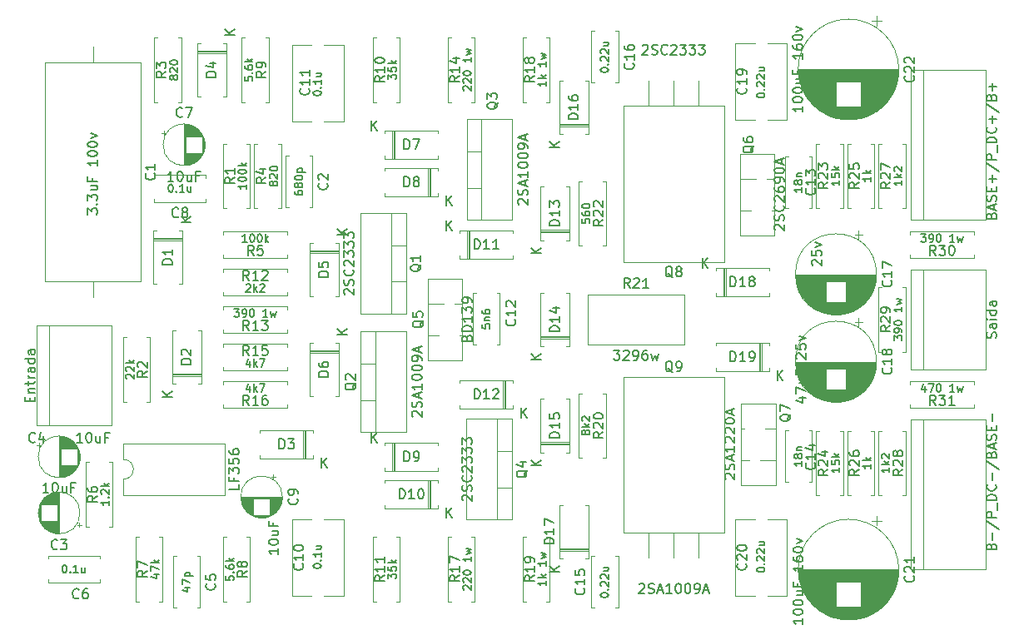
<source format=gbr>
%TF.GenerationSoftware,KiCad,Pcbnew,(5.1.9)-1*%
%TF.CreationDate,2021-06-08T11:17:56-03:00*%
%TF.ProjectId,amp1000,616d7031-3030-4302-9e6b-696361645f70,rev?*%
%TF.SameCoordinates,Original*%
%TF.FileFunction,Legend,Top*%
%TF.FilePolarity,Positive*%
%FSLAX46Y46*%
G04 Gerber Fmt 4.6, Leading zero omitted, Abs format (unit mm)*
G04 Created by KiCad (PCBNEW (5.1.9)-1) date 2021-06-08 11:17:56*
%MOMM*%
%LPD*%
G01*
G04 APERTURE LIST*
%ADD10C,0.120000*%
%ADD11C,0.150000*%
G04 APERTURE END LIST*
D10*
%TO.C,R31*%
X176625000Y-105180000D02*
X176625000Y-105510000D01*
X176625000Y-105510000D02*
X170085000Y-105510000D01*
X170085000Y-105510000D02*
X170085000Y-105180000D01*
X176625000Y-103100000D02*
X176625000Y-102770000D01*
X176625000Y-102770000D02*
X170085000Y-102770000D01*
X170085000Y-102770000D02*
X170085000Y-103100000D01*
%TO.C,R30*%
X176625000Y-89940000D02*
X176625000Y-90270000D01*
X176625000Y-90270000D02*
X170085000Y-90270000D01*
X170085000Y-90270000D02*
X170085000Y-89940000D01*
X176625000Y-87860000D02*
X176625000Y-87530000D01*
X176625000Y-87530000D02*
X170085000Y-87530000D01*
X170085000Y-87530000D02*
X170085000Y-87860000D01*
%TO.C,R29*%
X167235000Y-99790000D02*
X166905000Y-99790000D01*
X166905000Y-99790000D02*
X166905000Y-93250000D01*
X166905000Y-93250000D02*
X167235000Y-93250000D01*
X169315000Y-99790000D02*
X169645000Y-99790000D01*
X169645000Y-99790000D02*
X169645000Y-93250000D01*
X169645000Y-93250000D02*
X169315000Y-93250000D01*
%TO.C,R28*%
X169315000Y-107855000D02*
X169645000Y-107855000D01*
X169645000Y-107855000D02*
X169645000Y-114395000D01*
X169645000Y-114395000D02*
X169315000Y-114395000D01*
X167235000Y-107855000D02*
X166905000Y-107855000D01*
X166905000Y-107855000D02*
X166905000Y-114395000D01*
X166905000Y-114395000D02*
X167235000Y-114395000D01*
%TO.C,R27*%
X167235000Y-85185000D02*
X166905000Y-85185000D01*
X166905000Y-85185000D02*
X166905000Y-78645000D01*
X166905000Y-78645000D02*
X167235000Y-78645000D01*
X169315000Y-85185000D02*
X169645000Y-85185000D01*
X169645000Y-85185000D02*
X169645000Y-78645000D01*
X169645000Y-78645000D02*
X169315000Y-78645000D01*
%TO.C,R26*%
X164060000Y-114395000D02*
X163730000Y-114395000D01*
X163730000Y-114395000D02*
X163730000Y-107855000D01*
X163730000Y-107855000D02*
X164060000Y-107855000D01*
X166140000Y-114395000D02*
X166470000Y-114395000D01*
X166470000Y-114395000D02*
X166470000Y-107855000D01*
X166470000Y-107855000D02*
X166140000Y-107855000D01*
%TO.C,R25*%
X164060000Y-85185000D02*
X163730000Y-85185000D01*
X163730000Y-85185000D02*
X163730000Y-78645000D01*
X163730000Y-78645000D02*
X164060000Y-78645000D01*
X166140000Y-85185000D02*
X166470000Y-85185000D01*
X166470000Y-85185000D02*
X166470000Y-78645000D01*
X166470000Y-78645000D02*
X166140000Y-78645000D01*
%TO.C,R24*%
X160885000Y-114395000D02*
X160555000Y-114395000D01*
X160555000Y-114395000D02*
X160555000Y-107855000D01*
X160555000Y-107855000D02*
X160885000Y-107855000D01*
X162965000Y-114395000D02*
X163295000Y-114395000D01*
X163295000Y-114395000D02*
X163295000Y-107855000D01*
X163295000Y-107855000D02*
X162965000Y-107855000D01*
%TO.C,R23*%
X160885000Y-85185000D02*
X160555000Y-85185000D01*
X160555000Y-85185000D02*
X160555000Y-78645000D01*
X160555000Y-78645000D02*
X160885000Y-78645000D01*
X162965000Y-85185000D02*
X163295000Y-85185000D01*
X163295000Y-85185000D02*
X163295000Y-78645000D01*
X163295000Y-78645000D02*
X162965000Y-78645000D01*
%TO.C,R22*%
X138835000Y-82455000D02*
X139165000Y-82455000D01*
X139165000Y-82455000D02*
X139165000Y-88995000D01*
X139165000Y-88995000D02*
X138835000Y-88995000D01*
X136755000Y-82455000D02*
X136425000Y-82455000D01*
X136425000Y-82455000D02*
X136425000Y-88995000D01*
X136425000Y-88995000D02*
X136755000Y-88995000D01*
%TO.C,R20*%
X138835000Y-104045000D02*
X139165000Y-104045000D01*
X139165000Y-104045000D02*
X139165000Y-110585000D01*
X139165000Y-110585000D02*
X138835000Y-110585000D01*
X136755000Y-104045000D02*
X136425000Y-104045000D01*
X136425000Y-104045000D02*
X136425000Y-110585000D01*
X136425000Y-110585000D02*
X136755000Y-110585000D01*
%TO.C,R19*%
X131040000Y-125190000D02*
X130710000Y-125190000D01*
X130710000Y-125190000D02*
X130710000Y-118650000D01*
X130710000Y-118650000D02*
X131040000Y-118650000D01*
X133120000Y-125190000D02*
X133450000Y-125190000D01*
X133450000Y-125190000D02*
X133450000Y-118650000D01*
X133450000Y-118650000D02*
X133120000Y-118650000D01*
%TO.C,R18*%
X131040000Y-74390000D02*
X130710000Y-74390000D01*
X130710000Y-74390000D02*
X130710000Y-67850000D01*
X130710000Y-67850000D02*
X131040000Y-67850000D01*
X133120000Y-74390000D02*
X133450000Y-74390000D01*
X133450000Y-74390000D02*
X133450000Y-67850000D01*
X133450000Y-67850000D02*
X133120000Y-67850000D01*
%TO.C,R17*%
X123420000Y-125190000D02*
X123090000Y-125190000D01*
X123090000Y-125190000D02*
X123090000Y-118650000D01*
X123090000Y-118650000D02*
X123420000Y-118650000D01*
X125500000Y-125190000D02*
X125830000Y-125190000D01*
X125830000Y-125190000D02*
X125830000Y-118650000D01*
X125830000Y-118650000D02*
X125500000Y-118650000D01*
%TO.C,R16*%
X106775000Y-105180000D02*
X106775000Y-105510000D01*
X106775000Y-105510000D02*
X100235000Y-105510000D01*
X100235000Y-105510000D02*
X100235000Y-105180000D01*
X106775000Y-103100000D02*
X106775000Y-102770000D01*
X106775000Y-102770000D02*
X100235000Y-102770000D01*
X100235000Y-102770000D02*
X100235000Y-103100000D01*
%TO.C,R15*%
X100235000Y-99290000D02*
X100235000Y-98960000D01*
X100235000Y-98960000D02*
X106775000Y-98960000D01*
X106775000Y-98960000D02*
X106775000Y-99290000D01*
X100235000Y-101370000D02*
X100235000Y-101700000D01*
X100235000Y-101700000D02*
X106775000Y-101700000D01*
X106775000Y-101700000D02*
X106775000Y-101370000D01*
%TO.C,R14*%
X123420000Y-74390000D02*
X123090000Y-74390000D01*
X123090000Y-74390000D02*
X123090000Y-67850000D01*
X123090000Y-67850000D02*
X123420000Y-67850000D01*
X125500000Y-74390000D02*
X125830000Y-74390000D01*
X125830000Y-74390000D02*
X125830000Y-67850000D01*
X125830000Y-67850000D02*
X125500000Y-67850000D01*
%TO.C,R13*%
X106775000Y-97560000D02*
X106775000Y-97890000D01*
X106775000Y-97890000D02*
X100235000Y-97890000D01*
X100235000Y-97890000D02*
X100235000Y-97560000D01*
X106775000Y-95480000D02*
X106775000Y-95150000D01*
X106775000Y-95150000D02*
X100235000Y-95150000D01*
X100235000Y-95150000D02*
X100235000Y-95480000D01*
%TO.C,R12*%
X100235000Y-91670000D02*
X100235000Y-91340000D01*
X100235000Y-91340000D02*
X106775000Y-91340000D01*
X106775000Y-91340000D02*
X106775000Y-91670000D01*
X100235000Y-93750000D02*
X100235000Y-94080000D01*
X100235000Y-94080000D02*
X106775000Y-94080000D01*
X106775000Y-94080000D02*
X106775000Y-93750000D01*
%TO.C,R11*%
X115800000Y-125190000D02*
X115470000Y-125190000D01*
X115470000Y-125190000D02*
X115470000Y-118650000D01*
X115470000Y-118650000D02*
X115800000Y-118650000D01*
X117880000Y-125190000D02*
X118210000Y-125190000D01*
X118210000Y-125190000D02*
X118210000Y-118650000D01*
X118210000Y-118650000D02*
X117880000Y-118650000D01*
%TO.C,R10*%
X115800000Y-74390000D02*
X115470000Y-74390000D01*
X115470000Y-74390000D02*
X115470000Y-67850000D01*
X115470000Y-67850000D02*
X115800000Y-67850000D01*
X117880000Y-74390000D02*
X118210000Y-74390000D01*
X118210000Y-74390000D02*
X118210000Y-67850000D01*
X118210000Y-67850000D02*
X117880000Y-67850000D01*
%TO.C,R9*%
X104545000Y-67850000D02*
X104875000Y-67850000D01*
X104875000Y-67850000D02*
X104875000Y-74390000D01*
X104875000Y-74390000D02*
X104545000Y-74390000D01*
X102465000Y-67850000D02*
X102135000Y-67850000D01*
X102135000Y-67850000D02*
X102135000Y-74390000D01*
X102135000Y-74390000D02*
X102465000Y-74390000D01*
%TO.C,R8*%
X102640000Y-118650000D02*
X102970000Y-118650000D01*
X102970000Y-118650000D02*
X102970000Y-125190000D01*
X102970000Y-125190000D02*
X102640000Y-125190000D01*
X100560000Y-118650000D02*
X100230000Y-118650000D01*
X100230000Y-118650000D02*
X100230000Y-125190000D01*
X100230000Y-125190000D02*
X100560000Y-125190000D01*
%TO.C,R7*%
X91670000Y-125190000D02*
X91340000Y-125190000D01*
X91340000Y-125190000D02*
X91340000Y-118650000D01*
X91340000Y-118650000D02*
X91670000Y-118650000D01*
X93750000Y-125190000D02*
X94080000Y-125190000D01*
X94080000Y-125190000D02*
X94080000Y-118650000D01*
X94080000Y-118650000D02*
X93750000Y-118650000D01*
%TO.C,R6*%
X86590000Y-117570000D02*
X86260000Y-117570000D01*
X86260000Y-117570000D02*
X86260000Y-111030000D01*
X86260000Y-111030000D02*
X86590000Y-111030000D01*
X88670000Y-117570000D02*
X89000000Y-117570000D01*
X89000000Y-117570000D02*
X89000000Y-111030000D01*
X89000000Y-111030000D02*
X88670000Y-111030000D01*
%TO.C,R5*%
X106775000Y-89940000D02*
X106775000Y-90270000D01*
X106775000Y-90270000D02*
X100235000Y-90270000D01*
X100235000Y-90270000D02*
X100235000Y-89940000D01*
X106775000Y-87860000D02*
X106775000Y-87530000D01*
X106775000Y-87530000D02*
X100235000Y-87530000D01*
X100235000Y-87530000D02*
X100235000Y-87860000D01*
%TO.C,R4*%
X103735000Y-85185000D02*
X103405000Y-85185000D01*
X103405000Y-85185000D02*
X103405000Y-78645000D01*
X103405000Y-78645000D02*
X103735000Y-78645000D01*
X105815000Y-85185000D02*
X106145000Y-85185000D01*
X106145000Y-85185000D02*
X106145000Y-78645000D01*
X106145000Y-78645000D02*
X105815000Y-78645000D01*
%TO.C,R3*%
X93575000Y-74390000D02*
X93245000Y-74390000D01*
X93245000Y-74390000D02*
X93245000Y-67850000D01*
X93245000Y-67850000D02*
X93575000Y-67850000D01*
X95655000Y-74390000D02*
X95985000Y-74390000D01*
X95985000Y-74390000D02*
X95985000Y-67850000D01*
X95985000Y-67850000D02*
X95655000Y-67850000D01*
%TO.C,R2*%
X92480000Y-98330000D02*
X92810000Y-98330000D01*
X92810000Y-98330000D02*
X92810000Y-104870000D01*
X92810000Y-104870000D02*
X92480000Y-104870000D01*
X90400000Y-98330000D02*
X90070000Y-98330000D01*
X90070000Y-98330000D02*
X90070000Y-104870000D01*
X90070000Y-104870000D02*
X90400000Y-104870000D01*
%TO.C,R1*%
X100560000Y-85185000D02*
X100230000Y-85185000D01*
X100230000Y-85185000D02*
X100230000Y-78645000D01*
X100230000Y-78645000D02*
X100560000Y-78645000D01*
X102640000Y-85185000D02*
X102970000Y-85185000D01*
X102970000Y-85185000D02*
X102970000Y-78645000D01*
X102970000Y-78645000D02*
X102640000Y-78645000D01*
%TO.C,U1*%
X90110000Y-109110000D02*
X90110000Y-110760000D01*
X100390000Y-109110000D02*
X90110000Y-109110000D01*
X100390000Y-114410000D02*
X100390000Y-109110000D01*
X90110000Y-114410000D02*
X100390000Y-114410000D01*
X90110000Y-112760000D02*
X90110000Y-114410000D01*
X90110000Y-110760000D02*
G75*
G02*
X90110000Y-112760000I0J-1000000D01*
G01*
%TO.C,R21*%
X147125000Y-93990000D02*
X147125000Y-99060000D01*
X137355000Y-93990000D02*
X137355000Y-99060000D01*
X137355000Y-99060000D02*
X147125000Y-99060000D01*
X137355000Y-93990000D02*
X147125000Y-93990000D01*
%TO.C,Q9*%
X148590000Y-118230000D02*
X148590000Y-120770000D01*
X146050000Y-118230000D02*
X146050000Y-120770000D01*
X143510000Y-118230000D02*
X143510000Y-120770000D01*
X151170000Y-102340000D02*
X151170000Y-118230000D01*
X140930000Y-102340000D02*
X140930000Y-118230000D01*
X140930000Y-102340000D02*
X151170000Y-102340000D01*
X140930000Y-118230000D02*
X151170000Y-118230000D01*
%TO.C,Q8*%
X143510000Y-74810000D02*
X143510000Y-72270000D01*
X146050000Y-74810000D02*
X146050000Y-72270000D01*
X148590000Y-74810000D02*
X148590000Y-72270000D01*
X140930000Y-90700000D02*
X140930000Y-74810000D01*
X151170000Y-90700000D02*
X151170000Y-74810000D01*
X151170000Y-90700000D02*
X140930000Y-90700000D01*
X151170000Y-74810000D02*
X140930000Y-74810000D01*
%TO.C,Q7*%
X153765000Y-110821000D02*
X152935000Y-110821000D01*
X156425000Y-110821000D02*
X154845000Y-110821000D01*
X153255000Y-107620000D02*
X152935000Y-107620000D01*
X156425000Y-107620000D02*
X155355000Y-107620000D01*
X156425000Y-113340000D02*
X152935000Y-113340000D01*
X156425000Y-105100000D02*
X152935000Y-105100000D01*
X152935000Y-105100000D02*
X152935000Y-113340000D01*
X156425000Y-105100000D02*
X156425000Y-113340000D01*
%TO.C,Q6*%
X155480000Y-82219000D02*
X156310000Y-82219000D01*
X152820000Y-82219000D02*
X154400000Y-82219000D01*
X155990000Y-85420000D02*
X156310000Y-85420000D01*
X152820000Y-85420000D02*
X153890000Y-85420000D01*
X152820000Y-79700000D02*
X156310000Y-79700000D01*
X152820000Y-87940000D02*
X156310000Y-87940000D01*
X156310000Y-87940000D02*
X156310000Y-79700000D01*
X152820000Y-87940000D02*
X152820000Y-79700000D01*
%TO.C,Q5*%
X123730000Y-94919000D02*
X124560000Y-94919000D01*
X121070000Y-94919000D02*
X122650000Y-94919000D01*
X124240000Y-98120000D02*
X124560000Y-98120000D01*
X121070000Y-98120000D02*
X122140000Y-98120000D01*
X121070000Y-92400000D02*
X124560000Y-92400000D01*
X121070000Y-100640000D02*
X124560000Y-100640000D01*
X124560000Y-100640000D02*
X124560000Y-92400000D01*
X121070000Y-100640000D02*
X121070000Y-92400000D01*
%TO.C,Q4*%
X129635000Y-113611000D02*
X128125000Y-113611000D01*
X129635000Y-109910000D02*
X128125000Y-109910000D01*
X128125000Y-106640000D02*
X128125000Y-116880000D01*
X129635000Y-116880000D02*
X124994000Y-116880000D01*
X129635000Y-106640000D02*
X124994000Y-106640000D01*
X124994000Y-106640000D02*
X124994000Y-116880000D01*
X129635000Y-106640000D02*
X129635000Y-116880000D01*
%TO.C,Q3*%
X125000000Y-79429000D02*
X126510000Y-79429000D01*
X125000000Y-83130000D02*
X126510000Y-83130000D01*
X126510000Y-86400000D02*
X126510000Y-76160000D01*
X125000000Y-76160000D02*
X129641000Y-76160000D01*
X125000000Y-86400000D02*
X129641000Y-86400000D01*
X129641000Y-86400000D02*
X129641000Y-76160000D01*
X125000000Y-86400000D02*
X125000000Y-76160000D01*
%TO.C,Q2*%
X114205000Y-101019000D02*
X115715000Y-101019000D01*
X114205000Y-104720000D02*
X115715000Y-104720000D01*
X115715000Y-107990000D02*
X115715000Y-97750000D01*
X114205000Y-97750000D02*
X118846000Y-97750000D01*
X114205000Y-107990000D02*
X118846000Y-107990000D01*
X118846000Y-107990000D02*
X118846000Y-97750000D01*
X114205000Y-107990000D02*
X114205000Y-97750000D01*
%TO.C,Q1*%
X118840000Y-92656000D02*
X117330000Y-92656000D01*
X118840000Y-88955000D02*
X117330000Y-88955000D01*
X117330000Y-85685000D02*
X117330000Y-95925000D01*
X118840000Y-95925000D02*
X114199000Y-95925000D01*
X118840000Y-85685000D02*
X114199000Y-85685000D01*
X114199000Y-85685000D02*
X114199000Y-95925000D01*
X118840000Y-85685000D02*
X118840000Y-95925000D01*
%TO.C,J4*%
X170180000Y-106680000D02*
X170180000Y-121920000D01*
X177800000Y-106680000D02*
X177800000Y-121920000D01*
X171450000Y-106680000D02*
X171450000Y-121920000D01*
X170180000Y-121920000D02*
X177800000Y-121920000D01*
X170180000Y-106680000D02*
X177800000Y-106680000D01*
%TO.C,J3*%
X170180000Y-91440000D02*
X170180000Y-101600000D01*
X177800000Y-91440000D02*
X170180000Y-91440000D01*
X177800000Y-101600000D02*
X177800000Y-91440000D01*
X170180000Y-101600000D02*
X177800000Y-101600000D01*
X171450000Y-101600000D02*
X171450000Y-91440000D01*
%TO.C,J2*%
X170180000Y-71120000D02*
X170180000Y-86360000D01*
X177800000Y-71120000D02*
X177800000Y-86360000D01*
X171450000Y-71120000D02*
X171450000Y-86360000D01*
X170180000Y-86360000D02*
X177800000Y-86360000D01*
X170180000Y-71120000D02*
X177800000Y-71120000D01*
%TO.C,J1*%
X81280000Y-97155000D02*
X81280000Y-107315000D01*
X88900000Y-97155000D02*
X81280000Y-97155000D01*
X88900000Y-107315000D02*
X88900000Y-97155000D01*
X81280000Y-107315000D02*
X88900000Y-107315000D01*
X82550000Y-107315000D02*
X82550000Y-97155000D01*
%TO.C,D19*%
X155755000Y-101470000D02*
X155755000Y-101800000D01*
X155755000Y-101800000D02*
X150315000Y-101800000D01*
X150315000Y-101800000D02*
X150315000Y-101470000D01*
X155755000Y-99190000D02*
X155755000Y-98860000D01*
X155755000Y-98860000D02*
X150315000Y-98860000D01*
X150315000Y-98860000D02*
X150315000Y-99190000D01*
X154855000Y-101800000D02*
X154855000Y-98860000D01*
X154735000Y-101800000D02*
X154735000Y-98860000D01*
X154975000Y-101800000D02*
X154975000Y-98860000D01*
%TO.C,D18*%
X150315000Y-91570000D02*
X150315000Y-91240000D01*
X150315000Y-91240000D02*
X155755000Y-91240000D01*
X155755000Y-91240000D02*
X155755000Y-91570000D01*
X150315000Y-93850000D02*
X150315000Y-94180000D01*
X150315000Y-94180000D02*
X155755000Y-94180000D01*
X155755000Y-94180000D02*
X155755000Y-93850000D01*
X151215000Y-91240000D02*
X151215000Y-94180000D01*
X151335000Y-91240000D02*
X151335000Y-94180000D01*
X151095000Y-91240000D02*
X151095000Y-94180000D01*
%TO.C,D17*%
X134750000Y-120830000D02*
X134420000Y-120830000D01*
X134420000Y-120830000D02*
X134420000Y-115390000D01*
X134420000Y-115390000D02*
X134750000Y-115390000D01*
X137030000Y-120830000D02*
X137360000Y-120830000D01*
X137360000Y-120830000D02*
X137360000Y-115390000D01*
X137360000Y-115390000D02*
X137030000Y-115390000D01*
X134420000Y-119930000D02*
X137360000Y-119930000D01*
X134420000Y-119810000D02*
X137360000Y-119810000D01*
X134420000Y-120050000D02*
X137360000Y-120050000D01*
%TO.C,D16*%
X134750000Y-77650000D02*
X134420000Y-77650000D01*
X134420000Y-77650000D02*
X134420000Y-72210000D01*
X134420000Y-72210000D02*
X134750000Y-72210000D01*
X137030000Y-77650000D02*
X137360000Y-77650000D01*
X137360000Y-77650000D02*
X137360000Y-72210000D01*
X137360000Y-72210000D02*
X137030000Y-72210000D01*
X134420000Y-76750000D02*
X137360000Y-76750000D01*
X134420000Y-76630000D02*
X137360000Y-76630000D01*
X134420000Y-76870000D02*
X137360000Y-76870000D01*
%TO.C,D15*%
X132845000Y-110035000D02*
X132515000Y-110035000D01*
X132515000Y-110035000D02*
X132515000Y-104595000D01*
X132515000Y-104595000D02*
X132845000Y-104595000D01*
X135125000Y-110035000D02*
X135455000Y-110035000D01*
X135455000Y-110035000D02*
X135455000Y-104595000D01*
X135455000Y-104595000D02*
X135125000Y-104595000D01*
X132515000Y-109135000D02*
X135455000Y-109135000D01*
X132515000Y-109015000D02*
X135455000Y-109015000D01*
X132515000Y-109255000D02*
X135455000Y-109255000D01*
%TO.C,D14*%
X132845000Y-99240000D02*
X132515000Y-99240000D01*
X132515000Y-99240000D02*
X132515000Y-93800000D01*
X132515000Y-93800000D02*
X132845000Y-93800000D01*
X135125000Y-99240000D02*
X135455000Y-99240000D01*
X135455000Y-99240000D02*
X135455000Y-93800000D01*
X135455000Y-93800000D02*
X135125000Y-93800000D01*
X132515000Y-98340000D02*
X135455000Y-98340000D01*
X132515000Y-98220000D02*
X135455000Y-98220000D01*
X132515000Y-98460000D02*
X135455000Y-98460000D01*
%TO.C,D13*%
X132845000Y-88445000D02*
X132515000Y-88445000D01*
X132515000Y-88445000D02*
X132515000Y-83005000D01*
X132515000Y-83005000D02*
X132845000Y-83005000D01*
X135125000Y-88445000D02*
X135455000Y-88445000D01*
X135455000Y-88445000D02*
X135455000Y-83005000D01*
X135455000Y-83005000D02*
X135125000Y-83005000D01*
X132515000Y-87545000D02*
X135455000Y-87545000D01*
X132515000Y-87425000D02*
X135455000Y-87425000D01*
X132515000Y-87665000D02*
X135455000Y-87665000D01*
%TO.C,D12*%
X129720000Y-105280000D02*
X129720000Y-105610000D01*
X129720000Y-105610000D02*
X124280000Y-105610000D01*
X124280000Y-105610000D02*
X124280000Y-105280000D01*
X129720000Y-103000000D02*
X129720000Y-102670000D01*
X129720000Y-102670000D02*
X124280000Y-102670000D01*
X124280000Y-102670000D02*
X124280000Y-103000000D01*
X128820000Y-105610000D02*
X128820000Y-102670000D01*
X128700000Y-105610000D02*
X128700000Y-102670000D01*
X128940000Y-105610000D02*
X128940000Y-102670000D01*
%TO.C,D11*%
X124280000Y-87760000D02*
X124280000Y-87430000D01*
X124280000Y-87430000D02*
X129720000Y-87430000D01*
X129720000Y-87430000D02*
X129720000Y-87760000D01*
X124280000Y-90040000D02*
X124280000Y-90370000D01*
X124280000Y-90370000D02*
X129720000Y-90370000D01*
X129720000Y-90370000D02*
X129720000Y-90040000D01*
X125180000Y-87430000D02*
X125180000Y-90370000D01*
X125300000Y-87430000D02*
X125300000Y-90370000D01*
X125060000Y-87430000D02*
X125060000Y-90370000D01*
%TO.C,D10*%
X122100000Y-115440000D02*
X122100000Y-115770000D01*
X122100000Y-115770000D02*
X116660000Y-115770000D01*
X116660000Y-115770000D02*
X116660000Y-115440000D01*
X122100000Y-113160000D02*
X122100000Y-112830000D01*
X122100000Y-112830000D02*
X116660000Y-112830000D01*
X116660000Y-112830000D02*
X116660000Y-113160000D01*
X121200000Y-115770000D02*
X121200000Y-112830000D01*
X121080000Y-115770000D02*
X121080000Y-112830000D01*
X121320000Y-115770000D02*
X121320000Y-112830000D01*
%TO.C,D9*%
X116660000Y-109350000D02*
X116660000Y-109020000D01*
X116660000Y-109020000D02*
X122100000Y-109020000D01*
X122100000Y-109020000D02*
X122100000Y-109350000D01*
X116660000Y-111630000D02*
X116660000Y-111960000D01*
X116660000Y-111960000D02*
X122100000Y-111960000D01*
X122100000Y-111960000D02*
X122100000Y-111630000D01*
X117560000Y-109020000D02*
X117560000Y-111960000D01*
X117680000Y-109020000D02*
X117680000Y-111960000D01*
X117440000Y-109020000D02*
X117440000Y-111960000D01*
%TO.C,D8*%
X122100000Y-83690000D02*
X122100000Y-84020000D01*
X122100000Y-84020000D02*
X116660000Y-84020000D01*
X116660000Y-84020000D02*
X116660000Y-83690000D01*
X122100000Y-81410000D02*
X122100000Y-81080000D01*
X122100000Y-81080000D02*
X116660000Y-81080000D01*
X116660000Y-81080000D02*
X116660000Y-81410000D01*
X121200000Y-84020000D02*
X121200000Y-81080000D01*
X121080000Y-84020000D02*
X121080000Y-81080000D01*
X121320000Y-84020000D02*
X121320000Y-81080000D01*
%TO.C,D7*%
X116660000Y-77600000D02*
X116660000Y-77270000D01*
X116660000Y-77270000D02*
X122100000Y-77270000D01*
X122100000Y-77270000D02*
X122100000Y-77600000D01*
X116660000Y-79880000D02*
X116660000Y-80210000D01*
X116660000Y-80210000D02*
X122100000Y-80210000D01*
X122100000Y-80210000D02*
X122100000Y-79880000D01*
X117560000Y-77270000D02*
X117560000Y-80210000D01*
X117680000Y-77270000D02*
X117680000Y-80210000D01*
X117440000Y-77270000D02*
X117440000Y-80210000D01*
%TO.C,D6*%
X111630000Y-98880000D02*
X111960000Y-98880000D01*
X111960000Y-98880000D02*
X111960000Y-104320000D01*
X111960000Y-104320000D02*
X111630000Y-104320000D01*
X109350000Y-98880000D02*
X109020000Y-98880000D01*
X109020000Y-98880000D02*
X109020000Y-104320000D01*
X109020000Y-104320000D02*
X109350000Y-104320000D01*
X111960000Y-99780000D02*
X109020000Y-99780000D01*
X111960000Y-99900000D02*
X109020000Y-99900000D01*
X111960000Y-99660000D02*
X109020000Y-99660000D01*
%TO.C,D5*%
X111630000Y-88720000D02*
X111960000Y-88720000D01*
X111960000Y-88720000D02*
X111960000Y-94160000D01*
X111960000Y-94160000D02*
X111630000Y-94160000D01*
X109350000Y-88720000D02*
X109020000Y-88720000D01*
X109020000Y-88720000D02*
X109020000Y-94160000D01*
X109020000Y-94160000D02*
X109350000Y-94160000D01*
X111960000Y-89620000D02*
X109020000Y-89620000D01*
X111960000Y-89740000D02*
X109020000Y-89740000D01*
X111960000Y-89500000D02*
X109020000Y-89500000D01*
%TO.C,D4*%
X100200000Y-68400000D02*
X100530000Y-68400000D01*
X100530000Y-68400000D02*
X100530000Y-73840000D01*
X100530000Y-73840000D02*
X100200000Y-73840000D01*
X97920000Y-68400000D02*
X97590000Y-68400000D01*
X97590000Y-68400000D02*
X97590000Y-73840000D01*
X97590000Y-73840000D02*
X97920000Y-73840000D01*
X100530000Y-69300000D02*
X97590000Y-69300000D01*
X100530000Y-69420000D02*
X97590000Y-69420000D01*
X100530000Y-69180000D02*
X97590000Y-69180000D01*
%TO.C,D3*%
X109400000Y-110360000D02*
X109400000Y-110690000D01*
X109400000Y-110690000D02*
X103960000Y-110690000D01*
X103960000Y-110690000D02*
X103960000Y-110360000D01*
X109400000Y-108080000D02*
X109400000Y-107750000D01*
X109400000Y-107750000D02*
X103960000Y-107750000D01*
X103960000Y-107750000D02*
X103960000Y-108080000D01*
X108500000Y-110690000D02*
X108500000Y-107750000D01*
X108380000Y-110690000D02*
X108380000Y-107750000D01*
X108620000Y-110690000D02*
X108620000Y-107750000D01*
%TO.C,D2*%
X95380000Y-103050000D02*
X95050000Y-103050000D01*
X95050000Y-103050000D02*
X95050000Y-97610000D01*
X95050000Y-97610000D02*
X95380000Y-97610000D01*
X97660000Y-103050000D02*
X97990000Y-103050000D01*
X97990000Y-103050000D02*
X97990000Y-97610000D01*
X97990000Y-97610000D02*
X97660000Y-97610000D01*
X95050000Y-102150000D02*
X97990000Y-102150000D01*
X95050000Y-102030000D02*
X97990000Y-102030000D01*
X95050000Y-102270000D02*
X97990000Y-102270000D01*
%TO.C,D1*%
X95755000Y-87450000D02*
X96085000Y-87450000D01*
X96085000Y-87450000D02*
X96085000Y-92890000D01*
X96085000Y-92890000D02*
X95755000Y-92890000D01*
X93475000Y-87450000D02*
X93145000Y-87450000D01*
X93145000Y-87450000D02*
X93145000Y-92890000D01*
X93145000Y-92890000D02*
X93475000Y-92890000D01*
X96085000Y-88350000D02*
X93145000Y-88350000D01*
X96085000Y-88470000D02*
X93145000Y-88470000D01*
X96085000Y-88230000D02*
X93145000Y-88230000D01*
%TO.C,C22*%
X167205000Y-66100354D02*
X166205000Y-66100354D01*
X166705000Y-65600354D02*
X166705000Y-66600354D01*
X164429000Y-76161000D02*
X163231000Y-76161000D01*
X164692000Y-76121000D02*
X162968000Y-76121000D01*
X164892000Y-76081000D02*
X162768000Y-76081000D01*
X165060000Y-76041000D02*
X162600000Y-76041000D01*
X165208000Y-76001000D02*
X162452000Y-76001000D01*
X165340000Y-75961000D02*
X162320000Y-75961000D01*
X165460000Y-75921000D02*
X162200000Y-75921000D01*
X165572000Y-75881000D02*
X162088000Y-75881000D01*
X165676000Y-75841000D02*
X161984000Y-75841000D01*
X165774000Y-75801000D02*
X161886000Y-75801000D01*
X165867000Y-75761000D02*
X161793000Y-75761000D01*
X165955000Y-75721000D02*
X161705000Y-75721000D01*
X166039000Y-75681000D02*
X161621000Y-75681000D01*
X166119000Y-75641000D02*
X161541000Y-75641000D01*
X166195000Y-75601000D02*
X161465000Y-75601000D01*
X166269000Y-75561000D02*
X161391000Y-75561000D01*
X166340000Y-75521000D02*
X161320000Y-75521000D01*
X166409000Y-75481000D02*
X161251000Y-75481000D01*
X166475000Y-75441000D02*
X161185000Y-75441000D01*
X166539000Y-75401000D02*
X161121000Y-75401000D01*
X166600000Y-75361000D02*
X161060000Y-75361000D01*
X166660000Y-75321000D02*
X161000000Y-75321000D01*
X166719000Y-75281000D02*
X160941000Y-75281000D01*
X166775000Y-75241000D02*
X160885000Y-75241000D01*
X166830000Y-75201000D02*
X160830000Y-75201000D01*
X166884000Y-75161000D02*
X160776000Y-75161000D01*
X166936000Y-75121000D02*
X160724000Y-75121000D01*
X166986000Y-75081000D02*
X160674000Y-75081000D01*
X167036000Y-75041000D02*
X160624000Y-75041000D01*
X167084000Y-75001000D02*
X160576000Y-75001000D01*
X167131000Y-74961000D02*
X160529000Y-74961000D01*
X167177000Y-74921000D02*
X160483000Y-74921000D01*
X167222000Y-74881000D02*
X160438000Y-74881000D01*
X167266000Y-74841000D02*
X160394000Y-74841000D01*
X162589000Y-74801000D02*
X160352000Y-74801000D01*
X167308000Y-74801000D02*
X165071000Y-74801000D01*
X162589000Y-74761000D02*
X160310000Y-74761000D01*
X167350000Y-74761000D02*
X165071000Y-74761000D01*
X162589000Y-74721000D02*
X160269000Y-74721000D01*
X167391000Y-74721000D02*
X165071000Y-74721000D01*
X162589000Y-74681000D02*
X160229000Y-74681000D01*
X167431000Y-74681000D02*
X165071000Y-74681000D01*
X162589000Y-74641000D02*
X160190000Y-74641000D01*
X167470000Y-74641000D02*
X165071000Y-74641000D01*
X162589000Y-74601000D02*
X160151000Y-74601000D01*
X167509000Y-74601000D02*
X165071000Y-74601000D01*
X162589000Y-74561000D02*
X160114000Y-74561000D01*
X167546000Y-74561000D02*
X165071000Y-74561000D01*
X162589000Y-74521000D02*
X160077000Y-74521000D01*
X167583000Y-74521000D02*
X165071000Y-74521000D01*
X162589000Y-74481000D02*
X160041000Y-74481000D01*
X167619000Y-74481000D02*
X165071000Y-74481000D01*
X162589000Y-74441000D02*
X160006000Y-74441000D01*
X167654000Y-74441000D02*
X165071000Y-74441000D01*
X162589000Y-74401000D02*
X159972000Y-74401000D01*
X167688000Y-74401000D02*
X165071000Y-74401000D01*
X162589000Y-74361000D02*
X159938000Y-74361000D01*
X167722000Y-74361000D02*
X165071000Y-74361000D01*
X162589000Y-74321000D02*
X159905000Y-74321000D01*
X167755000Y-74321000D02*
X165071000Y-74321000D01*
X162589000Y-74281000D02*
X159873000Y-74281000D01*
X167787000Y-74281000D02*
X165071000Y-74281000D01*
X162589000Y-74241000D02*
X159841000Y-74241000D01*
X167819000Y-74241000D02*
X165071000Y-74241000D01*
X162589000Y-74201000D02*
X159810000Y-74201000D01*
X167850000Y-74201000D02*
X165071000Y-74201000D01*
X162589000Y-74161000D02*
X159780000Y-74161000D01*
X167880000Y-74161000D02*
X165071000Y-74161000D01*
X162589000Y-74121000D02*
X159750000Y-74121000D01*
X167910000Y-74121000D02*
X165071000Y-74121000D01*
X162589000Y-74081000D02*
X159720000Y-74081000D01*
X167940000Y-74081000D02*
X165071000Y-74081000D01*
X162589000Y-74041000D02*
X159692000Y-74041000D01*
X167968000Y-74041000D02*
X165071000Y-74041000D01*
X162589000Y-74001000D02*
X159664000Y-74001000D01*
X167996000Y-74001000D02*
X165071000Y-74001000D01*
X162589000Y-73961000D02*
X159636000Y-73961000D01*
X168024000Y-73961000D02*
X165071000Y-73961000D01*
X162589000Y-73921000D02*
X159609000Y-73921000D01*
X168051000Y-73921000D02*
X165071000Y-73921000D01*
X162589000Y-73881000D02*
X159583000Y-73881000D01*
X168077000Y-73881000D02*
X165071000Y-73881000D01*
X162589000Y-73841000D02*
X159557000Y-73841000D01*
X168103000Y-73841000D02*
X165071000Y-73841000D01*
X162589000Y-73801000D02*
X159532000Y-73801000D01*
X168128000Y-73801000D02*
X165071000Y-73801000D01*
X162589000Y-73761000D02*
X159507000Y-73761000D01*
X168153000Y-73761000D02*
X165071000Y-73761000D01*
X162589000Y-73721000D02*
X159483000Y-73721000D01*
X168177000Y-73721000D02*
X165071000Y-73721000D01*
X162589000Y-73681000D02*
X159459000Y-73681000D01*
X168201000Y-73681000D02*
X165071000Y-73681000D01*
X162589000Y-73641000D02*
X159435000Y-73641000D01*
X168225000Y-73641000D02*
X165071000Y-73641000D01*
X162589000Y-73601000D02*
X159413000Y-73601000D01*
X168247000Y-73601000D02*
X165071000Y-73601000D01*
X162589000Y-73561000D02*
X159390000Y-73561000D01*
X168270000Y-73561000D02*
X165071000Y-73561000D01*
X162589000Y-73521000D02*
X159368000Y-73521000D01*
X168292000Y-73521000D02*
X165071000Y-73521000D01*
X162589000Y-73481000D02*
X159347000Y-73481000D01*
X168313000Y-73481000D02*
X165071000Y-73481000D01*
X162589000Y-73441000D02*
X159326000Y-73441000D01*
X168334000Y-73441000D02*
X165071000Y-73441000D01*
X162589000Y-73401000D02*
X159305000Y-73401000D01*
X168355000Y-73401000D02*
X165071000Y-73401000D01*
X162589000Y-73361000D02*
X159285000Y-73361000D01*
X168375000Y-73361000D02*
X165071000Y-73361000D01*
X162589000Y-73321000D02*
X159266000Y-73321000D01*
X168394000Y-73321000D02*
X165071000Y-73321000D01*
X162589000Y-73281000D02*
X159246000Y-73281000D01*
X168414000Y-73281000D02*
X165071000Y-73281000D01*
X162589000Y-73241000D02*
X159227000Y-73241000D01*
X168433000Y-73241000D02*
X165071000Y-73241000D01*
X162589000Y-73201000D02*
X159209000Y-73201000D01*
X168451000Y-73201000D02*
X165071000Y-73201000D01*
X162589000Y-73161000D02*
X159191000Y-73161000D01*
X168469000Y-73161000D02*
X165071000Y-73161000D01*
X162589000Y-73121000D02*
X159173000Y-73121000D01*
X168487000Y-73121000D02*
X165071000Y-73121000D01*
X162589000Y-73081000D02*
X159156000Y-73081000D01*
X168504000Y-73081000D02*
X165071000Y-73081000D01*
X162589000Y-73041000D02*
X159140000Y-73041000D01*
X168520000Y-73041000D02*
X165071000Y-73041000D01*
X162589000Y-73001000D02*
X159123000Y-73001000D01*
X168537000Y-73001000D02*
X165071000Y-73001000D01*
X162589000Y-72961000D02*
X159107000Y-72961000D01*
X168553000Y-72961000D02*
X165071000Y-72961000D01*
X162589000Y-72921000D02*
X159092000Y-72921000D01*
X168568000Y-72921000D02*
X165071000Y-72921000D01*
X162589000Y-72881000D02*
X159076000Y-72881000D01*
X168584000Y-72881000D02*
X165071000Y-72881000D01*
X162589000Y-72841000D02*
X159062000Y-72841000D01*
X168598000Y-72841000D02*
X165071000Y-72841000D01*
X162589000Y-72801000D02*
X159047000Y-72801000D01*
X168613000Y-72801000D02*
X165071000Y-72801000D01*
X162589000Y-72761000D02*
X159033000Y-72761000D01*
X168627000Y-72761000D02*
X165071000Y-72761000D01*
X162589000Y-72721000D02*
X159019000Y-72721000D01*
X168641000Y-72721000D02*
X165071000Y-72721000D01*
X162589000Y-72681000D02*
X159006000Y-72681000D01*
X168654000Y-72681000D02*
X165071000Y-72681000D01*
X162589000Y-72641000D02*
X158993000Y-72641000D01*
X168667000Y-72641000D02*
X165071000Y-72641000D01*
X162589000Y-72601000D02*
X158980000Y-72601000D01*
X168680000Y-72601000D02*
X165071000Y-72601000D01*
X162589000Y-72561000D02*
X158968000Y-72561000D01*
X168692000Y-72561000D02*
X165071000Y-72561000D01*
X162589000Y-72521000D02*
X158956000Y-72521000D01*
X168704000Y-72521000D02*
X165071000Y-72521000D01*
X162589000Y-72481000D02*
X158945000Y-72481000D01*
X168715000Y-72481000D02*
X165071000Y-72481000D01*
X162589000Y-72441000D02*
X158933000Y-72441000D01*
X168727000Y-72441000D02*
X165071000Y-72441000D01*
X162589000Y-72401000D02*
X158923000Y-72401000D01*
X168737000Y-72401000D02*
X165071000Y-72401000D01*
X162589000Y-72361000D02*
X158912000Y-72361000D01*
X168748000Y-72361000D02*
X165071000Y-72361000D01*
X168758000Y-72321000D02*
X158902000Y-72321000D01*
X168768000Y-72281000D02*
X158892000Y-72281000D01*
X168777000Y-72241000D02*
X158883000Y-72241000D01*
X168786000Y-72201000D02*
X158874000Y-72201000D01*
X168795000Y-72161000D02*
X158865000Y-72161000D01*
X168804000Y-72121000D02*
X158856000Y-72121000D01*
X168812000Y-72081000D02*
X158848000Y-72081000D01*
X168820000Y-72041000D02*
X158840000Y-72041000D01*
X168827000Y-72001000D02*
X158833000Y-72001000D01*
X168834000Y-71961000D02*
X158826000Y-71961000D01*
X168841000Y-71921000D02*
X158819000Y-71921000D01*
X168848000Y-71881000D02*
X158812000Y-71881000D01*
X168854000Y-71841000D02*
X158806000Y-71841000D01*
X168860000Y-71801000D02*
X158800000Y-71801000D01*
X168865000Y-71760000D02*
X158795000Y-71760000D01*
X168870000Y-71720000D02*
X158790000Y-71720000D01*
X168875000Y-71680000D02*
X158785000Y-71680000D01*
X168880000Y-71640000D02*
X158780000Y-71640000D01*
X168884000Y-71600000D02*
X158776000Y-71600000D01*
X168888000Y-71560000D02*
X158772000Y-71560000D01*
X168892000Y-71520000D02*
X158768000Y-71520000D01*
X168895000Y-71480000D02*
X158765000Y-71480000D01*
X168898000Y-71440000D02*
X158762000Y-71440000D01*
X168900000Y-71400000D02*
X158760000Y-71400000D01*
X168903000Y-71360000D02*
X158757000Y-71360000D01*
X168905000Y-71320000D02*
X158755000Y-71320000D01*
X168907000Y-71280000D02*
X158753000Y-71280000D01*
X168908000Y-71240000D02*
X158752000Y-71240000D01*
X168909000Y-71200000D02*
X158751000Y-71200000D01*
X168910000Y-71160000D02*
X158750000Y-71160000D01*
X168910000Y-71120000D02*
X158750000Y-71120000D01*
X168910000Y-71080000D02*
X158750000Y-71080000D01*
X168950000Y-71080000D02*
G75*
G03*
X168950000Y-71080000I-5120000J0D01*
G01*
%TO.C,C21*%
X167205000Y-116980354D02*
X166205000Y-116980354D01*
X166705000Y-116480354D02*
X166705000Y-117480354D01*
X164429000Y-127041000D02*
X163231000Y-127041000D01*
X164692000Y-127001000D02*
X162968000Y-127001000D01*
X164892000Y-126961000D02*
X162768000Y-126961000D01*
X165060000Y-126921000D02*
X162600000Y-126921000D01*
X165208000Y-126881000D02*
X162452000Y-126881000D01*
X165340000Y-126841000D02*
X162320000Y-126841000D01*
X165460000Y-126801000D02*
X162200000Y-126801000D01*
X165572000Y-126761000D02*
X162088000Y-126761000D01*
X165676000Y-126721000D02*
X161984000Y-126721000D01*
X165774000Y-126681000D02*
X161886000Y-126681000D01*
X165867000Y-126641000D02*
X161793000Y-126641000D01*
X165955000Y-126601000D02*
X161705000Y-126601000D01*
X166039000Y-126561000D02*
X161621000Y-126561000D01*
X166119000Y-126521000D02*
X161541000Y-126521000D01*
X166195000Y-126481000D02*
X161465000Y-126481000D01*
X166269000Y-126441000D02*
X161391000Y-126441000D01*
X166340000Y-126401000D02*
X161320000Y-126401000D01*
X166409000Y-126361000D02*
X161251000Y-126361000D01*
X166475000Y-126321000D02*
X161185000Y-126321000D01*
X166539000Y-126281000D02*
X161121000Y-126281000D01*
X166600000Y-126241000D02*
X161060000Y-126241000D01*
X166660000Y-126201000D02*
X161000000Y-126201000D01*
X166719000Y-126161000D02*
X160941000Y-126161000D01*
X166775000Y-126121000D02*
X160885000Y-126121000D01*
X166830000Y-126081000D02*
X160830000Y-126081000D01*
X166884000Y-126041000D02*
X160776000Y-126041000D01*
X166936000Y-126001000D02*
X160724000Y-126001000D01*
X166986000Y-125961000D02*
X160674000Y-125961000D01*
X167036000Y-125921000D02*
X160624000Y-125921000D01*
X167084000Y-125881000D02*
X160576000Y-125881000D01*
X167131000Y-125841000D02*
X160529000Y-125841000D01*
X167177000Y-125801000D02*
X160483000Y-125801000D01*
X167222000Y-125761000D02*
X160438000Y-125761000D01*
X167266000Y-125721000D02*
X160394000Y-125721000D01*
X162589000Y-125681000D02*
X160352000Y-125681000D01*
X167308000Y-125681000D02*
X165071000Y-125681000D01*
X162589000Y-125641000D02*
X160310000Y-125641000D01*
X167350000Y-125641000D02*
X165071000Y-125641000D01*
X162589000Y-125601000D02*
X160269000Y-125601000D01*
X167391000Y-125601000D02*
X165071000Y-125601000D01*
X162589000Y-125561000D02*
X160229000Y-125561000D01*
X167431000Y-125561000D02*
X165071000Y-125561000D01*
X162589000Y-125521000D02*
X160190000Y-125521000D01*
X167470000Y-125521000D02*
X165071000Y-125521000D01*
X162589000Y-125481000D02*
X160151000Y-125481000D01*
X167509000Y-125481000D02*
X165071000Y-125481000D01*
X162589000Y-125441000D02*
X160114000Y-125441000D01*
X167546000Y-125441000D02*
X165071000Y-125441000D01*
X162589000Y-125401000D02*
X160077000Y-125401000D01*
X167583000Y-125401000D02*
X165071000Y-125401000D01*
X162589000Y-125361000D02*
X160041000Y-125361000D01*
X167619000Y-125361000D02*
X165071000Y-125361000D01*
X162589000Y-125321000D02*
X160006000Y-125321000D01*
X167654000Y-125321000D02*
X165071000Y-125321000D01*
X162589000Y-125281000D02*
X159972000Y-125281000D01*
X167688000Y-125281000D02*
X165071000Y-125281000D01*
X162589000Y-125241000D02*
X159938000Y-125241000D01*
X167722000Y-125241000D02*
X165071000Y-125241000D01*
X162589000Y-125201000D02*
X159905000Y-125201000D01*
X167755000Y-125201000D02*
X165071000Y-125201000D01*
X162589000Y-125161000D02*
X159873000Y-125161000D01*
X167787000Y-125161000D02*
X165071000Y-125161000D01*
X162589000Y-125121000D02*
X159841000Y-125121000D01*
X167819000Y-125121000D02*
X165071000Y-125121000D01*
X162589000Y-125081000D02*
X159810000Y-125081000D01*
X167850000Y-125081000D02*
X165071000Y-125081000D01*
X162589000Y-125041000D02*
X159780000Y-125041000D01*
X167880000Y-125041000D02*
X165071000Y-125041000D01*
X162589000Y-125001000D02*
X159750000Y-125001000D01*
X167910000Y-125001000D02*
X165071000Y-125001000D01*
X162589000Y-124961000D02*
X159720000Y-124961000D01*
X167940000Y-124961000D02*
X165071000Y-124961000D01*
X162589000Y-124921000D02*
X159692000Y-124921000D01*
X167968000Y-124921000D02*
X165071000Y-124921000D01*
X162589000Y-124881000D02*
X159664000Y-124881000D01*
X167996000Y-124881000D02*
X165071000Y-124881000D01*
X162589000Y-124841000D02*
X159636000Y-124841000D01*
X168024000Y-124841000D02*
X165071000Y-124841000D01*
X162589000Y-124801000D02*
X159609000Y-124801000D01*
X168051000Y-124801000D02*
X165071000Y-124801000D01*
X162589000Y-124761000D02*
X159583000Y-124761000D01*
X168077000Y-124761000D02*
X165071000Y-124761000D01*
X162589000Y-124721000D02*
X159557000Y-124721000D01*
X168103000Y-124721000D02*
X165071000Y-124721000D01*
X162589000Y-124681000D02*
X159532000Y-124681000D01*
X168128000Y-124681000D02*
X165071000Y-124681000D01*
X162589000Y-124641000D02*
X159507000Y-124641000D01*
X168153000Y-124641000D02*
X165071000Y-124641000D01*
X162589000Y-124601000D02*
X159483000Y-124601000D01*
X168177000Y-124601000D02*
X165071000Y-124601000D01*
X162589000Y-124561000D02*
X159459000Y-124561000D01*
X168201000Y-124561000D02*
X165071000Y-124561000D01*
X162589000Y-124521000D02*
X159435000Y-124521000D01*
X168225000Y-124521000D02*
X165071000Y-124521000D01*
X162589000Y-124481000D02*
X159413000Y-124481000D01*
X168247000Y-124481000D02*
X165071000Y-124481000D01*
X162589000Y-124441000D02*
X159390000Y-124441000D01*
X168270000Y-124441000D02*
X165071000Y-124441000D01*
X162589000Y-124401000D02*
X159368000Y-124401000D01*
X168292000Y-124401000D02*
X165071000Y-124401000D01*
X162589000Y-124361000D02*
X159347000Y-124361000D01*
X168313000Y-124361000D02*
X165071000Y-124361000D01*
X162589000Y-124321000D02*
X159326000Y-124321000D01*
X168334000Y-124321000D02*
X165071000Y-124321000D01*
X162589000Y-124281000D02*
X159305000Y-124281000D01*
X168355000Y-124281000D02*
X165071000Y-124281000D01*
X162589000Y-124241000D02*
X159285000Y-124241000D01*
X168375000Y-124241000D02*
X165071000Y-124241000D01*
X162589000Y-124201000D02*
X159266000Y-124201000D01*
X168394000Y-124201000D02*
X165071000Y-124201000D01*
X162589000Y-124161000D02*
X159246000Y-124161000D01*
X168414000Y-124161000D02*
X165071000Y-124161000D01*
X162589000Y-124121000D02*
X159227000Y-124121000D01*
X168433000Y-124121000D02*
X165071000Y-124121000D01*
X162589000Y-124081000D02*
X159209000Y-124081000D01*
X168451000Y-124081000D02*
X165071000Y-124081000D01*
X162589000Y-124041000D02*
X159191000Y-124041000D01*
X168469000Y-124041000D02*
X165071000Y-124041000D01*
X162589000Y-124001000D02*
X159173000Y-124001000D01*
X168487000Y-124001000D02*
X165071000Y-124001000D01*
X162589000Y-123961000D02*
X159156000Y-123961000D01*
X168504000Y-123961000D02*
X165071000Y-123961000D01*
X162589000Y-123921000D02*
X159140000Y-123921000D01*
X168520000Y-123921000D02*
X165071000Y-123921000D01*
X162589000Y-123881000D02*
X159123000Y-123881000D01*
X168537000Y-123881000D02*
X165071000Y-123881000D01*
X162589000Y-123841000D02*
X159107000Y-123841000D01*
X168553000Y-123841000D02*
X165071000Y-123841000D01*
X162589000Y-123801000D02*
X159092000Y-123801000D01*
X168568000Y-123801000D02*
X165071000Y-123801000D01*
X162589000Y-123761000D02*
X159076000Y-123761000D01*
X168584000Y-123761000D02*
X165071000Y-123761000D01*
X162589000Y-123721000D02*
X159062000Y-123721000D01*
X168598000Y-123721000D02*
X165071000Y-123721000D01*
X162589000Y-123681000D02*
X159047000Y-123681000D01*
X168613000Y-123681000D02*
X165071000Y-123681000D01*
X162589000Y-123641000D02*
X159033000Y-123641000D01*
X168627000Y-123641000D02*
X165071000Y-123641000D01*
X162589000Y-123601000D02*
X159019000Y-123601000D01*
X168641000Y-123601000D02*
X165071000Y-123601000D01*
X162589000Y-123561000D02*
X159006000Y-123561000D01*
X168654000Y-123561000D02*
X165071000Y-123561000D01*
X162589000Y-123521000D02*
X158993000Y-123521000D01*
X168667000Y-123521000D02*
X165071000Y-123521000D01*
X162589000Y-123481000D02*
X158980000Y-123481000D01*
X168680000Y-123481000D02*
X165071000Y-123481000D01*
X162589000Y-123441000D02*
X158968000Y-123441000D01*
X168692000Y-123441000D02*
X165071000Y-123441000D01*
X162589000Y-123401000D02*
X158956000Y-123401000D01*
X168704000Y-123401000D02*
X165071000Y-123401000D01*
X162589000Y-123361000D02*
X158945000Y-123361000D01*
X168715000Y-123361000D02*
X165071000Y-123361000D01*
X162589000Y-123321000D02*
X158933000Y-123321000D01*
X168727000Y-123321000D02*
X165071000Y-123321000D01*
X162589000Y-123281000D02*
X158923000Y-123281000D01*
X168737000Y-123281000D02*
X165071000Y-123281000D01*
X162589000Y-123241000D02*
X158912000Y-123241000D01*
X168748000Y-123241000D02*
X165071000Y-123241000D01*
X168758000Y-123201000D02*
X158902000Y-123201000D01*
X168768000Y-123161000D02*
X158892000Y-123161000D01*
X168777000Y-123121000D02*
X158883000Y-123121000D01*
X168786000Y-123081000D02*
X158874000Y-123081000D01*
X168795000Y-123041000D02*
X158865000Y-123041000D01*
X168804000Y-123001000D02*
X158856000Y-123001000D01*
X168812000Y-122961000D02*
X158848000Y-122961000D01*
X168820000Y-122921000D02*
X158840000Y-122921000D01*
X168827000Y-122881000D02*
X158833000Y-122881000D01*
X168834000Y-122841000D02*
X158826000Y-122841000D01*
X168841000Y-122801000D02*
X158819000Y-122801000D01*
X168848000Y-122761000D02*
X158812000Y-122761000D01*
X168854000Y-122721000D02*
X158806000Y-122721000D01*
X168860000Y-122681000D02*
X158800000Y-122681000D01*
X168865000Y-122640000D02*
X158795000Y-122640000D01*
X168870000Y-122600000D02*
X158790000Y-122600000D01*
X168875000Y-122560000D02*
X158785000Y-122560000D01*
X168880000Y-122520000D02*
X158780000Y-122520000D01*
X168884000Y-122480000D02*
X158776000Y-122480000D01*
X168888000Y-122440000D02*
X158772000Y-122440000D01*
X168892000Y-122400000D02*
X158768000Y-122400000D01*
X168895000Y-122360000D02*
X158765000Y-122360000D01*
X168898000Y-122320000D02*
X158762000Y-122320000D01*
X168900000Y-122280000D02*
X158760000Y-122280000D01*
X168903000Y-122240000D02*
X158757000Y-122240000D01*
X168905000Y-122200000D02*
X158755000Y-122200000D01*
X168907000Y-122160000D02*
X158753000Y-122160000D01*
X168908000Y-122120000D02*
X158752000Y-122120000D01*
X168909000Y-122080000D02*
X158751000Y-122080000D01*
X168910000Y-122040000D02*
X158750000Y-122040000D01*
X168910000Y-122000000D02*
X158750000Y-122000000D01*
X168910000Y-121960000D02*
X158750000Y-121960000D01*
X168950000Y-121960000D02*
G75*
G03*
X168950000Y-121960000I-5120000J0D01*
G01*
%TO.C,C20*%
X152320000Y-124600000D02*
X152320000Y-116860000D01*
X157560000Y-124600000D02*
X157560000Y-116860000D01*
X152320000Y-124600000D02*
X154304000Y-124600000D01*
X155576000Y-124600000D02*
X157560000Y-124600000D01*
X152320000Y-116860000D02*
X154304000Y-116860000D01*
X155576000Y-116860000D02*
X157560000Y-116860000D01*
%TO.C,C19*%
X157560000Y-68440000D02*
X157560000Y-76180000D01*
X152320000Y-68440000D02*
X152320000Y-76180000D01*
X157560000Y-68440000D02*
X155576000Y-68440000D01*
X154304000Y-68440000D02*
X152320000Y-68440000D01*
X157560000Y-76180000D02*
X155576000Y-76180000D01*
X154304000Y-76180000D02*
X152320000Y-76180000D01*
%TO.C,C18*%
X165275000Y-96800302D02*
X164475000Y-96800302D01*
X164875000Y-96400302D02*
X164875000Y-97200302D01*
X163093000Y-104891000D02*
X162027000Y-104891000D01*
X163328000Y-104851000D02*
X161792000Y-104851000D01*
X163508000Y-104811000D02*
X161612000Y-104811000D01*
X163658000Y-104771000D02*
X161462000Y-104771000D01*
X163789000Y-104731000D02*
X161331000Y-104731000D01*
X163906000Y-104691000D02*
X161214000Y-104691000D01*
X164013000Y-104651000D02*
X161107000Y-104651000D01*
X164112000Y-104611000D02*
X161008000Y-104611000D01*
X164205000Y-104571000D02*
X160915000Y-104571000D01*
X164291000Y-104531000D02*
X160829000Y-104531000D01*
X164373000Y-104491000D02*
X160747000Y-104491000D01*
X164450000Y-104451000D02*
X160670000Y-104451000D01*
X164524000Y-104411000D02*
X160596000Y-104411000D01*
X164594000Y-104371000D02*
X160526000Y-104371000D01*
X164662000Y-104331000D02*
X160458000Y-104331000D01*
X164726000Y-104291000D02*
X160394000Y-104291000D01*
X164788000Y-104251000D02*
X160332000Y-104251000D01*
X164847000Y-104211000D02*
X160273000Y-104211000D01*
X164905000Y-104171000D02*
X160215000Y-104171000D01*
X164960000Y-104131000D02*
X160160000Y-104131000D01*
X165014000Y-104091000D02*
X160106000Y-104091000D01*
X165065000Y-104051000D02*
X160055000Y-104051000D01*
X165116000Y-104011000D02*
X160004000Y-104011000D01*
X165164000Y-103971000D02*
X159956000Y-103971000D01*
X165211000Y-103931000D02*
X159909000Y-103931000D01*
X165257000Y-103891000D02*
X159863000Y-103891000D01*
X165301000Y-103851000D02*
X159819000Y-103851000D01*
X165344000Y-103811000D02*
X159776000Y-103811000D01*
X165386000Y-103771000D02*
X159734000Y-103771000D01*
X165427000Y-103731000D02*
X159693000Y-103731000D01*
X165467000Y-103691000D02*
X159653000Y-103691000D01*
X165505000Y-103651000D02*
X159615000Y-103651000D01*
X165543000Y-103611000D02*
X159577000Y-103611000D01*
X161520000Y-103571000D02*
X159541000Y-103571000D01*
X165579000Y-103571000D02*
X163600000Y-103571000D01*
X161520000Y-103531000D02*
X159505000Y-103531000D01*
X165615000Y-103531000D02*
X163600000Y-103531000D01*
X161520000Y-103491000D02*
X159470000Y-103491000D01*
X165650000Y-103491000D02*
X163600000Y-103491000D01*
X161520000Y-103451000D02*
X159436000Y-103451000D01*
X165684000Y-103451000D02*
X163600000Y-103451000D01*
X161520000Y-103411000D02*
X159404000Y-103411000D01*
X165716000Y-103411000D02*
X163600000Y-103411000D01*
X161520000Y-103371000D02*
X159371000Y-103371000D01*
X165749000Y-103371000D02*
X163600000Y-103371000D01*
X161520000Y-103331000D02*
X159340000Y-103331000D01*
X165780000Y-103331000D02*
X163600000Y-103331000D01*
X161520000Y-103291000D02*
X159310000Y-103291000D01*
X165810000Y-103291000D02*
X163600000Y-103291000D01*
X161520000Y-103251000D02*
X159280000Y-103251000D01*
X165840000Y-103251000D02*
X163600000Y-103251000D01*
X161520000Y-103211000D02*
X159251000Y-103211000D01*
X165869000Y-103211000D02*
X163600000Y-103211000D01*
X161520000Y-103171000D02*
X159222000Y-103171000D01*
X165898000Y-103171000D02*
X163600000Y-103171000D01*
X161520000Y-103131000D02*
X159195000Y-103131000D01*
X165925000Y-103131000D02*
X163600000Y-103131000D01*
X161520000Y-103091000D02*
X159168000Y-103091000D01*
X165952000Y-103091000D02*
X163600000Y-103091000D01*
X161520000Y-103051000D02*
X159142000Y-103051000D01*
X165978000Y-103051000D02*
X163600000Y-103051000D01*
X161520000Y-103011000D02*
X159116000Y-103011000D01*
X166004000Y-103011000D02*
X163600000Y-103011000D01*
X161520000Y-102971000D02*
X159091000Y-102971000D01*
X166029000Y-102971000D02*
X163600000Y-102971000D01*
X161520000Y-102931000D02*
X159067000Y-102931000D01*
X166053000Y-102931000D02*
X163600000Y-102931000D01*
X161520000Y-102891000D02*
X159043000Y-102891000D01*
X166077000Y-102891000D02*
X163600000Y-102891000D01*
X161520000Y-102851000D02*
X159020000Y-102851000D01*
X166100000Y-102851000D02*
X163600000Y-102851000D01*
X161520000Y-102811000D02*
X158998000Y-102811000D01*
X166122000Y-102811000D02*
X163600000Y-102811000D01*
X161520000Y-102771000D02*
X158976000Y-102771000D01*
X166144000Y-102771000D02*
X163600000Y-102771000D01*
X161520000Y-102731000D02*
X158954000Y-102731000D01*
X166166000Y-102731000D02*
X163600000Y-102731000D01*
X161520000Y-102691000D02*
X158933000Y-102691000D01*
X166187000Y-102691000D02*
X163600000Y-102691000D01*
X161520000Y-102651000D02*
X158913000Y-102651000D01*
X166207000Y-102651000D02*
X163600000Y-102651000D01*
X161520000Y-102611000D02*
X158894000Y-102611000D01*
X166226000Y-102611000D02*
X163600000Y-102611000D01*
X161520000Y-102571000D02*
X158874000Y-102571000D01*
X166246000Y-102571000D02*
X163600000Y-102571000D01*
X161520000Y-102531000D02*
X158856000Y-102531000D01*
X166264000Y-102531000D02*
X163600000Y-102531000D01*
X161520000Y-102491000D02*
X158838000Y-102491000D01*
X166282000Y-102491000D02*
X163600000Y-102491000D01*
X161520000Y-102451000D02*
X158820000Y-102451000D01*
X166300000Y-102451000D02*
X163600000Y-102451000D01*
X161520000Y-102411000D02*
X158803000Y-102411000D01*
X166317000Y-102411000D02*
X163600000Y-102411000D01*
X161520000Y-102371000D02*
X158786000Y-102371000D01*
X166334000Y-102371000D02*
X163600000Y-102371000D01*
X161520000Y-102331000D02*
X158770000Y-102331000D01*
X166350000Y-102331000D02*
X163600000Y-102331000D01*
X161520000Y-102291000D02*
X158755000Y-102291000D01*
X166365000Y-102291000D02*
X163600000Y-102291000D01*
X161520000Y-102251000D02*
X158739000Y-102251000D01*
X166381000Y-102251000D02*
X163600000Y-102251000D01*
X161520000Y-102211000D02*
X158725000Y-102211000D01*
X166395000Y-102211000D02*
X163600000Y-102211000D01*
X161520000Y-102171000D02*
X158710000Y-102171000D01*
X166410000Y-102171000D02*
X163600000Y-102171000D01*
X161520000Y-102131000D02*
X158697000Y-102131000D01*
X166423000Y-102131000D02*
X163600000Y-102131000D01*
X161520000Y-102091000D02*
X158683000Y-102091000D01*
X166437000Y-102091000D02*
X163600000Y-102091000D01*
X161520000Y-102051000D02*
X158671000Y-102051000D01*
X166449000Y-102051000D02*
X163600000Y-102051000D01*
X161520000Y-102011000D02*
X158658000Y-102011000D01*
X166462000Y-102011000D02*
X163600000Y-102011000D01*
X161520000Y-101971000D02*
X158646000Y-101971000D01*
X166474000Y-101971000D02*
X163600000Y-101971000D01*
X161520000Y-101931000D02*
X158635000Y-101931000D01*
X166485000Y-101931000D02*
X163600000Y-101931000D01*
X161520000Y-101891000D02*
X158624000Y-101891000D01*
X166496000Y-101891000D02*
X163600000Y-101891000D01*
X161520000Y-101851000D02*
X158613000Y-101851000D01*
X166507000Y-101851000D02*
X163600000Y-101851000D01*
X161520000Y-101811000D02*
X158603000Y-101811000D01*
X166517000Y-101811000D02*
X163600000Y-101811000D01*
X161520000Y-101771000D02*
X158593000Y-101771000D01*
X166527000Y-101771000D02*
X163600000Y-101771000D01*
X161520000Y-101731000D02*
X158584000Y-101731000D01*
X166536000Y-101731000D02*
X163600000Y-101731000D01*
X161520000Y-101691000D02*
X158575000Y-101691000D01*
X166545000Y-101691000D02*
X163600000Y-101691000D01*
X161520000Y-101651000D02*
X158566000Y-101651000D01*
X166554000Y-101651000D02*
X163600000Y-101651000D01*
X161520000Y-101611000D02*
X158558000Y-101611000D01*
X166562000Y-101611000D02*
X163600000Y-101611000D01*
X161520000Y-101571000D02*
X158550000Y-101571000D01*
X166570000Y-101571000D02*
X163600000Y-101571000D01*
X161520000Y-101531000D02*
X158543000Y-101531000D01*
X166577000Y-101531000D02*
X163600000Y-101531000D01*
X166584000Y-101490000D02*
X158536000Y-101490000D01*
X166590000Y-101450000D02*
X158530000Y-101450000D01*
X166597000Y-101410000D02*
X158523000Y-101410000D01*
X166602000Y-101370000D02*
X158518000Y-101370000D01*
X166608000Y-101330000D02*
X158512000Y-101330000D01*
X166612000Y-101290000D02*
X158508000Y-101290000D01*
X166617000Y-101250000D02*
X158503000Y-101250000D01*
X166621000Y-101210000D02*
X158499000Y-101210000D01*
X166625000Y-101170000D02*
X158495000Y-101170000D01*
X166628000Y-101130000D02*
X158492000Y-101130000D01*
X166631000Y-101090000D02*
X158489000Y-101090000D01*
X166634000Y-101050000D02*
X158486000Y-101050000D01*
X166636000Y-101010000D02*
X158484000Y-101010000D01*
X166637000Y-100970000D02*
X158483000Y-100970000D01*
X166639000Y-100930000D02*
X158481000Y-100930000D01*
X166640000Y-100890000D02*
X158480000Y-100890000D01*
X166640000Y-100850000D02*
X158480000Y-100850000D01*
X166640000Y-100810000D02*
X158480000Y-100810000D01*
X166680000Y-100810000D02*
G75*
G03*
X166680000Y-100810000I-4120000J0D01*
G01*
%TO.C,C17*%
X165275000Y-87910302D02*
X164475000Y-87910302D01*
X164875000Y-87510302D02*
X164875000Y-88310302D01*
X163093000Y-96001000D02*
X162027000Y-96001000D01*
X163328000Y-95961000D02*
X161792000Y-95961000D01*
X163508000Y-95921000D02*
X161612000Y-95921000D01*
X163658000Y-95881000D02*
X161462000Y-95881000D01*
X163789000Y-95841000D02*
X161331000Y-95841000D01*
X163906000Y-95801000D02*
X161214000Y-95801000D01*
X164013000Y-95761000D02*
X161107000Y-95761000D01*
X164112000Y-95721000D02*
X161008000Y-95721000D01*
X164205000Y-95681000D02*
X160915000Y-95681000D01*
X164291000Y-95641000D02*
X160829000Y-95641000D01*
X164373000Y-95601000D02*
X160747000Y-95601000D01*
X164450000Y-95561000D02*
X160670000Y-95561000D01*
X164524000Y-95521000D02*
X160596000Y-95521000D01*
X164594000Y-95481000D02*
X160526000Y-95481000D01*
X164662000Y-95441000D02*
X160458000Y-95441000D01*
X164726000Y-95401000D02*
X160394000Y-95401000D01*
X164788000Y-95361000D02*
X160332000Y-95361000D01*
X164847000Y-95321000D02*
X160273000Y-95321000D01*
X164905000Y-95281000D02*
X160215000Y-95281000D01*
X164960000Y-95241000D02*
X160160000Y-95241000D01*
X165014000Y-95201000D02*
X160106000Y-95201000D01*
X165065000Y-95161000D02*
X160055000Y-95161000D01*
X165116000Y-95121000D02*
X160004000Y-95121000D01*
X165164000Y-95081000D02*
X159956000Y-95081000D01*
X165211000Y-95041000D02*
X159909000Y-95041000D01*
X165257000Y-95001000D02*
X159863000Y-95001000D01*
X165301000Y-94961000D02*
X159819000Y-94961000D01*
X165344000Y-94921000D02*
X159776000Y-94921000D01*
X165386000Y-94881000D02*
X159734000Y-94881000D01*
X165427000Y-94841000D02*
X159693000Y-94841000D01*
X165467000Y-94801000D02*
X159653000Y-94801000D01*
X165505000Y-94761000D02*
X159615000Y-94761000D01*
X165543000Y-94721000D02*
X159577000Y-94721000D01*
X161520000Y-94681000D02*
X159541000Y-94681000D01*
X165579000Y-94681000D02*
X163600000Y-94681000D01*
X161520000Y-94641000D02*
X159505000Y-94641000D01*
X165615000Y-94641000D02*
X163600000Y-94641000D01*
X161520000Y-94601000D02*
X159470000Y-94601000D01*
X165650000Y-94601000D02*
X163600000Y-94601000D01*
X161520000Y-94561000D02*
X159436000Y-94561000D01*
X165684000Y-94561000D02*
X163600000Y-94561000D01*
X161520000Y-94521000D02*
X159404000Y-94521000D01*
X165716000Y-94521000D02*
X163600000Y-94521000D01*
X161520000Y-94481000D02*
X159371000Y-94481000D01*
X165749000Y-94481000D02*
X163600000Y-94481000D01*
X161520000Y-94441000D02*
X159340000Y-94441000D01*
X165780000Y-94441000D02*
X163600000Y-94441000D01*
X161520000Y-94401000D02*
X159310000Y-94401000D01*
X165810000Y-94401000D02*
X163600000Y-94401000D01*
X161520000Y-94361000D02*
X159280000Y-94361000D01*
X165840000Y-94361000D02*
X163600000Y-94361000D01*
X161520000Y-94321000D02*
X159251000Y-94321000D01*
X165869000Y-94321000D02*
X163600000Y-94321000D01*
X161520000Y-94281000D02*
X159222000Y-94281000D01*
X165898000Y-94281000D02*
X163600000Y-94281000D01*
X161520000Y-94241000D02*
X159195000Y-94241000D01*
X165925000Y-94241000D02*
X163600000Y-94241000D01*
X161520000Y-94201000D02*
X159168000Y-94201000D01*
X165952000Y-94201000D02*
X163600000Y-94201000D01*
X161520000Y-94161000D02*
X159142000Y-94161000D01*
X165978000Y-94161000D02*
X163600000Y-94161000D01*
X161520000Y-94121000D02*
X159116000Y-94121000D01*
X166004000Y-94121000D02*
X163600000Y-94121000D01*
X161520000Y-94081000D02*
X159091000Y-94081000D01*
X166029000Y-94081000D02*
X163600000Y-94081000D01*
X161520000Y-94041000D02*
X159067000Y-94041000D01*
X166053000Y-94041000D02*
X163600000Y-94041000D01*
X161520000Y-94001000D02*
X159043000Y-94001000D01*
X166077000Y-94001000D02*
X163600000Y-94001000D01*
X161520000Y-93961000D02*
X159020000Y-93961000D01*
X166100000Y-93961000D02*
X163600000Y-93961000D01*
X161520000Y-93921000D02*
X158998000Y-93921000D01*
X166122000Y-93921000D02*
X163600000Y-93921000D01*
X161520000Y-93881000D02*
X158976000Y-93881000D01*
X166144000Y-93881000D02*
X163600000Y-93881000D01*
X161520000Y-93841000D02*
X158954000Y-93841000D01*
X166166000Y-93841000D02*
X163600000Y-93841000D01*
X161520000Y-93801000D02*
X158933000Y-93801000D01*
X166187000Y-93801000D02*
X163600000Y-93801000D01*
X161520000Y-93761000D02*
X158913000Y-93761000D01*
X166207000Y-93761000D02*
X163600000Y-93761000D01*
X161520000Y-93721000D02*
X158894000Y-93721000D01*
X166226000Y-93721000D02*
X163600000Y-93721000D01*
X161520000Y-93681000D02*
X158874000Y-93681000D01*
X166246000Y-93681000D02*
X163600000Y-93681000D01*
X161520000Y-93641000D02*
X158856000Y-93641000D01*
X166264000Y-93641000D02*
X163600000Y-93641000D01*
X161520000Y-93601000D02*
X158838000Y-93601000D01*
X166282000Y-93601000D02*
X163600000Y-93601000D01*
X161520000Y-93561000D02*
X158820000Y-93561000D01*
X166300000Y-93561000D02*
X163600000Y-93561000D01*
X161520000Y-93521000D02*
X158803000Y-93521000D01*
X166317000Y-93521000D02*
X163600000Y-93521000D01*
X161520000Y-93481000D02*
X158786000Y-93481000D01*
X166334000Y-93481000D02*
X163600000Y-93481000D01*
X161520000Y-93441000D02*
X158770000Y-93441000D01*
X166350000Y-93441000D02*
X163600000Y-93441000D01*
X161520000Y-93401000D02*
X158755000Y-93401000D01*
X166365000Y-93401000D02*
X163600000Y-93401000D01*
X161520000Y-93361000D02*
X158739000Y-93361000D01*
X166381000Y-93361000D02*
X163600000Y-93361000D01*
X161520000Y-93321000D02*
X158725000Y-93321000D01*
X166395000Y-93321000D02*
X163600000Y-93321000D01*
X161520000Y-93281000D02*
X158710000Y-93281000D01*
X166410000Y-93281000D02*
X163600000Y-93281000D01*
X161520000Y-93241000D02*
X158697000Y-93241000D01*
X166423000Y-93241000D02*
X163600000Y-93241000D01*
X161520000Y-93201000D02*
X158683000Y-93201000D01*
X166437000Y-93201000D02*
X163600000Y-93201000D01*
X161520000Y-93161000D02*
X158671000Y-93161000D01*
X166449000Y-93161000D02*
X163600000Y-93161000D01*
X161520000Y-93121000D02*
X158658000Y-93121000D01*
X166462000Y-93121000D02*
X163600000Y-93121000D01*
X161520000Y-93081000D02*
X158646000Y-93081000D01*
X166474000Y-93081000D02*
X163600000Y-93081000D01*
X161520000Y-93041000D02*
X158635000Y-93041000D01*
X166485000Y-93041000D02*
X163600000Y-93041000D01*
X161520000Y-93001000D02*
X158624000Y-93001000D01*
X166496000Y-93001000D02*
X163600000Y-93001000D01*
X161520000Y-92961000D02*
X158613000Y-92961000D01*
X166507000Y-92961000D02*
X163600000Y-92961000D01*
X161520000Y-92921000D02*
X158603000Y-92921000D01*
X166517000Y-92921000D02*
X163600000Y-92921000D01*
X161520000Y-92881000D02*
X158593000Y-92881000D01*
X166527000Y-92881000D02*
X163600000Y-92881000D01*
X161520000Y-92841000D02*
X158584000Y-92841000D01*
X166536000Y-92841000D02*
X163600000Y-92841000D01*
X161520000Y-92801000D02*
X158575000Y-92801000D01*
X166545000Y-92801000D02*
X163600000Y-92801000D01*
X161520000Y-92761000D02*
X158566000Y-92761000D01*
X166554000Y-92761000D02*
X163600000Y-92761000D01*
X161520000Y-92721000D02*
X158558000Y-92721000D01*
X166562000Y-92721000D02*
X163600000Y-92721000D01*
X161520000Y-92681000D02*
X158550000Y-92681000D01*
X166570000Y-92681000D02*
X163600000Y-92681000D01*
X161520000Y-92641000D02*
X158543000Y-92641000D01*
X166577000Y-92641000D02*
X163600000Y-92641000D01*
X166584000Y-92600000D02*
X158536000Y-92600000D01*
X166590000Y-92560000D02*
X158530000Y-92560000D01*
X166597000Y-92520000D02*
X158523000Y-92520000D01*
X166602000Y-92480000D02*
X158518000Y-92480000D01*
X166608000Y-92440000D02*
X158512000Y-92440000D01*
X166612000Y-92400000D02*
X158508000Y-92400000D01*
X166617000Y-92360000D02*
X158503000Y-92360000D01*
X166621000Y-92320000D02*
X158499000Y-92320000D01*
X166625000Y-92280000D02*
X158495000Y-92280000D01*
X166628000Y-92240000D02*
X158492000Y-92240000D01*
X166631000Y-92200000D02*
X158489000Y-92200000D01*
X166634000Y-92160000D02*
X158486000Y-92160000D01*
X166636000Y-92120000D02*
X158484000Y-92120000D01*
X166637000Y-92080000D02*
X158483000Y-92080000D01*
X166639000Y-92040000D02*
X158481000Y-92040000D01*
X166640000Y-92000000D02*
X158480000Y-92000000D01*
X166640000Y-91960000D02*
X158480000Y-91960000D01*
X166640000Y-91920000D02*
X158480000Y-91920000D01*
X166680000Y-91920000D02*
G75*
G03*
X166680000Y-91920000I-4120000J0D01*
G01*
%TO.C,C16*%
X140435000Y-67190000D02*
X140435000Y-72430000D01*
X137695000Y-67190000D02*
X137695000Y-72430000D01*
X140435000Y-67190000D02*
X140120000Y-67190000D01*
X138010000Y-67190000D02*
X137695000Y-67190000D01*
X140435000Y-72430000D02*
X140120000Y-72430000D01*
X138010000Y-72430000D02*
X137695000Y-72430000D01*
%TO.C,C15*%
X137695000Y-125850000D02*
X137695000Y-120610000D01*
X140435000Y-125850000D02*
X140435000Y-120610000D01*
X137695000Y-125850000D02*
X138010000Y-125850000D01*
X140120000Y-125850000D02*
X140435000Y-125850000D01*
X137695000Y-120610000D02*
X138010000Y-120610000D01*
X140120000Y-120610000D02*
X140435000Y-120610000D01*
%TO.C,C14*%
X160120000Y-107830000D02*
X160120000Y-113070000D01*
X157380000Y-107830000D02*
X157380000Y-113070000D01*
X160120000Y-107830000D02*
X159805000Y-107830000D01*
X157695000Y-107830000D02*
X157380000Y-107830000D01*
X160120000Y-113070000D02*
X159805000Y-113070000D01*
X157695000Y-113070000D02*
X157380000Y-113070000D01*
%TO.C,C13*%
X160120000Y-79970000D02*
X160120000Y-85210000D01*
X157380000Y-79970000D02*
X157380000Y-85210000D01*
X160120000Y-79970000D02*
X159805000Y-79970000D01*
X157695000Y-79970000D02*
X157380000Y-79970000D01*
X160120000Y-85210000D02*
X159805000Y-85210000D01*
X157695000Y-85210000D02*
X157380000Y-85210000D01*
%TO.C,C12*%
X125630000Y-99100000D02*
X125630000Y-93860000D01*
X128370000Y-99100000D02*
X128370000Y-93860000D01*
X125630000Y-99100000D02*
X125945000Y-99100000D01*
X128055000Y-99100000D02*
X128370000Y-99100000D01*
X125630000Y-93860000D02*
X125945000Y-93860000D01*
X128055000Y-93860000D02*
X128370000Y-93860000D01*
%TO.C,C11*%
X112475000Y-68600000D02*
X112475000Y-76340000D01*
X107235000Y-68600000D02*
X107235000Y-76340000D01*
X112475000Y-68600000D02*
X110491000Y-68600000D01*
X109219000Y-68600000D02*
X107235000Y-68600000D01*
X112475000Y-76340000D02*
X110491000Y-76340000D01*
X109219000Y-76340000D02*
X107235000Y-76340000D01*
%TO.C,C10*%
X107235000Y-124600000D02*
X107235000Y-116860000D01*
X112475000Y-124600000D02*
X112475000Y-116860000D01*
X107235000Y-124600000D02*
X109219000Y-124600000D01*
X110491000Y-124600000D02*
X112475000Y-124600000D01*
X107235000Y-116860000D02*
X109219000Y-116860000D01*
X110491000Y-116860000D02*
X112475000Y-116860000D01*
%TO.C,C9*%
X105535000Y-112500199D02*
X105135000Y-112500199D01*
X105335000Y-112300199D02*
X105335000Y-112700199D01*
X104510000Y-116651000D02*
X103770000Y-116651000D01*
X104677000Y-116611000D02*
X103603000Y-116611000D01*
X104804000Y-116571000D02*
X103476000Y-116571000D01*
X104908000Y-116531000D02*
X103372000Y-116531000D01*
X104999000Y-116491000D02*
X103281000Y-116491000D01*
X105080000Y-116451000D02*
X103200000Y-116451000D01*
X105153000Y-116411000D02*
X103127000Y-116411000D01*
X103300000Y-116371000D02*
X103060000Y-116371000D01*
X105220000Y-116371000D02*
X104980000Y-116371000D01*
X103300000Y-116331000D02*
X102998000Y-116331000D01*
X105282000Y-116331000D02*
X104980000Y-116331000D01*
X103300000Y-116291000D02*
X102940000Y-116291000D01*
X105340000Y-116291000D02*
X104980000Y-116291000D01*
X103300000Y-116251000D02*
X102886000Y-116251000D01*
X105394000Y-116251000D02*
X104980000Y-116251000D01*
X103300000Y-116211000D02*
X102836000Y-116211000D01*
X105444000Y-116211000D02*
X104980000Y-116211000D01*
X103300000Y-116171000D02*
X102789000Y-116171000D01*
X105491000Y-116171000D02*
X104980000Y-116171000D01*
X103300000Y-116131000D02*
X102744000Y-116131000D01*
X105536000Y-116131000D02*
X104980000Y-116131000D01*
X103300000Y-116091000D02*
X102702000Y-116091000D01*
X105578000Y-116091000D02*
X104980000Y-116091000D01*
X103300000Y-116051000D02*
X102662000Y-116051000D01*
X105618000Y-116051000D02*
X104980000Y-116051000D01*
X103300000Y-116011000D02*
X102624000Y-116011000D01*
X105656000Y-116011000D02*
X104980000Y-116011000D01*
X103300000Y-115971000D02*
X102588000Y-115971000D01*
X105692000Y-115971000D02*
X104980000Y-115971000D01*
X103300000Y-115931000D02*
X102553000Y-115931000D01*
X105727000Y-115931000D02*
X104980000Y-115931000D01*
X103300000Y-115891000D02*
X102521000Y-115891000D01*
X105759000Y-115891000D02*
X104980000Y-115891000D01*
X103300000Y-115851000D02*
X102490000Y-115851000D01*
X105790000Y-115851000D02*
X104980000Y-115851000D01*
X103300000Y-115811000D02*
X102460000Y-115811000D01*
X105820000Y-115811000D02*
X104980000Y-115811000D01*
X103300000Y-115771000D02*
X102432000Y-115771000D01*
X105848000Y-115771000D02*
X104980000Y-115771000D01*
X103300000Y-115731000D02*
X102405000Y-115731000D01*
X105875000Y-115731000D02*
X104980000Y-115731000D01*
X103300000Y-115691000D02*
X102380000Y-115691000D01*
X105900000Y-115691000D02*
X104980000Y-115691000D01*
X103300000Y-115651000D02*
X102355000Y-115651000D01*
X105925000Y-115651000D02*
X104980000Y-115651000D01*
X103300000Y-115611000D02*
X102332000Y-115611000D01*
X105948000Y-115611000D02*
X104980000Y-115611000D01*
X103300000Y-115571000D02*
X102310000Y-115571000D01*
X105970000Y-115571000D02*
X104980000Y-115571000D01*
X103300000Y-115531000D02*
X102289000Y-115531000D01*
X105991000Y-115531000D02*
X104980000Y-115531000D01*
X103300000Y-115491000D02*
X102270000Y-115491000D01*
X106010000Y-115491000D02*
X104980000Y-115491000D01*
X103300000Y-115451000D02*
X102251000Y-115451000D01*
X106029000Y-115451000D02*
X104980000Y-115451000D01*
X103300000Y-115411000D02*
X102233000Y-115411000D01*
X106047000Y-115411000D02*
X104980000Y-115411000D01*
X103300000Y-115371000D02*
X102216000Y-115371000D01*
X106064000Y-115371000D02*
X104980000Y-115371000D01*
X103300000Y-115331000D02*
X102200000Y-115331000D01*
X106080000Y-115331000D02*
X104980000Y-115331000D01*
X103300000Y-115291000D02*
X102186000Y-115291000D01*
X106094000Y-115291000D02*
X104980000Y-115291000D01*
X103300000Y-115250000D02*
X102172000Y-115250000D01*
X106108000Y-115250000D02*
X104980000Y-115250000D01*
X103300000Y-115210000D02*
X102158000Y-115210000D01*
X106122000Y-115210000D02*
X104980000Y-115210000D01*
X103300000Y-115170000D02*
X102146000Y-115170000D01*
X106134000Y-115170000D02*
X104980000Y-115170000D01*
X103300000Y-115130000D02*
X102135000Y-115130000D01*
X106145000Y-115130000D02*
X104980000Y-115130000D01*
X103300000Y-115090000D02*
X102124000Y-115090000D01*
X106156000Y-115090000D02*
X104980000Y-115090000D01*
X103300000Y-115050000D02*
X102115000Y-115050000D01*
X106165000Y-115050000D02*
X104980000Y-115050000D01*
X103300000Y-115010000D02*
X102106000Y-115010000D01*
X106174000Y-115010000D02*
X104980000Y-115010000D01*
X103300000Y-114970000D02*
X102098000Y-114970000D01*
X106182000Y-114970000D02*
X104980000Y-114970000D01*
X103300000Y-114930000D02*
X102090000Y-114930000D01*
X106190000Y-114930000D02*
X104980000Y-114930000D01*
X103300000Y-114890000D02*
X102084000Y-114890000D01*
X106196000Y-114890000D02*
X104980000Y-114890000D01*
X103300000Y-114850000D02*
X102078000Y-114850000D01*
X106202000Y-114850000D02*
X104980000Y-114850000D01*
X103300000Y-114810000D02*
X102073000Y-114810000D01*
X106207000Y-114810000D02*
X104980000Y-114810000D01*
X103300000Y-114770000D02*
X102069000Y-114770000D01*
X106211000Y-114770000D02*
X104980000Y-114770000D01*
X106214000Y-114730000D02*
X102066000Y-114730000D01*
X106217000Y-114690000D02*
X102063000Y-114690000D01*
X106219000Y-114650000D02*
X102061000Y-114650000D01*
X106220000Y-114610000D02*
X102060000Y-114610000D01*
X106220000Y-114570000D02*
X102060000Y-114570000D01*
X106260000Y-114570000D02*
G75*
G03*
X106260000Y-114570000I-2120000J0D01*
G01*
%TO.C,C8*%
X98465000Y-84555000D02*
X93225000Y-84555000D01*
X98465000Y-81815000D02*
X93225000Y-81815000D01*
X98465000Y-84555000D02*
X98465000Y-84240000D01*
X98465000Y-82130000D02*
X98465000Y-81815000D01*
X93225000Y-84555000D02*
X93225000Y-84240000D01*
X93225000Y-82130000D02*
X93225000Y-81815000D01*
%TO.C,C7*%
X94180199Y-77345000D02*
X94180199Y-77745000D01*
X93980199Y-77545000D02*
X94380199Y-77545000D01*
X98331000Y-78370000D02*
X98331000Y-79110000D01*
X98291000Y-78203000D02*
X98291000Y-79277000D01*
X98251000Y-78076000D02*
X98251000Y-79404000D01*
X98211000Y-77972000D02*
X98211000Y-79508000D01*
X98171000Y-77881000D02*
X98171000Y-79599000D01*
X98131000Y-77800000D02*
X98131000Y-79680000D01*
X98091000Y-77727000D02*
X98091000Y-79753000D01*
X98051000Y-79580000D02*
X98051000Y-79820000D01*
X98051000Y-77660000D02*
X98051000Y-77900000D01*
X98011000Y-79580000D02*
X98011000Y-79882000D01*
X98011000Y-77598000D02*
X98011000Y-77900000D01*
X97971000Y-79580000D02*
X97971000Y-79940000D01*
X97971000Y-77540000D02*
X97971000Y-77900000D01*
X97931000Y-79580000D02*
X97931000Y-79994000D01*
X97931000Y-77486000D02*
X97931000Y-77900000D01*
X97891000Y-79580000D02*
X97891000Y-80044000D01*
X97891000Y-77436000D02*
X97891000Y-77900000D01*
X97851000Y-79580000D02*
X97851000Y-80091000D01*
X97851000Y-77389000D02*
X97851000Y-77900000D01*
X97811000Y-79580000D02*
X97811000Y-80136000D01*
X97811000Y-77344000D02*
X97811000Y-77900000D01*
X97771000Y-79580000D02*
X97771000Y-80178000D01*
X97771000Y-77302000D02*
X97771000Y-77900000D01*
X97731000Y-79580000D02*
X97731000Y-80218000D01*
X97731000Y-77262000D02*
X97731000Y-77900000D01*
X97691000Y-79580000D02*
X97691000Y-80256000D01*
X97691000Y-77224000D02*
X97691000Y-77900000D01*
X97651000Y-79580000D02*
X97651000Y-80292000D01*
X97651000Y-77188000D02*
X97651000Y-77900000D01*
X97611000Y-79580000D02*
X97611000Y-80327000D01*
X97611000Y-77153000D02*
X97611000Y-77900000D01*
X97571000Y-79580000D02*
X97571000Y-80359000D01*
X97571000Y-77121000D02*
X97571000Y-77900000D01*
X97531000Y-79580000D02*
X97531000Y-80390000D01*
X97531000Y-77090000D02*
X97531000Y-77900000D01*
X97491000Y-79580000D02*
X97491000Y-80420000D01*
X97491000Y-77060000D02*
X97491000Y-77900000D01*
X97451000Y-79580000D02*
X97451000Y-80448000D01*
X97451000Y-77032000D02*
X97451000Y-77900000D01*
X97411000Y-79580000D02*
X97411000Y-80475000D01*
X97411000Y-77005000D02*
X97411000Y-77900000D01*
X97371000Y-79580000D02*
X97371000Y-80500000D01*
X97371000Y-76980000D02*
X97371000Y-77900000D01*
X97331000Y-79580000D02*
X97331000Y-80525000D01*
X97331000Y-76955000D02*
X97331000Y-77900000D01*
X97291000Y-79580000D02*
X97291000Y-80548000D01*
X97291000Y-76932000D02*
X97291000Y-77900000D01*
X97251000Y-79580000D02*
X97251000Y-80570000D01*
X97251000Y-76910000D02*
X97251000Y-77900000D01*
X97211000Y-79580000D02*
X97211000Y-80591000D01*
X97211000Y-76889000D02*
X97211000Y-77900000D01*
X97171000Y-79580000D02*
X97171000Y-80610000D01*
X97171000Y-76870000D02*
X97171000Y-77900000D01*
X97131000Y-79580000D02*
X97131000Y-80629000D01*
X97131000Y-76851000D02*
X97131000Y-77900000D01*
X97091000Y-79580000D02*
X97091000Y-80647000D01*
X97091000Y-76833000D02*
X97091000Y-77900000D01*
X97051000Y-79580000D02*
X97051000Y-80664000D01*
X97051000Y-76816000D02*
X97051000Y-77900000D01*
X97011000Y-79580000D02*
X97011000Y-80680000D01*
X97011000Y-76800000D02*
X97011000Y-77900000D01*
X96971000Y-79580000D02*
X96971000Y-80694000D01*
X96971000Y-76786000D02*
X96971000Y-77900000D01*
X96930000Y-79580000D02*
X96930000Y-80708000D01*
X96930000Y-76772000D02*
X96930000Y-77900000D01*
X96890000Y-79580000D02*
X96890000Y-80722000D01*
X96890000Y-76758000D02*
X96890000Y-77900000D01*
X96850000Y-79580000D02*
X96850000Y-80734000D01*
X96850000Y-76746000D02*
X96850000Y-77900000D01*
X96810000Y-79580000D02*
X96810000Y-80745000D01*
X96810000Y-76735000D02*
X96810000Y-77900000D01*
X96770000Y-79580000D02*
X96770000Y-80756000D01*
X96770000Y-76724000D02*
X96770000Y-77900000D01*
X96730000Y-79580000D02*
X96730000Y-80765000D01*
X96730000Y-76715000D02*
X96730000Y-77900000D01*
X96690000Y-79580000D02*
X96690000Y-80774000D01*
X96690000Y-76706000D02*
X96690000Y-77900000D01*
X96650000Y-79580000D02*
X96650000Y-80782000D01*
X96650000Y-76698000D02*
X96650000Y-77900000D01*
X96610000Y-79580000D02*
X96610000Y-80790000D01*
X96610000Y-76690000D02*
X96610000Y-77900000D01*
X96570000Y-79580000D02*
X96570000Y-80796000D01*
X96570000Y-76684000D02*
X96570000Y-77900000D01*
X96530000Y-79580000D02*
X96530000Y-80802000D01*
X96530000Y-76678000D02*
X96530000Y-77900000D01*
X96490000Y-79580000D02*
X96490000Y-80807000D01*
X96490000Y-76673000D02*
X96490000Y-77900000D01*
X96450000Y-79580000D02*
X96450000Y-80811000D01*
X96450000Y-76669000D02*
X96450000Y-77900000D01*
X96410000Y-76666000D02*
X96410000Y-80814000D01*
X96370000Y-76663000D02*
X96370000Y-80817000D01*
X96330000Y-76661000D02*
X96330000Y-80819000D01*
X96290000Y-76660000D02*
X96290000Y-80820000D01*
X96250000Y-76660000D02*
X96250000Y-80820000D01*
X98370000Y-78740000D02*
G75*
G03*
X98370000Y-78740000I-2120000J0D01*
G01*
%TO.C,C6*%
X82430000Y-120550000D02*
X87670000Y-120550000D01*
X82430000Y-123290000D02*
X87670000Y-123290000D01*
X82430000Y-120550000D02*
X82430000Y-120865000D01*
X82430000Y-122975000D02*
X82430000Y-123290000D01*
X87670000Y-120550000D02*
X87670000Y-120865000D01*
X87670000Y-122975000D02*
X87670000Y-123290000D01*
%TO.C,C5*%
X97890000Y-120610000D02*
X97890000Y-125850000D01*
X95150000Y-120610000D02*
X95150000Y-125850000D01*
X97890000Y-120610000D02*
X97575000Y-120610000D01*
X95465000Y-120610000D02*
X95150000Y-120610000D01*
X97890000Y-125850000D02*
X97575000Y-125850000D01*
X95465000Y-125850000D02*
X95150000Y-125850000D01*
%TO.C,C4*%
X81480199Y-109095000D02*
X81480199Y-109495000D01*
X81280199Y-109295000D02*
X81680199Y-109295000D01*
X85631000Y-110120000D02*
X85631000Y-110860000D01*
X85591000Y-109953000D02*
X85591000Y-111027000D01*
X85551000Y-109826000D02*
X85551000Y-111154000D01*
X85511000Y-109722000D02*
X85511000Y-111258000D01*
X85471000Y-109631000D02*
X85471000Y-111349000D01*
X85431000Y-109550000D02*
X85431000Y-111430000D01*
X85391000Y-109477000D02*
X85391000Y-111503000D01*
X85351000Y-111330000D02*
X85351000Y-111570000D01*
X85351000Y-109410000D02*
X85351000Y-109650000D01*
X85311000Y-111330000D02*
X85311000Y-111632000D01*
X85311000Y-109348000D02*
X85311000Y-109650000D01*
X85271000Y-111330000D02*
X85271000Y-111690000D01*
X85271000Y-109290000D02*
X85271000Y-109650000D01*
X85231000Y-111330000D02*
X85231000Y-111744000D01*
X85231000Y-109236000D02*
X85231000Y-109650000D01*
X85191000Y-111330000D02*
X85191000Y-111794000D01*
X85191000Y-109186000D02*
X85191000Y-109650000D01*
X85151000Y-111330000D02*
X85151000Y-111841000D01*
X85151000Y-109139000D02*
X85151000Y-109650000D01*
X85111000Y-111330000D02*
X85111000Y-111886000D01*
X85111000Y-109094000D02*
X85111000Y-109650000D01*
X85071000Y-111330000D02*
X85071000Y-111928000D01*
X85071000Y-109052000D02*
X85071000Y-109650000D01*
X85031000Y-111330000D02*
X85031000Y-111968000D01*
X85031000Y-109012000D02*
X85031000Y-109650000D01*
X84991000Y-111330000D02*
X84991000Y-112006000D01*
X84991000Y-108974000D02*
X84991000Y-109650000D01*
X84951000Y-111330000D02*
X84951000Y-112042000D01*
X84951000Y-108938000D02*
X84951000Y-109650000D01*
X84911000Y-111330000D02*
X84911000Y-112077000D01*
X84911000Y-108903000D02*
X84911000Y-109650000D01*
X84871000Y-111330000D02*
X84871000Y-112109000D01*
X84871000Y-108871000D02*
X84871000Y-109650000D01*
X84831000Y-111330000D02*
X84831000Y-112140000D01*
X84831000Y-108840000D02*
X84831000Y-109650000D01*
X84791000Y-111330000D02*
X84791000Y-112170000D01*
X84791000Y-108810000D02*
X84791000Y-109650000D01*
X84751000Y-111330000D02*
X84751000Y-112198000D01*
X84751000Y-108782000D02*
X84751000Y-109650000D01*
X84711000Y-111330000D02*
X84711000Y-112225000D01*
X84711000Y-108755000D02*
X84711000Y-109650000D01*
X84671000Y-111330000D02*
X84671000Y-112250000D01*
X84671000Y-108730000D02*
X84671000Y-109650000D01*
X84631000Y-111330000D02*
X84631000Y-112275000D01*
X84631000Y-108705000D02*
X84631000Y-109650000D01*
X84591000Y-111330000D02*
X84591000Y-112298000D01*
X84591000Y-108682000D02*
X84591000Y-109650000D01*
X84551000Y-111330000D02*
X84551000Y-112320000D01*
X84551000Y-108660000D02*
X84551000Y-109650000D01*
X84511000Y-111330000D02*
X84511000Y-112341000D01*
X84511000Y-108639000D02*
X84511000Y-109650000D01*
X84471000Y-111330000D02*
X84471000Y-112360000D01*
X84471000Y-108620000D02*
X84471000Y-109650000D01*
X84431000Y-111330000D02*
X84431000Y-112379000D01*
X84431000Y-108601000D02*
X84431000Y-109650000D01*
X84391000Y-111330000D02*
X84391000Y-112397000D01*
X84391000Y-108583000D02*
X84391000Y-109650000D01*
X84351000Y-111330000D02*
X84351000Y-112414000D01*
X84351000Y-108566000D02*
X84351000Y-109650000D01*
X84311000Y-111330000D02*
X84311000Y-112430000D01*
X84311000Y-108550000D02*
X84311000Y-109650000D01*
X84271000Y-111330000D02*
X84271000Y-112444000D01*
X84271000Y-108536000D02*
X84271000Y-109650000D01*
X84230000Y-111330000D02*
X84230000Y-112458000D01*
X84230000Y-108522000D02*
X84230000Y-109650000D01*
X84190000Y-111330000D02*
X84190000Y-112472000D01*
X84190000Y-108508000D02*
X84190000Y-109650000D01*
X84150000Y-111330000D02*
X84150000Y-112484000D01*
X84150000Y-108496000D02*
X84150000Y-109650000D01*
X84110000Y-111330000D02*
X84110000Y-112495000D01*
X84110000Y-108485000D02*
X84110000Y-109650000D01*
X84070000Y-111330000D02*
X84070000Y-112506000D01*
X84070000Y-108474000D02*
X84070000Y-109650000D01*
X84030000Y-111330000D02*
X84030000Y-112515000D01*
X84030000Y-108465000D02*
X84030000Y-109650000D01*
X83990000Y-111330000D02*
X83990000Y-112524000D01*
X83990000Y-108456000D02*
X83990000Y-109650000D01*
X83950000Y-111330000D02*
X83950000Y-112532000D01*
X83950000Y-108448000D02*
X83950000Y-109650000D01*
X83910000Y-111330000D02*
X83910000Y-112540000D01*
X83910000Y-108440000D02*
X83910000Y-109650000D01*
X83870000Y-111330000D02*
X83870000Y-112546000D01*
X83870000Y-108434000D02*
X83870000Y-109650000D01*
X83830000Y-111330000D02*
X83830000Y-112552000D01*
X83830000Y-108428000D02*
X83830000Y-109650000D01*
X83790000Y-111330000D02*
X83790000Y-112557000D01*
X83790000Y-108423000D02*
X83790000Y-109650000D01*
X83750000Y-111330000D02*
X83750000Y-112561000D01*
X83750000Y-108419000D02*
X83750000Y-109650000D01*
X83710000Y-108416000D02*
X83710000Y-112564000D01*
X83670000Y-108413000D02*
X83670000Y-112567000D01*
X83630000Y-108411000D02*
X83630000Y-112569000D01*
X83590000Y-108410000D02*
X83590000Y-112570000D01*
X83550000Y-108410000D02*
X83550000Y-112570000D01*
X85670000Y-110490000D02*
G75*
G03*
X85670000Y-110490000I-2120000J0D01*
G01*
%TO.C,C3*%
X85619801Y-117600000D02*
X85619801Y-117200000D01*
X85819801Y-117400000D02*
X85419801Y-117400000D01*
X81469000Y-116575000D02*
X81469000Y-115835000D01*
X81509000Y-116742000D02*
X81509000Y-115668000D01*
X81549000Y-116869000D02*
X81549000Y-115541000D01*
X81589000Y-116973000D02*
X81589000Y-115437000D01*
X81629000Y-117064000D02*
X81629000Y-115346000D01*
X81669000Y-117145000D02*
X81669000Y-115265000D01*
X81709000Y-117218000D02*
X81709000Y-115192000D01*
X81749000Y-115365000D02*
X81749000Y-115125000D01*
X81749000Y-117285000D02*
X81749000Y-117045000D01*
X81789000Y-115365000D02*
X81789000Y-115063000D01*
X81789000Y-117347000D02*
X81789000Y-117045000D01*
X81829000Y-115365000D02*
X81829000Y-115005000D01*
X81829000Y-117405000D02*
X81829000Y-117045000D01*
X81869000Y-115365000D02*
X81869000Y-114951000D01*
X81869000Y-117459000D02*
X81869000Y-117045000D01*
X81909000Y-115365000D02*
X81909000Y-114901000D01*
X81909000Y-117509000D02*
X81909000Y-117045000D01*
X81949000Y-115365000D02*
X81949000Y-114854000D01*
X81949000Y-117556000D02*
X81949000Y-117045000D01*
X81989000Y-115365000D02*
X81989000Y-114809000D01*
X81989000Y-117601000D02*
X81989000Y-117045000D01*
X82029000Y-115365000D02*
X82029000Y-114767000D01*
X82029000Y-117643000D02*
X82029000Y-117045000D01*
X82069000Y-115365000D02*
X82069000Y-114727000D01*
X82069000Y-117683000D02*
X82069000Y-117045000D01*
X82109000Y-115365000D02*
X82109000Y-114689000D01*
X82109000Y-117721000D02*
X82109000Y-117045000D01*
X82149000Y-115365000D02*
X82149000Y-114653000D01*
X82149000Y-117757000D02*
X82149000Y-117045000D01*
X82189000Y-115365000D02*
X82189000Y-114618000D01*
X82189000Y-117792000D02*
X82189000Y-117045000D01*
X82229000Y-115365000D02*
X82229000Y-114586000D01*
X82229000Y-117824000D02*
X82229000Y-117045000D01*
X82269000Y-115365000D02*
X82269000Y-114555000D01*
X82269000Y-117855000D02*
X82269000Y-117045000D01*
X82309000Y-115365000D02*
X82309000Y-114525000D01*
X82309000Y-117885000D02*
X82309000Y-117045000D01*
X82349000Y-115365000D02*
X82349000Y-114497000D01*
X82349000Y-117913000D02*
X82349000Y-117045000D01*
X82389000Y-115365000D02*
X82389000Y-114470000D01*
X82389000Y-117940000D02*
X82389000Y-117045000D01*
X82429000Y-115365000D02*
X82429000Y-114445000D01*
X82429000Y-117965000D02*
X82429000Y-117045000D01*
X82469000Y-115365000D02*
X82469000Y-114420000D01*
X82469000Y-117990000D02*
X82469000Y-117045000D01*
X82509000Y-115365000D02*
X82509000Y-114397000D01*
X82509000Y-118013000D02*
X82509000Y-117045000D01*
X82549000Y-115365000D02*
X82549000Y-114375000D01*
X82549000Y-118035000D02*
X82549000Y-117045000D01*
X82589000Y-115365000D02*
X82589000Y-114354000D01*
X82589000Y-118056000D02*
X82589000Y-117045000D01*
X82629000Y-115365000D02*
X82629000Y-114335000D01*
X82629000Y-118075000D02*
X82629000Y-117045000D01*
X82669000Y-115365000D02*
X82669000Y-114316000D01*
X82669000Y-118094000D02*
X82669000Y-117045000D01*
X82709000Y-115365000D02*
X82709000Y-114298000D01*
X82709000Y-118112000D02*
X82709000Y-117045000D01*
X82749000Y-115365000D02*
X82749000Y-114281000D01*
X82749000Y-118129000D02*
X82749000Y-117045000D01*
X82789000Y-115365000D02*
X82789000Y-114265000D01*
X82789000Y-118145000D02*
X82789000Y-117045000D01*
X82829000Y-115365000D02*
X82829000Y-114251000D01*
X82829000Y-118159000D02*
X82829000Y-117045000D01*
X82870000Y-115365000D02*
X82870000Y-114237000D01*
X82870000Y-118173000D02*
X82870000Y-117045000D01*
X82910000Y-115365000D02*
X82910000Y-114223000D01*
X82910000Y-118187000D02*
X82910000Y-117045000D01*
X82950000Y-115365000D02*
X82950000Y-114211000D01*
X82950000Y-118199000D02*
X82950000Y-117045000D01*
X82990000Y-115365000D02*
X82990000Y-114200000D01*
X82990000Y-118210000D02*
X82990000Y-117045000D01*
X83030000Y-115365000D02*
X83030000Y-114189000D01*
X83030000Y-118221000D02*
X83030000Y-117045000D01*
X83070000Y-115365000D02*
X83070000Y-114180000D01*
X83070000Y-118230000D02*
X83070000Y-117045000D01*
X83110000Y-115365000D02*
X83110000Y-114171000D01*
X83110000Y-118239000D02*
X83110000Y-117045000D01*
X83150000Y-115365000D02*
X83150000Y-114163000D01*
X83150000Y-118247000D02*
X83150000Y-117045000D01*
X83190000Y-115365000D02*
X83190000Y-114155000D01*
X83190000Y-118255000D02*
X83190000Y-117045000D01*
X83230000Y-115365000D02*
X83230000Y-114149000D01*
X83230000Y-118261000D02*
X83230000Y-117045000D01*
X83270000Y-115365000D02*
X83270000Y-114143000D01*
X83270000Y-118267000D02*
X83270000Y-117045000D01*
X83310000Y-115365000D02*
X83310000Y-114138000D01*
X83310000Y-118272000D02*
X83310000Y-117045000D01*
X83350000Y-115365000D02*
X83350000Y-114134000D01*
X83350000Y-118276000D02*
X83350000Y-117045000D01*
X83390000Y-118279000D02*
X83390000Y-114131000D01*
X83430000Y-118282000D02*
X83430000Y-114128000D01*
X83470000Y-118284000D02*
X83470000Y-114126000D01*
X83510000Y-118285000D02*
X83510000Y-114125000D01*
X83550000Y-118285000D02*
X83550000Y-114125000D01*
X85670000Y-116205000D02*
G75*
G03*
X85670000Y-116205000I-2120000J0D01*
G01*
%TO.C,C2*%
X109320000Y-79890000D02*
X109320000Y-85130000D01*
X106580000Y-79890000D02*
X106580000Y-85130000D01*
X109320000Y-79890000D02*
X109005000Y-79890000D01*
X106895000Y-79890000D02*
X106580000Y-79890000D01*
X109320000Y-85130000D02*
X109005000Y-85130000D01*
X106895000Y-85130000D02*
X106580000Y-85130000D01*
%TO.C,C1*%
X91865000Y-70380000D02*
X82125000Y-70380000D01*
X82125000Y-70380000D02*
X82125000Y-92620000D01*
X82125000Y-92620000D02*
X91865000Y-92620000D01*
X91865000Y-92620000D02*
X91865000Y-70380000D01*
X86995000Y-68790000D02*
X86995000Y-70380000D01*
X86995000Y-94210000D02*
X86995000Y-92620000D01*
%TO.C,R31*%
D11*
X172712142Y-105227380D02*
X172378809Y-104751190D01*
X172140714Y-105227380D02*
X172140714Y-104227380D01*
X172521666Y-104227380D01*
X172616904Y-104275000D01*
X172664523Y-104322619D01*
X172712142Y-104417857D01*
X172712142Y-104560714D01*
X172664523Y-104655952D01*
X172616904Y-104703571D01*
X172521666Y-104751190D01*
X172140714Y-104751190D01*
X173045476Y-104227380D02*
X173664523Y-104227380D01*
X173331190Y-104608333D01*
X173474047Y-104608333D01*
X173569285Y-104655952D01*
X173616904Y-104703571D01*
X173664523Y-104798809D01*
X173664523Y-105036904D01*
X173616904Y-105132142D01*
X173569285Y-105179761D01*
X173474047Y-105227380D01*
X173188333Y-105227380D01*
X173093095Y-105179761D01*
X173045476Y-105132142D01*
X174616904Y-105227380D02*
X174045476Y-105227380D01*
X174331190Y-105227380D02*
X174331190Y-104227380D01*
X174235952Y-104370238D01*
X174140714Y-104465476D01*
X174045476Y-104513095D01*
X171640714Y-103333571D02*
X171640714Y-103866904D01*
X171450238Y-103028809D02*
X171259761Y-103600238D01*
X171755000Y-103600238D01*
X171983571Y-103066904D02*
X172516904Y-103066904D01*
X172174047Y-103866904D01*
X172974047Y-103066904D02*
X173050238Y-103066904D01*
X173126428Y-103105000D01*
X173164523Y-103143095D01*
X173202619Y-103219285D01*
X173240714Y-103371666D01*
X173240714Y-103562142D01*
X173202619Y-103714523D01*
X173164523Y-103790714D01*
X173126428Y-103828809D01*
X173050238Y-103866904D01*
X172974047Y-103866904D01*
X172897857Y-103828809D01*
X172859761Y-103790714D01*
X172821666Y-103714523D01*
X172783571Y-103562142D01*
X172783571Y-103371666D01*
X172821666Y-103219285D01*
X172859761Y-103143095D01*
X172897857Y-103105000D01*
X172974047Y-103066904D01*
X174612142Y-103866904D02*
X174155000Y-103866904D01*
X174383571Y-103866904D02*
X174383571Y-103066904D01*
X174307380Y-103181190D01*
X174231190Y-103257380D01*
X174155000Y-103295476D01*
X174878809Y-103333571D02*
X175031190Y-103866904D01*
X175183571Y-103485952D01*
X175335952Y-103866904D01*
X175488333Y-103333571D01*
%TO.C,R30*%
X172712142Y-89987380D02*
X172378809Y-89511190D01*
X172140714Y-89987380D02*
X172140714Y-88987380D01*
X172521666Y-88987380D01*
X172616904Y-89035000D01*
X172664523Y-89082619D01*
X172712142Y-89177857D01*
X172712142Y-89320714D01*
X172664523Y-89415952D01*
X172616904Y-89463571D01*
X172521666Y-89511190D01*
X172140714Y-89511190D01*
X173045476Y-88987380D02*
X173664523Y-88987380D01*
X173331190Y-89368333D01*
X173474047Y-89368333D01*
X173569285Y-89415952D01*
X173616904Y-89463571D01*
X173664523Y-89558809D01*
X173664523Y-89796904D01*
X173616904Y-89892142D01*
X173569285Y-89939761D01*
X173474047Y-89987380D01*
X173188333Y-89987380D01*
X173093095Y-89939761D01*
X173045476Y-89892142D01*
X174283571Y-88987380D02*
X174378809Y-88987380D01*
X174474047Y-89035000D01*
X174521666Y-89082619D01*
X174569285Y-89177857D01*
X174616904Y-89368333D01*
X174616904Y-89606428D01*
X174569285Y-89796904D01*
X174521666Y-89892142D01*
X174474047Y-89939761D01*
X174378809Y-89987380D01*
X174283571Y-89987380D01*
X174188333Y-89939761D01*
X174140714Y-89892142D01*
X174093095Y-89796904D01*
X174045476Y-89606428D01*
X174045476Y-89368333D01*
X174093095Y-89177857D01*
X174140714Y-89082619D01*
X174188333Y-89035000D01*
X174283571Y-88987380D01*
X171221666Y-87826904D02*
X171716904Y-87826904D01*
X171450238Y-88131666D01*
X171564523Y-88131666D01*
X171640714Y-88169761D01*
X171678809Y-88207857D01*
X171716904Y-88284047D01*
X171716904Y-88474523D01*
X171678809Y-88550714D01*
X171640714Y-88588809D01*
X171564523Y-88626904D01*
X171335952Y-88626904D01*
X171259761Y-88588809D01*
X171221666Y-88550714D01*
X172097857Y-88626904D02*
X172250238Y-88626904D01*
X172326428Y-88588809D01*
X172364523Y-88550714D01*
X172440714Y-88436428D01*
X172478809Y-88284047D01*
X172478809Y-87979285D01*
X172440714Y-87903095D01*
X172402619Y-87865000D01*
X172326428Y-87826904D01*
X172174047Y-87826904D01*
X172097857Y-87865000D01*
X172059761Y-87903095D01*
X172021666Y-87979285D01*
X172021666Y-88169761D01*
X172059761Y-88245952D01*
X172097857Y-88284047D01*
X172174047Y-88322142D01*
X172326428Y-88322142D01*
X172402619Y-88284047D01*
X172440714Y-88245952D01*
X172478809Y-88169761D01*
X172974047Y-87826904D02*
X173050238Y-87826904D01*
X173126428Y-87865000D01*
X173164523Y-87903095D01*
X173202619Y-87979285D01*
X173240714Y-88131666D01*
X173240714Y-88322142D01*
X173202619Y-88474523D01*
X173164523Y-88550714D01*
X173126428Y-88588809D01*
X173050238Y-88626904D01*
X172974047Y-88626904D01*
X172897857Y-88588809D01*
X172859761Y-88550714D01*
X172821666Y-88474523D01*
X172783571Y-88322142D01*
X172783571Y-88131666D01*
X172821666Y-87979285D01*
X172859761Y-87903095D01*
X172897857Y-87865000D01*
X172974047Y-87826904D01*
X174612142Y-88626904D02*
X174155000Y-88626904D01*
X174383571Y-88626904D02*
X174383571Y-87826904D01*
X174307380Y-87941190D01*
X174231190Y-88017380D01*
X174155000Y-88055476D01*
X174878809Y-88093571D02*
X175031190Y-88626904D01*
X175183571Y-88245952D01*
X175335952Y-88626904D01*
X175488333Y-88093571D01*
%TO.C,R29*%
X168092380Y-97162857D02*
X167616190Y-97496190D01*
X168092380Y-97734285D02*
X167092380Y-97734285D01*
X167092380Y-97353333D01*
X167140000Y-97258095D01*
X167187619Y-97210476D01*
X167282857Y-97162857D01*
X167425714Y-97162857D01*
X167520952Y-97210476D01*
X167568571Y-97258095D01*
X167616190Y-97353333D01*
X167616190Y-97734285D01*
X167187619Y-96781904D02*
X167140000Y-96734285D01*
X167092380Y-96639047D01*
X167092380Y-96400952D01*
X167140000Y-96305714D01*
X167187619Y-96258095D01*
X167282857Y-96210476D01*
X167378095Y-96210476D01*
X167520952Y-96258095D01*
X168092380Y-96829523D01*
X168092380Y-96210476D01*
X168092380Y-95734285D02*
X168092380Y-95543809D01*
X168044761Y-95448571D01*
X167997142Y-95400952D01*
X167854285Y-95305714D01*
X167663809Y-95258095D01*
X167282857Y-95258095D01*
X167187619Y-95305714D01*
X167140000Y-95353333D01*
X167092380Y-95448571D01*
X167092380Y-95639047D01*
X167140000Y-95734285D01*
X167187619Y-95781904D01*
X167282857Y-95829523D01*
X167520952Y-95829523D01*
X167616190Y-95781904D01*
X167663809Y-95734285D01*
X167711428Y-95639047D01*
X167711428Y-95448571D01*
X167663809Y-95353333D01*
X167616190Y-95305714D01*
X167520952Y-95258095D01*
X168471904Y-98653333D02*
X168471904Y-98158095D01*
X168776666Y-98424761D01*
X168776666Y-98310476D01*
X168814761Y-98234285D01*
X168852857Y-98196190D01*
X168929047Y-98158095D01*
X169119523Y-98158095D01*
X169195714Y-98196190D01*
X169233809Y-98234285D01*
X169271904Y-98310476D01*
X169271904Y-98539047D01*
X169233809Y-98615238D01*
X169195714Y-98653333D01*
X169271904Y-97777142D02*
X169271904Y-97624761D01*
X169233809Y-97548571D01*
X169195714Y-97510476D01*
X169081428Y-97434285D01*
X168929047Y-97396190D01*
X168624285Y-97396190D01*
X168548095Y-97434285D01*
X168510000Y-97472380D01*
X168471904Y-97548571D01*
X168471904Y-97700952D01*
X168510000Y-97777142D01*
X168548095Y-97815238D01*
X168624285Y-97853333D01*
X168814761Y-97853333D01*
X168890952Y-97815238D01*
X168929047Y-97777142D01*
X168967142Y-97700952D01*
X168967142Y-97548571D01*
X168929047Y-97472380D01*
X168890952Y-97434285D01*
X168814761Y-97396190D01*
X168471904Y-96900952D02*
X168471904Y-96824761D01*
X168510000Y-96748571D01*
X168548095Y-96710476D01*
X168624285Y-96672380D01*
X168776666Y-96634285D01*
X168967142Y-96634285D01*
X169119523Y-96672380D01*
X169195714Y-96710476D01*
X169233809Y-96748571D01*
X169271904Y-96824761D01*
X169271904Y-96900952D01*
X169233809Y-96977142D01*
X169195714Y-97015238D01*
X169119523Y-97053333D01*
X168967142Y-97091428D01*
X168776666Y-97091428D01*
X168624285Y-97053333D01*
X168548095Y-97015238D01*
X168510000Y-96977142D01*
X168471904Y-96900952D01*
X169271904Y-95262857D02*
X169271904Y-95720000D01*
X169271904Y-95491428D02*
X168471904Y-95491428D01*
X168586190Y-95567619D01*
X168662380Y-95643809D01*
X168700476Y-95720000D01*
X168738571Y-94996190D02*
X169271904Y-94843809D01*
X168890952Y-94691428D01*
X169271904Y-94539047D01*
X168738571Y-94386666D01*
%TO.C,R28*%
X169362380Y-111767857D02*
X168886190Y-112101190D01*
X169362380Y-112339285D02*
X168362380Y-112339285D01*
X168362380Y-111958333D01*
X168410000Y-111863095D01*
X168457619Y-111815476D01*
X168552857Y-111767857D01*
X168695714Y-111767857D01*
X168790952Y-111815476D01*
X168838571Y-111863095D01*
X168886190Y-111958333D01*
X168886190Y-112339285D01*
X168457619Y-111386904D02*
X168410000Y-111339285D01*
X168362380Y-111244047D01*
X168362380Y-111005952D01*
X168410000Y-110910714D01*
X168457619Y-110863095D01*
X168552857Y-110815476D01*
X168648095Y-110815476D01*
X168790952Y-110863095D01*
X169362380Y-111434523D01*
X169362380Y-110815476D01*
X168790952Y-110244047D02*
X168743333Y-110339285D01*
X168695714Y-110386904D01*
X168600476Y-110434523D01*
X168552857Y-110434523D01*
X168457619Y-110386904D01*
X168410000Y-110339285D01*
X168362380Y-110244047D01*
X168362380Y-110053571D01*
X168410000Y-109958333D01*
X168457619Y-109910714D01*
X168552857Y-109863095D01*
X168600476Y-109863095D01*
X168695714Y-109910714D01*
X168743333Y-109958333D01*
X168790952Y-110053571D01*
X168790952Y-110244047D01*
X168838571Y-110339285D01*
X168886190Y-110386904D01*
X168981428Y-110434523D01*
X169171904Y-110434523D01*
X169267142Y-110386904D01*
X169314761Y-110339285D01*
X169362380Y-110244047D01*
X169362380Y-110053571D01*
X169314761Y-109958333D01*
X169267142Y-109910714D01*
X169171904Y-109863095D01*
X168981428Y-109863095D01*
X168886190Y-109910714D01*
X168838571Y-109958333D01*
X168790952Y-110053571D01*
X168001904Y-111601190D02*
X168001904Y-112058333D01*
X168001904Y-111829761D02*
X167201904Y-111829761D01*
X167316190Y-111905952D01*
X167392380Y-111982142D01*
X167430476Y-112058333D01*
X168001904Y-111258333D02*
X167201904Y-111258333D01*
X167697142Y-111182142D02*
X168001904Y-110953571D01*
X167468571Y-110953571D02*
X167773333Y-111258333D01*
X167278095Y-110648809D02*
X167240000Y-110610714D01*
X167201904Y-110534523D01*
X167201904Y-110344047D01*
X167240000Y-110267857D01*
X167278095Y-110229761D01*
X167354285Y-110191666D01*
X167430476Y-110191666D01*
X167544761Y-110229761D01*
X168001904Y-110686904D01*
X168001904Y-110191666D01*
%TO.C,R27*%
X168092380Y-82557857D02*
X167616190Y-82891190D01*
X168092380Y-83129285D02*
X167092380Y-83129285D01*
X167092380Y-82748333D01*
X167140000Y-82653095D01*
X167187619Y-82605476D01*
X167282857Y-82557857D01*
X167425714Y-82557857D01*
X167520952Y-82605476D01*
X167568571Y-82653095D01*
X167616190Y-82748333D01*
X167616190Y-83129285D01*
X167187619Y-82176904D02*
X167140000Y-82129285D01*
X167092380Y-82034047D01*
X167092380Y-81795952D01*
X167140000Y-81700714D01*
X167187619Y-81653095D01*
X167282857Y-81605476D01*
X167378095Y-81605476D01*
X167520952Y-81653095D01*
X168092380Y-82224523D01*
X168092380Y-81605476D01*
X167092380Y-81272142D02*
X167092380Y-80605476D01*
X168092380Y-81034047D01*
X169271904Y-82391190D02*
X169271904Y-82848333D01*
X169271904Y-82619761D02*
X168471904Y-82619761D01*
X168586190Y-82695952D01*
X168662380Y-82772142D01*
X168700476Y-82848333D01*
X169271904Y-82048333D02*
X168471904Y-82048333D01*
X168967142Y-81972142D02*
X169271904Y-81743571D01*
X168738571Y-81743571D02*
X169043333Y-82048333D01*
X168548095Y-81438809D02*
X168510000Y-81400714D01*
X168471904Y-81324523D01*
X168471904Y-81134047D01*
X168510000Y-81057857D01*
X168548095Y-81019761D01*
X168624285Y-80981666D01*
X168700476Y-80981666D01*
X168814761Y-81019761D01*
X169271904Y-81476904D01*
X169271904Y-80981666D01*
%TO.C,R26*%
X164917380Y-111767857D02*
X164441190Y-112101190D01*
X164917380Y-112339285D02*
X163917380Y-112339285D01*
X163917380Y-111958333D01*
X163965000Y-111863095D01*
X164012619Y-111815476D01*
X164107857Y-111767857D01*
X164250714Y-111767857D01*
X164345952Y-111815476D01*
X164393571Y-111863095D01*
X164441190Y-111958333D01*
X164441190Y-112339285D01*
X164012619Y-111386904D02*
X163965000Y-111339285D01*
X163917380Y-111244047D01*
X163917380Y-111005952D01*
X163965000Y-110910714D01*
X164012619Y-110863095D01*
X164107857Y-110815476D01*
X164203095Y-110815476D01*
X164345952Y-110863095D01*
X164917380Y-111434523D01*
X164917380Y-110815476D01*
X163917380Y-109958333D02*
X163917380Y-110148809D01*
X163965000Y-110244047D01*
X164012619Y-110291666D01*
X164155476Y-110386904D01*
X164345952Y-110434523D01*
X164726904Y-110434523D01*
X164822142Y-110386904D01*
X164869761Y-110339285D01*
X164917380Y-110244047D01*
X164917380Y-110053571D01*
X164869761Y-109958333D01*
X164822142Y-109910714D01*
X164726904Y-109863095D01*
X164488809Y-109863095D01*
X164393571Y-109910714D01*
X164345952Y-109958333D01*
X164298333Y-110053571D01*
X164298333Y-110244047D01*
X164345952Y-110339285D01*
X164393571Y-110386904D01*
X164488809Y-110434523D01*
X166096904Y-111220238D02*
X166096904Y-111677380D01*
X166096904Y-111448809D02*
X165296904Y-111448809D01*
X165411190Y-111525000D01*
X165487380Y-111601190D01*
X165525476Y-111677380D01*
X166096904Y-110877380D02*
X165296904Y-110877380D01*
X165792142Y-110801190D02*
X166096904Y-110572619D01*
X165563571Y-110572619D02*
X165868333Y-110877380D01*
%TO.C,R25*%
X164917380Y-82557857D02*
X164441190Y-82891190D01*
X164917380Y-83129285D02*
X163917380Y-83129285D01*
X163917380Y-82748333D01*
X163965000Y-82653095D01*
X164012619Y-82605476D01*
X164107857Y-82557857D01*
X164250714Y-82557857D01*
X164345952Y-82605476D01*
X164393571Y-82653095D01*
X164441190Y-82748333D01*
X164441190Y-83129285D01*
X164012619Y-82176904D02*
X163965000Y-82129285D01*
X163917380Y-82034047D01*
X163917380Y-81795952D01*
X163965000Y-81700714D01*
X164012619Y-81653095D01*
X164107857Y-81605476D01*
X164203095Y-81605476D01*
X164345952Y-81653095D01*
X164917380Y-82224523D01*
X164917380Y-81605476D01*
X163917380Y-80700714D02*
X163917380Y-81176904D01*
X164393571Y-81224523D01*
X164345952Y-81176904D01*
X164298333Y-81081666D01*
X164298333Y-80843571D01*
X164345952Y-80748333D01*
X164393571Y-80700714D01*
X164488809Y-80653095D01*
X164726904Y-80653095D01*
X164822142Y-80700714D01*
X164869761Y-80748333D01*
X164917380Y-80843571D01*
X164917380Y-81081666D01*
X164869761Y-81176904D01*
X164822142Y-81224523D01*
X166096904Y-82010238D02*
X166096904Y-82467380D01*
X166096904Y-82238809D02*
X165296904Y-82238809D01*
X165411190Y-82315000D01*
X165487380Y-82391190D01*
X165525476Y-82467380D01*
X166096904Y-81667380D02*
X165296904Y-81667380D01*
X165792142Y-81591190D02*
X166096904Y-81362619D01*
X165563571Y-81362619D02*
X165868333Y-81667380D01*
%TO.C,R24*%
X161742380Y-111767857D02*
X161266190Y-112101190D01*
X161742380Y-112339285D02*
X160742380Y-112339285D01*
X160742380Y-111958333D01*
X160790000Y-111863095D01*
X160837619Y-111815476D01*
X160932857Y-111767857D01*
X161075714Y-111767857D01*
X161170952Y-111815476D01*
X161218571Y-111863095D01*
X161266190Y-111958333D01*
X161266190Y-112339285D01*
X160837619Y-111386904D02*
X160790000Y-111339285D01*
X160742380Y-111244047D01*
X160742380Y-111005952D01*
X160790000Y-110910714D01*
X160837619Y-110863095D01*
X160932857Y-110815476D01*
X161028095Y-110815476D01*
X161170952Y-110863095D01*
X161742380Y-111434523D01*
X161742380Y-110815476D01*
X161075714Y-109958333D02*
X161742380Y-109958333D01*
X160694761Y-110196428D02*
X161409047Y-110434523D01*
X161409047Y-109815476D01*
X162921904Y-111601190D02*
X162921904Y-112058333D01*
X162921904Y-111829761D02*
X162121904Y-111829761D01*
X162236190Y-111905952D01*
X162312380Y-111982142D01*
X162350476Y-112058333D01*
X162121904Y-110877380D02*
X162121904Y-111258333D01*
X162502857Y-111296428D01*
X162464761Y-111258333D01*
X162426666Y-111182142D01*
X162426666Y-110991666D01*
X162464761Y-110915476D01*
X162502857Y-110877380D01*
X162579047Y-110839285D01*
X162769523Y-110839285D01*
X162845714Y-110877380D01*
X162883809Y-110915476D01*
X162921904Y-110991666D01*
X162921904Y-111182142D01*
X162883809Y-111258333D01*
X162845714Y-111296428D01*
X162921904Y-110496428D02*
X162121904Y-110496428D01*
X162617142Y-110420238D02*
X162921904Y-110191666D01*
X162388571Y-110191666D02*
X162693333Y-110496428D01*
%TO.C,R23*%
X161742380Y-82557857D02*
X161266190Y-82891190D01*
X161742380Y-83129285D02*
X160742380Y-83129285D01*
X160742380Y-82748333D01*
X160790000Y-82653095D01*
X160837619Y-82605476D01*
X160932857Y-82557857D01*
X161075714Y-82557857D01*
X161170952Y-82605476D01*
X161218571Y-82653095D01*
X161266190Y-82748333D01*
X161266190Y-83129285D01*
X160837619Y-82176904D02*
X160790000Y-82129285D01*
X160742380Y-82034047D01*
X160742380Y-81795952D01*
X160790000Y-81700714D01*
X160837619Y-81653095D01*
X160932857Y-81605476D01*
X161028095Y-81605476D01*
X161170952Y-81653095D01*
X161742380Y-82224523D01*
X161742380Y-81605476D01*
X160742380Y-81272142D02*
X160742380Y-80653095D01*
X161123333Y-80986428D01*
X161123333Y-80843571D01*
X161170952Y-80748333D01*
X161218571Y-80700714D01*
X161313809Y-80653095D01*
X161551904Y-80653095D01*
X161647142Y-80700714D01*
X161694761Y-80748333D01*
X161742380Y-80843571D01*
X161742380Y-81129285D01*
X161694761Y-81224523D01*
X161647142Y-81272142D01*
X162921904Y-82391190D02*
X162921904Y-82848333D01*
X162921904Y-82619761D02*
X162121904Y-82619761D01*
X162236190Y-82695952D01*
X162312380Y-82772142D01*
X162350476Y-82848333D01*
X162121904Y-81667380D02*
X162121904Y-82048333D01*
X162502857Y-82086428D01*
X162464761Y-82048333D01*
X162426666Y-81972142D01*
X162426666Y-81781666D01*
X162464761Y-81705476D01*
X162502857Y-81667380D01*
X162579047Y-81629285D01*
X162769523Y-81629285D01*
X162845714Y-81667380D01*
X162883809Y-81705476D01*
X162921904Y-81781666D01*
X162921904Y-81972142D01*
X162883809Y-82048333D01*
X162845714Y-82086428D01*
X162921904Y-81286428D02*
X162121904Y-81286428D01*
X162617142Y-81210238D02*
X162921904Y-80981666D01*
X162388571Y-80981666D02*
X162693333Y-81286428D01*
%TO.C,R22*%
X138882380Y-86367857D02*
X138406190Y-86701190D01*
X138882380Y-86939285D02*
X137882380Y-86939285D01*
X137882380Y-86558333D01*
X137930000Y-86463095D01*
X137977619Y-86415476D01*
X138072857Y-86367857D01*
X138215714Y-86367857D01*
X138310952Y-86415476D01*
X138358571Y-86463095D01*
X138406190Y-86558333D01*
X138406190Y-86939285D01*
X137977619Y-85986904D02*
X137930000Y-85939285D01*
X137882380Y-85844047D01*
X137882380Y-85605952D01*
X137930000Y-85510714D01*
X137977619Y-85463095D01*
X138072857Y-85415476D01*
X138168095Y-85415476D01*
X138310952Y-85463095D01*
X138882380Y-86034523D01*
X138882380Y-85415476D01*
X137977619Y-85034523D02*
X137930000Y-84986904D01*
X137882380Y-84891666D01*
X137882380Y-84653571D01*
X137930000Y-84558333D01*
X137977619Y-84510714D01*
X138072857Y-84463095D01*
X138168095Y-84463095D01*
X138310952Y-84510714D01*
X138882380Y-85082142D01*
X138882380Y-84463095D01*
X136721904Y-86296428D02*
X136721904Y-86677380D01*
X137102857Y-86715476D01*
X137064761Y-86677380D01*
X137026666Y-86601190D01*
X137026666Y-86410714D01*
X137064761Y-86334523D01*
X137102857Y-86296428D01*
X137179047Y-86258333D01*
X137369523Y-86258333D01*
X137445714Y-86296428D01*
X137483809Y-86334523D01*
X137521904Y-86410714D01*
X137521904Y-86601190D01*
X137483809Y-86677380D01*
X137445714Y-86715476D01*
X136721904Y-85572619D02*
X136721904Y-85725000D01*
X136760000Y-85801190D01*
X136798095Y-85839285D01*
X136912380Y-85915476D01*
X137064761Y-85953571D01*
X137369523Y-85953571D01*
X137445714Y-85915476D01*
X137483809Y-85877380D01*
X137521904Y-85801190D01*
X137521904Y-85648809D01*
X137483809Y-85572619D01*
X137445714Y-85534523D01*
X137369523Y-85496428D01*
X137179047Y-85496428D01*
X137102857Y-85534523D01*
X137064761Y-85572619D01*
X137026666Y-85648809D01*
X137026666Y-85801190D01*
X137064761Y-85877380D01*
X137102857Y-85915476D01*
X137179047Y-85953571D01*
X136721904Y-85001190D02*
X136721904Y-84925000D01*
X136760000Y-84848809D01*
X136798095Y-84810714D01*
X136874285Y-84772619D01*
X137026666Y-84734523D01*
X137217142Y-84734523D01*
X137369523Y-84772619D01*
X137445714Y-84810714D01*
X137483809Y-84848809D01*
X137521904Y-84925000D01*
X137521904Y-85001190D01*
X137483809Y-85077380D01*
X137445714Y-85115476D01*
X137369523Y-85153571D01*
X137217142Y-85191666D01*
X137026666Y-85191666D01*
X136874285Y-85153571D01*
X136798095Y-85115476D01*
X136760000Y-85077380D01*
X136721904Y-85001190D01*
%TO.C,R20*%
X138882380Y-107957857D02*
X138406190Y-108291190D01*
X138882380Y-108529285D02*
X137882380Y-108529285D01*
X137882380Y-108148333D01*
X137930000Y-108053095D01*
X137977619Y-108005476D01*
X138072857Y-107957857D01*
X138215714Y-107957857D01*
X138310952Y-108005476D01*
X138358571Y-108053095D01*
X138406190Y-108148333D01*
X138406190Y-108529285D01*
X137977619Y-107576904D02*
X137930000Y-107529285D01*
X137882380Y-107434047D01*
X137882380Y-107195952D01*
X137930000Y-107100714D01*
X137977619Y-107053095D01*
X138072857Y-107005476D01*
X138168095Y-107005476D01*
X138310952Y-107053095D01*
X138882380Y-107624523D01*
X138882380Y-107005476D01*
X137882380Y-106386428D02*
X137882380Y-106291190D01*
X137930000Y-106195952D01*
X137977619Y-106148333D01*
X138072857Y-106100714D01*
X138263333Y-106053095D01*
X138501428Y-106053095D01*
X138691904Y-106100714D01*
X138787142Y-106148333D01*
X138834761Y-106195952D01*
X138882380Y-106291190D01*
X138882380Y-106386428D01*
X138834761Y-106481666D01*
X138787142Y-106529285D01*
X138691904Y-106576904D01*
X138501428Y-106624523D01*
X138263333Y-106624523D01*
X138072857Y-106576904D01*
X137977619Y-106529285D01*
X137930000Y-106481666D01*
X137882380Y-106386428D01*
X137064761Y-108095952D02*
X137026666Y-108172142D01*
X136988571Y-108210238D01*
X136912380Y-108248333D01*
X136874285Y-108248333D01*
X136798095Y-108210238D01*
X136760000Y-108172142D01*
X136721904Y-108095952D01*
X136721904Y-107943571D01*
X136760000Y-107867380D01*
X136798095Y-107829285D01*
X136874285Y-107791190D01*
X136912380Y-107791190D01*
X136988571Y-107829285D01*
X137026666Y-107867380D01*
X137064761Y-107943571D01*
X137064761Y-108095952D01*
X137102857Y-108172142D01*
X137140952Y-108210238D01*
X137217142Y-108248333D01*
X137369523Y-108248333D01*
X137445714Y-108210238D01*
X137483809Y-108172142D01*
X137521904Y-108095952D01*
X137521904Y-107943571D01*
X137483809Y-107867380D01*
X137445714Y-107829285D01*
X137369523Y-107791190D01*
X137217142Y-107791190D01*
X137140952Y-107829285D01*
X137102857Y-107867380D01*
X137064761Y-107943571D01*
X137521904Y-107448333D02*
X136721904Y-107448333D01*
X137217142Y-107372142D02*
X137521904Y-107143571D01*
X136988571Y-107143571D02*
X137293333Y-107448333D01*
X136798095Y-106838809D02*
X136760000Y-106800714D01*
X136721904Y-106724523D01*
X136721904Y-106534047D01*
X136760000Y-106457857D01*
X136798095Y-106419761D01*
X136874285Y-106381666D01*
X136950476Y-106381666D01*
X137064761Y-106419761D01*
X137521904Y-106876904D01*
X137521904Y-106381666D01*
%TO.C,R19*%
X131897380Y-122562857D02*
X131421190Y-122896190D01*
X131897380Y-123134285D02*
X130897380Y-123134285D01*
X130897380Y-122753333D01*
X130945000Y-122658095D01*
X130992619Y-122610476D01*
X131087857Y-122562857D01*
X131230714Y-122562857D01*
X131325952Y-122610476D01*
X131373571Y-122658095D01*
X131421190Y-122753333D01*
X131421190Y-123134285D01*
X131897380Y-121610476D02*
X131897380Y-122181904D01*
X131897380Y-121896190D02*
X130897380Y-121896190D01*
X131040238Y-121991428D01*
X131135476Y-122086666D01*
X131183095Y-122181904D01*
X131897380Y-121134285D02*
X131897380Y-120943809D01*
X131849761Y-120848571D01*
X131802142Y-120800952D01*
X131659285Y-120705714D01*
X131468809Y-120658095D01*
X131087857Y-120658095D01*
X130992619Y-120705714D01*
X130945000Y-120753333D01*
X130897380Y-120848571D01*
X130897380Y-121039047D01*
X130945000Y-121134285D01*
X130992619Y-121181904D01*
X131087857Y-121229523D01*
X131325952Y-121229523D01*
X131421190Y-121181904D01*
X131468809Y-121134285D01*
X131516428Y-121039047D01*
X131516428Y-120848571D01*
X131468809Y-120753333D01*
X131421190Y-120705714D01*
X131325952Y-120658095D01*
X133076904Y-123120000D02*
X133076904Y-123577142D01*
X133076904Y-123348571D02*
X132276904Y-123348571D01*
X132391190Y-123424761D01*
X132467380Y-123500952D01*
X132505476Y-123577142D01*
X133076904Y-122777142D02*
X132276904Y-122777142D01*
X132772142Y-122700952D02*
X133076904Y-122472380D01*
X132543571Y-122472380D02*
X132848333Y-122777142D01*
X133076904Y-121100952D02*
X133076904Y-121558095D01*
X133076904Y-121329523D02*
X132276904Y-121329523D01*
X132391190Y-121405714D01*
X132467380Y-121481904D01*
X132505476Y-121558095D01*
X132543571Y-120834285D02*
X133076904Y-120681904D01*
X132695952Y-120529523D01*
X133076904Y-120377142D01*
X132543571Y-120224761D01*
%TO.C,R18*%
X131897380Y-71762857D02*
X131421190Y-72096190D01*
X131897380Y-72334285D02*
X130897380Y-72334285D01*
X130897380Y-71953333D01*
X130945000Y-71858095D01*
X130992619Y-71810476D01*
X131087857Y-71762857D01*
X131230714Y-71762857D01*
X131325952Y-71810476D01*
X131373571Y-71858095D01*
X131421190Y-71953333D01*
X131421190Y-72334285D01*
X131897380Y-70810476D02*
X131897380Y-71381904D01*
X131897380Y-71096190D02*
X130897380Y-71096190D01*
X131040238Y-71191428D01*
X131135476Y-71286666D01*
X131183095Y-71381904D01*
X131325952Y-70239047D02*
X131278333Y-70334285D01*
X131230714Y-70381904D01*
X131135476Y-70429523D01*
X131087857Y-70429523D01*
X130992619Y-70381904D01*
X130945000Y-70334285D01*
X130897380Y-70239047D01*
X130897380Y-70048571D01*
X130945000Y-69953333D01*
X130992619Y-69905714D01*
X131087857Y-69858095D01*
X131135476Y-69858095D01*
X131230714Y-69905714D01*
X131278333Y-69953333D01*
X131325952Y-70048571D01*
X131325952Y-70239047D01*
X131373571Y-70334285D01*
X131421190Y-70381904D01*
X131516428Y-70429523D01*
X131706904Y-70429523D01*
X131802142Y-70381904D01*
X131849761Y-70334285D01*
X131897380Y-70239047D01*
X131897380Y-70048571D01*
X131849761Y-69953333D01*
X131802142Y-69905714D01*
X131706904Y-69858095D01*
X131516428Y-69858095D01*
X131421190Y-69905714D01*
X131373571Y-69953333D01*
X131325952Y-70048571D01*
X133076904Y-72320000D02*
X133076904Y-72777142D01*
X133076904Y-72548571D02*
X132276904Y-72548571D01*
X132391190Y-72624761D01*
X132467380Y-72700952D01*
X132505476Y-72777142D01*
X133076904Y-71977142D02*
X132276904Y-71977142D01*
X132772142Y-71900952D02*
X133076904Y-71672380D01*
X132543571Y-71672380D02*
X132848333Y-71977142D01*
X133076904Y-70300952D02*
X133076904Y-70758095D01*
X133076904Y-70529523D02*
X132276904Y-70529523D01*
X132391190Y-70605714D01*
X132467380Y-70681904D01*
X132505476Y-70758095D01*
X132543571Y-70034285D02*
X133076904Y-69881904D01*
X132695952Y-69729523D01*
X133076904Y-69577142D01*
X132543571Y-69424761D01*
%TO.C,R17*%
X124277380Y-122562857D02*
X123801190Y-122896190D01*
X124277380Y-123134285D02*
X123277380Y-123134285D01*
X123277380Y-122753333D01*
X123325000Y-122658095D01*
X123372619Y-122610476D01*
X123467857Y-122562857D01*
X123610714Y-122562857D01*
X123705952Y-122610476D01*
X123753571Y-122658095D01*
X123801190Y-122753333D01*
X123801190Y-123134285D01*
X124277380Y-121610476D02*
X124277380Y-122181904D01*
X124277380Y-121896190D02*
X123277380Y-121896190D01*
X123420238Y-121991428D01*
X123515476Y-122086666D01*
X123563095Y-122181904D01*
X123277380Y-121277142D02*
X123277380Y-120610476D01*
X124277380Y-121039047D01*
X124733095Y-124015238D02*
X124695000Y-123977142D01*
X124656904Y-123900952D01*
X124656904Y-123710476D01*
X124695000Y-123634285D01*
X124733095Y-123596190D01*
X124809285Y-123558095D01*
X124885476Y-123558095D01*
X124999761Y-123596190D01*
X125456904Y-124053333D01*
X125456904Y-123558095D01*
X124733095Y-123253333D02*
X124695000Y-123215238D01*
X124656904Y-123139047D01*
X124656904Y-122948571D01*
X124695000Y-122872380D01*
X124733095Y-122834285D01*
X124809285Y-122796190D01*
X124885476Y-122796190D01*
X124999761Y-122834285D01*
X125456904Y-123291428D01*
X125456904Y-122796190D01*
X124656904Y-122300952D02*
X124656904Y-122224761D01*
X124695000Y-122148571D01*
X124733095Y-122110476D01*
X124809285Y-122072380D01*
X124961666Y-122034285D01*
X125152142Y-122034285D01*
X125304523Y-122072380D01*
X125380714Y-122110476D01*
X125418809Y-122148571D01*
X125456904Y-122224761D01*
X125456904Y-122300952D01*
X125418809Y-122377142D01*
X125380714Y-122415238D01*
X125304523Y-122453333D01*
X125152142Y-122491428D01*
X124961666Y-122491428D01*
X124809285Y-122453333D01*
X124733095Y-122415238D01*
X124695000Y-122377142D01*
X124656904Y-122300952D01*
X125456904Y-120662857D02*
X125456904Y-121120000D01*
X125456904Y-120891428D02*
X124656904Y-120891428D01*
X124771190Y-120967619D01*
X124847380Y-121043809D01*
X124885476Y-121120000D01*
X124923571Y-120396190D02*
X125456904Y-120243809D01*
X125075952Y-120091428D01*
X125456904Y-119939047D01*
X124923571Y-119786666D01*
%TO.C,R16*%
X102862142Y-105227380D02*
X102528809Y-104751190D01*
X102290714Y-105227380D02*
X102290714Y-104227380D01*
X102671666Y-104227380D01*
X102766904Y-104275000D01*
X102814523Y-104322619D01*
X102862142Y-104417857D01*
X102862142Y-104560714D01*
X102814523Y-104655952D01*
X102766904Y-104703571D01*
X102671666Y-104751190D01*
X102290714Y-104751190D01*
X103814523Y-105227380D02*
X103243095Y-105227380D01*
X103528809Y-105227380D02*
X103528809Y-104227380D01*
X103433571Y-104370238D01*
X103338333Y-104465476D01*
X103243095Y-104513095D01*
X104671666Y-104227380D02*
X104481190Y-104227380D01*
X104385952Y-104275000D01*
X104338333Y-104322619D01*
X104243095Y-104465476D01*
X104195476Y-104655952D01*
X104195476Y-105036904D01*
X104243095Y-105132142D01*
X104290714Y-105179761D01*
X104385952Y-105227380D01*
X104576428Y-105227380D01*
X104671666Y-105179761D01*
X104719285Y-105132142D01*
X104766904Y-105036904D01*
X104766904Y-104798809D01*
X104719285Y-104703571D01*
X104671666Y-104655952D01*
X104576428Y-104608333D01*
X104385952Y-104608333D01*
X104290714Y-104655952D01*
X104243095Y-104703571D01*
X104195476Y-104798809D01*
X102952619Y-103333571D02*
X102952619Y-103866904D01*
X102762142Y-103028809D02*
X102571666Y-103600238D01*
X103066904Y-103600238D01*
X103371666Y-103866904D02*
X103371666Y-103066904D01*
X103447857Y-103562142D02*
X103676428Y-103866904D01*
X103676428Y-103333571D02*
X103371666Y-103638333D01*
X103943095Y-103066904D02*
X104476428Y-103066904D01*
X104133571Y-103866904D01*
%TO.C,R15*%
X102862142Y-100147380D02*
X102528809Y-99671190D01*
X102290714Y-100147380D02*
X102290714Y-99147380D01*
X102671666Y-99147380D01*
X102766904Y-99195000D01*
X102814523Y-99242619D01*
X102862142Y-99337857D01*
X102862142Y-99480714D01*
X102814523Y-99575952D01*
X102766904Y-99623571D01*
X102671666Y-99671190D01*
X102290714Y-99671190D01*
X103814523Y-100147380D02*
X103243095Y-100147380D01*
X103528809Y-100147380D02*
X103528809Y-99147380D01*
X103433571Y-99290238D01*
X103338333Y-99385476D01*
X103243095Y-99433095D01*
X104719285Y-99147380D02*
X104243095Y-99147380D01*
X104195476Y-99623571D01*
X104243095Y-99575952D01*
X104338333Y-99528333D01*
X104576428Y-99528333D01*
X104671666Y-99575952D01*
X104719285Y-99623571D01*
X104766904Y-99718809D01*
X104766904Y-99956904D01*
X104719285Y-100052142D01*
X104671666Y-100099761D01*
X104576428Y-100147380D01*
X104338333Y-100147380D01*
X104243095Y-100099761D01*
X104195476Y-100052142D01*
X102952619Y-100793571D02*
X102952619Y-101326904D01*
X102762142Y-100488809D02*
X102571666Y-101060238D01*
X103066904Y-101060238D01*
X103371666Y-101326904D02*
X103371666Y-100526904D01*
X103447857Y-101022142D02*
X103676428Y-101326904D01*
X103676428Y-100793571D02*
X103371666Y-101098333D01*
X103943095Y-100526904D02*
X104476428Y-100526904D01*
X104133571Y-101326904D01*
%TO.C,R14*%
X124277380Y-71762857D02*
X123801190Y-72096190D01*
X124277380Y-72334285D02*
X123277380Y-72334285D01*
X123277380Y-71953333D01*
X123325000Y-71858095D01*
X123372619Y-71810476D01*
X123467857Y-71762857D01*
X123610714Y-71762857D01*
X123705952Y-71810476D01*
X123753571Y-71858095D01*
X123801190Y-71953333D01*
X123801190Y-72334285D01*
X124277380Y-70810476D02*
X124277380Y-71381904D01*
X124277380Y-71096190D02*
X123277380Y-71096190D01*
X123420238Y-71191428D01*
X123515476Y-71286666D01*
X123563095Y-71381904D01*
X123610714Y-69953333D02*
X124277380Y-69953333D01*
X123229761Y-70191428D02*
X123944047Y-70429523D01*
X123944047Y-69810476D01*
X124733095Y-73215238D02*
X124695000Y-73177142D01*
X124656904Y-73100952D01*
X124656904Y-72910476D01*
X124695000Y-72834285D01*
X124733095Y-72796190D01*
X124809285Y-72758095D01*
X124885476Y-72758095D01*
X124999761Y-72796190D01*
X125456904Y-73253333D01*
X125456904Y-72758095D01*
X124733095Y-72453333D02*
X124695000Y-72415238D01*
X124656904Y-72339047D01*
X124656904Y-72148571D01*
X124695000Y-72072380D01*
X124733095Y-72034285D01*
X124809285Y-71996190D01*
X124885476Y-71996190D01*
X124999761Y-72034285D01*
X125456904Y-72491428D01*
X125456904Y-71996190D01*
X124656904Y-71500952D02*
X124656904Y-71424761D01*
X124695000Y-71348571D01*
X124733095Y-71310476D01*
X124809285Y-71272380D01*
X124961666Y-71234285D01*
X125152142Y-71234285D01*
X125304523Y-71272380D01*
X125380714Y-71310476D01*
X125418809Y-71348571D01*
X125456904Y-71424761D01*
X125456904Y-71500952D01*
X125418809Y-71577142D01*
X125380714Y-71615238D01*
X125304523Y-71653333D01*
X125152142Y-71691428D01*
X124961666Y-71691428D01*
X124809285Y-71653333D01*
X124733095Y-71615238D01*
X124695000Y-71577142D01*
X124656904Y-71500952D01*
X125456904Y-69862857D02*
X125456904Y-70320000D01*
X125456904Y-70091428D02*
X124656904Y-70091428D01*
X124771190Y-70167619D01*
X124847380Y-70243809D01*
X124885476Y-70320000D01*
X124923571Y-69596190D02*
X125456904Y-69443809D01*
X125075952Y-69291428D01*
X125456904Y-69139047D01*
X124923571Y-68986666D01*
%TO.C,R13*%
X102862142Y-97607380D02*
X102528809Y-97131190D01*
X102290714Y-97607380D02*
X102290714Y-96607380D01*
X102671666Y-96607380D01*
X102766904Y-96655000D01*
X102814523Y-96702619D01*
X102862142Y-96797857D01*
X102862142Y-96940714D01*
X102814523Y-97035952D01*
X102766904Y-97083571D01*
X102671666Y-97131190D01*
X102290714Y-97131190D01*
X103814523Y-97607380D02*
X103243095Y-97607380D01*
X103528809Y-97607380D02*
X103528809Y-96607380D01*
X103433571Y-96750238D01*
X103338333Y-96845476D01*
X103243095Y-96893095D01*
X104147857Y-96607380D02*
X104766904Y-96607380D01*
X104433571Y-96988333D01*
X104576428Y-96988333D01*
X104671666Y-97035952D01*
X104719285Y-97083571D01*
X104766904Y-97178809D01*
X104766904Y-97416904D01*
X104719285Y-97512142D01*
X104671666Y-97559761D01*
X104576428Y-97607380D01*
X104290714Y-97607380D01*
X104195476Y-97559761D01*
X104147857Y-97512142D01*
X101371666Y-95446904D02*
X101866904Y-95446904D01*
X101600238Y-95751666D01*
X101714523Y-95751666D01*
X101790714Y-95789761D01*
X101828809Y-95827857D01*
X101866904Y-95904047D01*
X101866904Y-96094523D01*
X101828809Y-96170714D01*
X101790714Y-96208809D01*
X101714523Y-96246904D01*
X101485952Y-96246904D01*
X101409761Y-96208809D01*
X101371666Y-96170714D01*
X102247857Y-96246904D02*
X102400238Y-96246904D01*
X102476428Y-96208809D01*
X102514523Y-96170714D01*
X102590714Y-96056428D01*
X102628809Y-95904047D01*
X102628809Y-95599285D01*
X102590714Y-95523095D01*
X102552619Y-95485000D01*
X102476428Y-95446904D01*
X102324047Y-95446904D01*
X102247857Y-95485000D01*
X102209761Y-95523095D01*
X102171666Y-95599285D01*
X102171666Y-95789761D01*
X102209761Y-95865952D01*
X102247857Y-95904047D01*
X102324047Y-95942142D01*
X102476428Y-95942142D01*
X102552619Y-95904047D01*
X102590714Y-95865952D01*
X102628809Y-95789761D01*
X103124047Y-95446904D02*
X103200238Y-95446904D01*
X103276428Y-95485000D01*
X103314523Y-95523095D01*
X103352619Y-95599285D01*
X103390714Y-95751666D01*
X103390714Y-95942142D01*
X103352619Y-96094523D01*
X103314523Y-96170714D01*
X103276428Y-96208809D01*
X103200238Y-96246904D01*
X103124047Y-96246904D01*
X103047857Y-96208809D01*
X103009761Y-96170714D01*
X102971666Y-96094523D01*
X102933571Y-95942142D01*
X102933571Y-95751666D01*
X102971666Y-95599285D01*
X103009761Y-95523095D01*
X103047857Y-95485000D01*
X103124047Y-95446904D01*
X104762142Y-96246904D02*
X104305000Y-96246904D01*
X104533571Y-96246904D02*
X104533571Y-95446904D01*
X104457380Y-95561190D01*
X104381190Y-95637380D01*
X104305000Y-95675476D01*
X105028809Y-95713571D02*
X105181190Y-96246904D01*
X105333571Y-95865952D01*
X105485952Y-96246904D01*
X105638333Y-95713571D01*
%TO.C,R12*%
X102862142Y-92527380D02*
X102528809Y-92051190D01*
X102290714Y-92527380D02*
X102290714Y-91527380D01*
X102671666Y-91527380D01*
X102766904Y-91575000D01*
X102814523Y-91622619D01*
X102862142Y-91717857D01*
X102862142Y-91860714D01*
X102814523Y-91955952D01*
X102766904Y-92003571D01*
X102671666Y-92051190D01*
X102290714Y-92051190D01*
X103814523Y-92527380D02*
X103243095Y-92527380D01*
X103528809Y-92527380D02*
X103528809Y-91527380D01*
X103433571Y-91670238D01*
X103338333Y-91765476D01*
X103243095Y-91813095D01*
X104195476Y-91622619D02*
X104243095Y-91575000D01*
X104338333Y-91527380D01*
X104576428Y-91527380D01*
X104671666Y-91575000D01*
X104719285Y-91622619D01*
X104766904Y-91717857D01*
X104766904Y-91813095D01*
X104719285Y-91955952D01*
X104147857Y-92527380D01*
X104766904Y-92527380D01*
X102571666Y-92983095D02*
X102609761Y-92945000D01*
X102685952Y-92906904D01*
X102876428Y-92906904D01*
X102952619Y-92945000D01*
X102990714Y-92983095D01*
X103028809Y-93059285D01*
X103028809Y-93135476D01*
X102990714Y-93249761D01*
X102533571Y-93706904D01*
X103028809Y-93706904D01*
X103371666Y-93706904D02*
X103371666Y-92906904D01*
X103447857Y-93402142D02*
X103676428Y-93706904D01*
X103676428Y-93173571D02*
X103371666Y-93478333D01*
X103981190Y-92983095D02*
X104019285Y-92945000D01*
X104095476Y-92906904D01*
X104285952Y-92906904D01*
X104362142Y-92945000D01*
X104400238Y-92983095D01*
X104438333Y-93059285D01*
X104438333Y-93135476D01*
X104400238Y-93249761D01*
X103943095Y-93706904D01*
X104438333Y-93706904D01*
%TO.C,R11*%
X116657380Y-122562857D02*
X116181190Y-122896190D01*
X116657380Y-123134285D02*
X115657380Y-123134285D01*
X115657380Y-122753333D01*
X115705000Y-122658095D01*
X115752619Y-122610476D01*
X115847857Y-122562857D01*
X115990714Y-122562857D01*
X116085952Y-122610476D01*
X116133571Y-122658095D01*
X116181190Y-122753333D01*
X116181190Y-123134285D01*
X116657380Y-121610476D02*
X116657380Y-122181904D01*
X116657380Y-121896190D02*
X115657380Y-121896190D01*
X115800238Y-121991428D01*
X115895476Y-122086666D01*
X115943095Y-122181904D01*
X116657380Y-120658095D02*
X116657380Y-121229523D01*
X116657380Y-120943809D02*
X115657380Y-120943809D01*
X115800238Y-121039047D01*
X115895476Y-121134285D01*
X115943095Y-121229523D01*
X117036904Y-122891428D02*
X117036904Y-122396190D01*
X117341666Y-122662857D01*
X117341666Y-122548571D01*
X117379761Y-122472380D01*
X117417857Y-122434285D01*
X117494047Y-122396190D01*
X117684523Y-122396190D01*
X117760714Y-122434285D01*
X117798809Y-122472380D01*
X117836904Y-122548571D01*
X117836904Y-122777142D01*
X117798809Y-122853333D01*
X117760714Y-122891428D01*
X117036904Y-121672380D02*
X117036904Y-122053333D01*
X117417857Y-122091428D01*
X117379761Y-122053333D01*
X117341666Y-121977142D01*
X117341666Y-121786666D01*
X117379761Y-121710476D01*
X117417857Y-121672380D01*
X117494047Y-121634285D01*
X117684523Y-121634285D01*
X117760714Y-121672380D01*
X117798809Y-121710476D01*
X117836904Y-121786666D01*
X117836904Y-121977142D01*
X117798809Y-122053333D01*
X117760714Y-122091428D01*
X117836904Y-121291428D02*
X117036904Y-121291428D01*
X117532142Y-121215238D02*
X117836904Y-120986666D01*
X117303571Y-120986666D02*
X117608333Y-121291428D01*
%TO.C,R10*%
X116657380Y-71762857D02*
X116181190Y-72096190D01*
X116657380Y-72334285D02*
X115657380Y-72334285D01*
X115657380Y-71953333D01*
X115705000Y-71858095D01*
X115752619Y-71810476D01*
X115847857Y-71762857D01*
X115990714Y-71762857D01*
X116085952Y-71810476D01*
X116133571Y-71858095D01*
X116181190Y-71953333D01*
X116181190Y-72334285D01*
X116657380Y-70810476D02*
X116657380Y-71381904D01*
X116657380Y-71096190D02*
X115657380Y-71096190D01*
X115800238Y-71191428D01*
X115895476Y-71286666D01*
X115943095Y-71381904D01*
X115657380Y-70191428D02*
X115657380Y-70096190D01*
X115705000Y-70000952D01*
X115752619Y-69953333D01*
X115847857Y-69905714D01*
X116038333Y-69858095D01*
X116276428Y-69858095D01*
X116466904Y-69905714D01*
X116562142Y-69953333D01*
X116609761Y-70000952D01*
X116657380Y-70096190D01*
X116657380Y-70191428D01*
X116609761Y-70286666D01*
X116562142Y-70334285D01*
X116466904Y-70381904D01*
X116276428Y-70429523D01*
X116038333Y-70429523D01*
X115847857Y-70381904D01*
X115752619Y-70334285D01*
X115705000Y-70286666D01*
X115657380Y-70191428D01*
X117036904Y-72091428D02*
X117036904Y-71596190D01*
X117341666Y-71862857D01*
X117341666Y-71748571D01*
X117379761Y-71672380D01*
X117417857Y-71634285D01*
X117494047Y-71596190D01*
X117684523Y-71596190D01*
X117760714Y-71634285D01*
X117798809Y-71672380D01*
X117836904Y-71748571D01*
X117836904Y-71977142D01*
X117798809Y-72053333D01*
X117760714Y-72091428D01*
X117036904Y-70872380D02*
X117036904Y-71253333D01*
X117417857Y-71291428D01*
X117379761Y-71253333D01*
X117341666Y-71177142D01*
X117341666Y-70986666D01*
X117379761Y-70910476D01*
X117417857Y-70872380D01*
X117494047Y-70834285D01*
X117684523Y-70834285D01*
X117760714Y-70872380D01*
X117798809Y-70910476D01*
X117836904Y-70986666D01*
X117836904Y-71177142D01*
X117798809Y-71253333D01*
X117760714Y-71291428D01*
X117836904Y-70491428D02*
X117036904Y-70491428D01*
X117532142Y-70415238D02*
X117836904Y-70186666D01*
X117303571Y-70186666D02*
X117608333Y-70491428D01*
%TO.C,R9*%
X104592380Y-71286666D02*
X104116190Y-71620000D01*
X104592380Y-71858095D02*
X103592380Y-71858095D01*
X103592380Y-71477142D01*
X103640000Y-71381904D01*
X103687619Y-71334285D01*
X103782857Y-71286666D01*
X103925714Y-71286666D01*
X104020952Y-71334285D01*
X104068571Y-71381904D01*
X104116190Y-71477142D01*
X104116190Y-71858095D01*
X104592380Y-70810476D02*
X104592380Y-70620000D01*
X104544761Y-70524761D01*
X104497142Y-70477142D01*
X104354285Y-70381904D01*
X104163809Y-70334285D01*
X103782857Y-70334285D01*
X103687619Y-70381904D01*
X103640000Y-70429523D01*
X103592380Y-70524761D01*
X103592380Y-70715238D01*
X103640000Y-70810476D01*
X103687619Y-70858095D01*
X103782857Y-70905714D01*
X104020952Y-70905714D01*
X104116190Y-70858095D01*
X104163809Y-70810476D01*
X104211428Y-70715238D01*
X104211428Y-70524761D01*
X104163809Y-70429523D01*
X104116190Y-70381904D01*
X104020952Y-70334285D01*
X102431904Y-71824761D02*
X102431904Y-72205714D01*
X102812857Y-72243809D01*
X102774761Y-72205714D01*
X102736666Y-72129523D01*
X102736666Y-71939047D01*
X102774761Y-71862857D01*
X102812857Y-71824761D01*
X102889047Y-71786666D01*
X103079523Y-71786666D01*
X103155714Y-71824761D01*
X103193809Y-71862857D01*
X103231904Y-71939047D01*
X103231904Y-72129523D01*
X103193809Y-72205714D01*
X103155714Y-72243809D01*
X103155714Y-71443809D02*
X103193809Y-71405714D01*
X103231904Y-71443809D01*
X103193809Y-71481904D01*
X103155714Y-71443809D01*
X103231904Y-71443809D01*
X102431904Y-70720000D02*
X102431904Y-70872380D01*
X102470000Y-70948571D01*
X102508095Y-70986666D01*
X102622380Y-71062857D01*
X102774761Y-71100952D01*
X103079523Y-71100952D01*
X103155714Y-71062857D01*
X103193809Y-71024761D01*
X103231904Y-70948571D01*
X103231904Y-70796190D01*
X103193809Y-70720000D01*
X103155714Y-70681904D01*
X103079523Y-70643809D01*
X102889047Y-70643809D01*
X102812857Y-70681904D01*
X102774761Y-70720000D01*
X102736666Y-70796190D01*
X102736666Y-70948571D01*
X102774761Y-71024761D01*
X102812857Y-71062857D01*
X102889047Y-71100952D01*
X103231904Y-70300952D02*
X102431904Y-70300952D01*
X102927142Y-70224761D02*
X103231904Y-69996190D01*
X102698571Y-69996190D02*
X103003333Y-70300952D01*
%TO.C,R8*%
X102687380Y-122086666D02*
X102211190Y-122420000D01*
X102687380Y-122658095D02*
X101687380Y-122658095D01*
X101687380Y-122277142D01*
X101735000Y-122181904D01*
X101782619Y-122134285D01*
X101877857Y-122086666D01*
X102020714Y-122086666D01*
X102115952Y-122134285D01*
X102163571Y-122181904D01*
X102211190Y-122277142D01*
X102211190Y-122658095D01*
X102115952Y-121515238D02*
X102068333Y-121610476D01*
X102020714Y-121658095D01*
X101925476Y-121705714D01*
X101877857Y-121705714D01*
X101782619Y-121658095D01*
X101735000Y-121610476D01*
X101687380Y-121515238D01*
X101687380Y-121324761D01*
X101735000Y-121229523D01*
X101782619Y-121181904D01*
X101877857Y-121134285D01*
X101925476Y-121134285D01*
X102020714Y-121181904D01*
X102068333Y-121229523D01*
X102115952Y-121324761D01*
X102115952Y-121515238D01*
X102163571Y-121610476D01*
X102211190Y-121658095D01*
X102306428Y-121705714D01*
X102496904Y-121705714D01*
X102592142Y-121658095D01*
X102639761Y-121610476D01*
X102687380Y-121515238D01*
X102687380Y-121324761D01*
X102639761Y-121229523D01*
X102592142Y-121181904D01*
X102496904Y-121134285D01*
X102306428Y-121134285D01*
X102211190Y-121181904D01*
X102163571Y-121229523D01*
X102115952Y-121324761D01*
X100526904Y-122624761D02*
X100526904Y-123005714D01*
X100907857Y-123043809D01*
X100869761Y-123005714D01*
X100831666Y-122929523D01*
X100831666Y-122739047D01*
X100869761Y-122662857D01*
X100907857Y-122624761D01*
X100984047Y-122586666D01*
X101174523Y-122586666D01*
X101250714Y-122624761D01*
X101288809Y-122662857D01*
X101326904Y-122739047D01*
X101326904Y-122929523D01*
X101288809Y-123005714D01*
X101250714Y-123043809D01*
X101250714Y-122243809D02*
X101288809Y-122205714D01*
X101326904Y-122243809D01*
X101288809Y-122281904D01*
X101250714Y-122243809D01*
X101326904Y-122243809D01*
X100526904Y-121520000D02*
X100526904Y-121672380D01*
X100565000Y-121748571D01*
X100603095Y-121786666D01*
X100717380Y-121862857D01*
X100869761Y-121900952D01*
X101174523Y-121900952D01*
X101250714Y-121862857D01*
X101288809Y-121824761D01*
X101326904Y-121748571D01*
X101326904Y-121596190D01*
X101288809Y-121520000D01*
X101250714Y-121481904D01*
X101174523Y-121443809D01*
X100984047Y-121443809D01*
X100907857Y-121481904D01*
X100869761Y-121520000D01*
X100831666Y-121596190D01*
X100831666Y-121748571D01*
X100869761Y-121824761D01*
X100907857Y-121862857D01*
X100984047Y-121900952D01*
X101326904Y-121100952D02*
X100526904Y-121100952D01*
X101022142Y-121024761D02*
X101326904Y-120796190D01*
X100793571Y-120796190D02*
X101098333Y-121100952D01*
%TO.C,R7*%
X92527380Y-122086666D02*
X92051190Y-122420000D01*
X92527380Y-122658095D02*
X91527380Y-122658095D01*
X91527380Y-122277142D01*
X91575000Y-122181904D01*
X91622619Y-122134285D01*
X91717857Y-122086666D01*
X91860714Y-122086666D01*
X91955952Y-122134285D01*
X92003571Y-122181904D01*
X92051190Y-122277142D01*
X92051190Y-122658095D01*
X91527380Y-121753333D02*
X91527380Y-121086666D01*
X92527380Y-121515238D01*
X93173571Y-122472380D02*
X93706904Y-122472380D01*
X92868809Y-122662857D02*
X93440238Y-122853333D01*
X93440238Y-122358095D01*
X92906904Y-122129523D02*
X92906904Y-121596190D01*
X93706904Y-121939047D01*
X93706904Y-121291428D02*
X92906904Y-121291428D01*
X93402142Y-121215238D02*
X93706904Y-120986666D01*
X93173571Y-120986666D02*
X93478333Y-121291428D01*
%TO.C,R6*%
X87447380Y-114466666D02*
X86971190Y-114800000D01*
X87447380Y-115038095D02*
X86447380Y-115038095D01*
X86447380Y-114657142D01*
X86495000Y-114561904D01*
X86542619Y-114514285D01*
X86637857Y-114466666D01*
X86780714Y-114466666D01*
X86875952Y-114514285D01*
X86923571Y-114561904D01*
X86971190Y-114657142D01*
X86971190Y-115038095D01*
X86447380Y-113609523D02*
X86447380Y-113800000D01*
X86495000Y-113895238D01*
X86542619Y-113942857D01*
X86685476Y-114038095D01*
X86875952Y-114085714D01*
X87256904Y-114085714D01*
X87352142Y-114038095D01*
X87399761Y-113990476D01*
X87447380Y-113895238D01*
X87447380Y-113704761D01*
X87399761Y-113609523D01*
X87352142Y-113561904D01*
X87256904Y-113514285D01*
X87018809Y-113514285D01*
X86923571Y-113561904D01*
X86875952Y-113609523D01*
X86828333Y-113704761D01*
X86828333Y-113895238D01*
X86875952Y-113990476D01*
X86923571Y-114038095D01*
X87018809Y-114085714D01*
X88626904Y-114966666D02*
X88626904Y-115423809D01*
X88626904Y-115195238D02*
X87826904Y-115195238D01*
X87941190Y-115271428D01*
X88017380Y-115347619D01*
X88055476Y-115423809D01*
X88550714Y-114623809D02*
X88588809Y-114585714D01*
X88626904Y-114623809D01*
X88588809Y-114661904D01*
X88550714Y-114623809D01*
X88626904Y-114623809D01*
X87903095Y-114280952D02*
X87865000Y-114242857D01*
X87826904Y-114166666D01*
X87826904Y-113976190D01*
X87865000Y-113900000D01*
X87903095Y-113861904D01*
X87979285Y-113823809D01*
X88055476Y-113823809D01*
X88169761Y-113861904D01*
X88626904Y-114319047D01*
X88626904Y-113823809D01*
X88626904Y-113480952D02*
X87826904Y-113480952D01*
X88322142Y-113404761D02*
X88626904Y-113176190D01*
X88093571Y-113176190D02*
X88398333Y-113480952D01*
%TO.C,R5*%
X103338333Y-89987380D02*
X103005000Y-89511190D01*
X102766904Y-89987380D02*
X102766904Y-88987380D01*
X103147857Y-88987380D01*
X103243095Y-89035000D01*
X103290714Y-89082619D01*
X103338333Y-89177857D01*
X103338333Y-89320714D01*
X103290714Y-89415952D01*
X103243095Y-89463571D01*
X103147857Y-89511190D01*
X102766904Y-89511190D01*
X104243095Y-88987380D02*
X103766904Y-88987380D01*
X103719285Y-89463571D01*
X103766904Y-89415952D01*
X103862142Y-89368333D01*
X104100238Y-89368333D01*
X104195476Y-89415952D01*
X104243095Y-89463571D01*
X104290714Y-89558809D01*
X104290714Y-89796904D01*
X104243095Y-89892142D01*
X104195476Y-89939761D01*
X104100238Y-89987380D01*
X103862142Y-89987380D01*
X103766904Y-89939761D01*
X103719285Y-89892142D01*
X102647857Y-88626904D02*
X102190714Y-88626904D01*
X102419285Y-88626904D02*
X102419285Y-87826904D01*
X102343095Y-87941190D01*
X102266904Y-88017380D01*
X102190714Y-88055476D01*
X103143095Y-87826904D02*
X103219285Y-87826904D01*
X103295476Y-87865000D01*
X103333571Y-87903095D01*
X103371666Y-87979285D01*
X103409761Y-88131666D01*
X103409761Y-88322142D01*
X103371666Y-88474523D01*
X103333571Y-88550714D01*
X103295476Y-88588809D01*
X103219285Y-88626904D01*
X103143095Y-88626904D01*
X103066904Y-88588809D01*
X103028809Y-88550714D01*
X102990714Y-88474523D01*
X102952619Y-88322142D01*
X102952619Y-88131666D01*
X102990714Y-87979285D01*
X103028809Y-87903095D01*
X103066904Y-87865000D01*
X103143095Y-87826904D01*
X103905000Y-87826904D02*
X103981190Y-87826904D01*
X104057380Y-87865000D01*
X104095476Y-87903095D01*
X104133571Y-87979285D01*
X104171666Y-88131666D01*
X104171666Y-88322142D01*
X104133571Y-88474523D01*
X104095476Y-88550714D01*
X104057380Y-88588809D01*
X103981190Y-88626904D01*
X103905000Y-88626904D01*
X103828809Y-88588809D01*
X103790714Y-88550714D01*
X103752619Y-88474523D01*
X103714523Y-88322142D01*
X103714523Y-88131666D01*
X103752619Y-87979285D01*
X103790714Y-87903095D01*
X103828809Y-87865000D01*
X103905000Y-87826904D01*
X104514523Y-88626904D02*
X104514523Y-87826904D01*
X104590714Y-88322142D02*
X104819285Y-88626904D01*
X104819285Y-88093571D02*
X104514523Y-88398333D01*
%TO.C,R4*%
X104592380Y-82081666D02*
X104116190Y-82415000D01*
X104592380Y-82653095D02*
X103592380Y-82653095D01*
X103592380Y-82272142D01*
X103640000Y-82176904D01*
X103687619Y-82129285D01*
X103782857Y-82081666D01*
X103925714Y-82081666D01*
X104020952Y-82129285D01*
X104068571Y-82176904D01*
X104116190Y-82272142D01*
X104116190Y-82653095D01*
X103925714Y-81224523D02*
X104592380Y-81224523D01*
X103544761Y-81462619D02*
X104259047Y-81700714D01*
X104259047Y-81081666D01*
X105314761Y-82753095D02*
X105276666Y-82829285D01*
X105238571Y-82867380D01*
X105162380Y-82905476D01*
X105124285Y-82905476D01*
X105048095Y-82867380D01*
X105010000Y-82829285D01*
X104971904Y-82753095D01*
X104971904Y-82600714D01*
X105010000Y-82524523D01*
X105048095Y-82486428D01*
X105124285Y-82448333D01*
X105162380Y-82448333D01*
X105238571Y-82486428D01*
X105276666Y-82524523D01*
X105314761Y-82600714D01*
X105314761Y-82753095D01*
X105352857Y-82829285D01*
X105390952Y-82867380D01*
X105467142Y-82905476D01*
X105619523Y-82905476D01*
X105695714Y-82867380D01*
X105733809Y-82829285D01*
X105771904Y-82753095D01*
X105771904Y-82600714D01*
X105733809Y-82524523D01*
X105695714Y-82486428D01*
X105619523Y-82448333D01*
X105467142Y-82448333D01*
X105390952Y-82486428D01*
X105352857Y-82524523D01*
X105314761Y-82600714D01*
X105048095Y-82143571D02*
X105010000Y-82105476D01*
X104971904Y-82029285D01*
X104971904Y-81838809D01*
X105010000Y-81762619D01*
X105048095Y-81724523D01*
X105124285Y-81686428D01*
X105200476Y-81686428D01*
X105314761Y-81724523D01*
X105771904Y-82181666D01*
X105771904Y-81686428D01*
X104971904Y-81191190D02*
X104971904Y-81115000D01*
X105010000Y-81038809D01*
X105048095Y-81000714D01*
X105124285Y-80962619D01*
X105276666Y-80924523D01*
X105467142Y-80924523D01*
X105619523Y-80962619D01*
X105695714Y-81000714D01*
X105733809Y-81038809D01*
X105771904Y-81115000D01*
X105771904Y-81191190D01*
X105733809Y-81267380D01*
X105695714Y-81305476D01*
X105619523Y-81343571D01*
X105467142Y-81381666D01*
X105276666Y-81381666D01*
X105124285Y-81343571D01*
X105048095Y-81305476D01*
X105010000Y-81267380D01*
X104971904Y-81191190D01*
%TO.C,R3*%
X94432380Y-71286666D02*
X93956190Y-71620000D01*
X94432380Y-71858095D02*
X93432380Y-71858095D01*
X93432380Y-71477142D01*
X93480000Y-71381904D01*
X93527619Y-71334285D01*
X93622857Y-71286666D01*
X93765714Y-71286666D01*
X93860952Y-71334285D01*
X93908571Y-71381904D01*
X93956190Y-71477142D01*
X93956190Y-71858095D01*
X93432380Y-70953333D02*
X93432380Y-70334285D01*
X93813333Y-70667619D01*
X93813333Y-70524761D01*
X93860952Y-70429523D01*
X93908571Y-70381904D01*
X94003809Y-70334285D01*
X94241904Y-70334285D01*
X94337142Y-70381904D01*
X94384761Y-70429523D01*
X94432380Y-70524761D01*
X94432380Y-70810476D01*
X94384761Y-70905714D01*
X94337142Y-70953333D01*
X95154761Y-71958095D02*
X95116666Y-72034285D01*
X95078571Y-72072380D01*
X95002380Y-72110476D01*
X94964285Y-72110476D01*
X94888095Y-72072380D01*
X94850000Y-72034285D01*
X94811904Y-71958095D01*
X94811904Y-71805714D01*
X94850000Y-71729523D01*
X94888095Y-71691428D01*
X94964285Y-71653333D01*
X95002380Y-71653333D01*
X95078571Y-71691428D01*
X95116666Y-71729523D01*
X95154761Y-71805714D01*
X95154761Y-71958095D01*
X95192857Y-72034285D01*
X95230952Y-72072380D01*
X95307142Y-72110476D01*
X95459523Y-72110476D01*
X95535714Y-72072380D01*
X95573809Y-72034285D01*
X95611904Y-71958095D01*
X95611904Y-71805714D01*
X95573809Y-71729523D01*
X95535714Y-71691428D01*
X95459523Y-71653333D01*
X95307142Y-71653333D01*
X95230952Y-71691428D01*
X95192857Y-71729523D01*
X95154761Y-71805714D01*
X94888095Y-71348571D02*
X94850000Y-71310476D01*
X94811904Y-71234285D01*
X94811904Y-71043809D01*
X94850000Y-70967619D01*
X94888095Y-70929523D01*
X94964285Y-70891428D01*
X95040476Y-70891428D01*
X95154761Y-70929523D01*
X95611904Y-71386666D01*
X95611904Y-70891428D01*
X94811904Y-70396190D02*
X94811904Y-70320000D01*
X94850000Y-70243809D01*
X94888095Y-70205714D01*
X94964285Y-70167619D01*
X95116666Y-70129523D01*
X95307142Y-70129523D01*
X95459523Y-70167619D01*
X95535714Y-70205714D01*
X95573809Y-70243809D01*
X95611904Y-70320000D01*
X95611904Y-70396190D01*
X95573809Y-70472380D01*
X95535714Y-70510476D01*
X95459523Y-70548571D01*
X95307142Y-70586666D01*
X95116666Y-70586666D01*
X94964285Y-70548571D01*
X94888095Y-70510476D01*
X94850000Y-70472380D01*
X94811904Y-70396190D01*
%TO.C,R2*%
X92527380Y-101766666D02*
X92051190Y-102100000D01*
X92527380Y-102338095D02*
X91527380Y-102338095D01*
X91527380Y-101957142D01*
X91575000Y-101861904D01*
X91622619Y-101814285D01*
X91717857Y-101766666D01*
X91860714Y-101766666D01*
X91955952Y-101814285D01*
X92003571Y-101861904D01*
X92051190Y-101957142D01*
X92051190Y-102338095D01*
X91622619Y-101385714D02*
X91575000Y-101338095D01*
X91527380Y-101242857D01*
X91527380Y-101004761D01*
X91575000Y-100909523D01*
X91622619Y-100861904D01*
X91717857Y-100814285D01*
X91813095Y-100814285D01*
X91955952Y-100861904D01*
X92527380Y-101433333D01*
X92527380Y-100814285D01*
X90443095Y-102533333D02*
X90405000Y-102495238D01*
X90366904Y-102419047D01*
X90366904Y-102228571D01*
X90405000Y-102152380D01*
X90443095Y-102114285D01*
X90519285Y-102076190D01*
X90595476Y-102076190D01*
X90709761Y-102114285D01*
X91166904Y-102571428D01*
X91166904Y-102076190D01*
X90443095Y-101771428D02*
X90405000Y-101733333D01*
X90366904Y-101657142D01*
X90366904Y-101466666D01*
X90405000Y-101390476D01*
X90443095Y-101352380D01*
X90519285Y-101314285D01*
X90595476Y-101314285D01*
X90709761Y-101352380D01*
X91166904Y-101809523D01*
X91166904Y-101314285D01*
X91166904Y-100971428D02*
X90366904Y-100971428D01*
X90862142Y-100895238D02*
X91166904Y-100666666D01*
X90633571Y-100666666D02*
X90938333Y-100971428D01*
%TO.C,R1*%
X101417380Y-82081666D02*
X100941190Y-82415000D01*
X101417380Y-82653095D02*
X100417380Y-82653095D01*
X100417380Y-82272142D01*
X100465000Y-82176904D01*
X100512619Y-82129285D01*
X100607857Y-82081666D01*
X100750714Y-82081666D01*
X100845952Y-82129285D01*
X100893571Y-82176904D01*
X100941190Y-82272142D01*
X100941190Y-82653095D01*
X101417380Y-81129285D02*
X101417380Y-81700714D01*
X101417380Y-81415000D02*
X100417380Y-81415000D01*
X100560238Y-81510238D01*
X100655476Y-81605476D01*
X100703095Y-81700714D01*
X102596904Y-82772142D02*
X102596904Y-83229285D01*
X102596904Y-83000714D02*
X101796904Y-83000714D01*
X101911190Y-83076904D01*
X101987380Y-83153095D01*
X102025476Y-83229285D01*
X101796904Y-82276904D02*
X101796904Y-82200714D01*
X101835000Y-82124523D01*
X101873095Y-82086428D01*
X101949285Y-82048333D01*
X102101666Y-82010238D01*
X102292142Y-82010238D01*
X102444523Y-82048333D01*
X102520714Y-82086428D01*
X102558809Y-82124523D01*
X102596904Y-82200714D01*
X102596904Y-82276904D01*
X102558809Y-82353095D01*
X102520714Y-82391190D01*
X102444523Y-82429285D01*
X102292142Y-82467380D01*
X102101666Y-82467380D01*
X101949285Y-82429285D01*
X101873095Y-82391190D01*
X101835000Y-82353095D01*
X101796904Y-82276904D01*
X101796904Y-81515000D02*
X101796904Y-81438809D01*
X101835000Y-81362619D01*
X101873095Y-81324523D01*
X101949285Y-81286428D01*
X102101666Y-81248333D01*
X102292142Y-81248333D01*
X102444523Y-81286428D01*
X102520714Y-81324523D01*
X102558809Y-81362619D01*
X102596904Y-81438809D01*
X102596904Y-81515000D01*
X102558809Y-81591190D01*
X102520714Y-81629285D01*
X102444523Y-81667380D01*
X102292142Y-81705476D01*
X102101666Y-81705476D01*
X101949285Y-81667380D01*
X101873095Y-81629285D01*
X101835000Y-81591190D01*
X101796904Y-81515000D01*
X102596904Y-80905476D02*
X101796904Y-80905476D01*
X102292142Y-80829285D02*
X102596904Y-80600714D01*
X102063571Y-80600714D02*
X102368333Y-80905476D01*
%TO.C,U1*%
X101842380Y-113307619D02*
X101842380Y-113783809D01*
X100842380Y-113783809D01*
X101318571Y-112640952D02*
X101318571Y-112974285D01*
X101842380Y-112974285D02*
X100842380Y-112974285D01*
X100842380Y-112498095D01*
X100842380Y-112212380D02*
X100842380Y-111593333D01*
X101223333Y-111926666D01*
X101223333Y-111783809D01*
X101270952Y-111688571D01*
X101318571Y-111640952D01*
X101413809Y-111593333D01*
X101651904Y-111593333D01*
X101747142Y-111640952D01*
X101794761Y-111688571D01*
X101842380Y-111783809D01*
X101842380Y-112069523D01*
X101794761Y-112164761D01*
X101747142Y-112212380D01*
X100842380Y-110688571D02*
X100842380Y-111164761D01*
X101318571Y-111212380D01*
X101270952Y-111164761D01*
X101223333Y-111069523D01*
X101223333Y-110831428D01*
X101270952Y-110736190D01*
X101318571Y-110688571D01*
X101413809Y-110640952D01*
X101651904Y-110640952D01*
X101747142Y-110688571D01*
X101794761Y-110736190D01*
X101842380Y-110831428D01*
X101842380Y-111069523D01*
X101794761Y-111164761D01*
X101747142Y-111212380D01*
X100842380Y-109783809D02*
X100842380Y-109974285D01*
X100890000Y-110069523D01*
X100937619Y-110117142D01*
X101080476Y-110212380D01*
X101270952Y-110260000D01*
X101651904Y-110260000D01*
X101747142Y-110212380D01*
X101794761Y-110164761D01*
X101842380Y-110069523D01*
X101842380Y-109879047D01*
X101794761Y-109783809D01*
X101747142Y-109736190D01*
X101651904Y-109688571D01*
X101413809Y-109688571D01*
X101318571Y-109736190D01*
X101270952Y-109783809D01*
X101223333Y-109879047D01*
X101223333Y-110069523D01*
X101270952Y-110164761D01*
X101318571Y-110212380D01*
X101413809Y-110260000D01*
%TO.C,R21*%
X141597142Y-93312380D02*
X141263809Y-92836190D01*
X141025714Y-93312380D02*
X141025714Y-92312380D01*
X141406666Y-92312380D01*
X141501904Y-92360000D01*
X141549523Y-92407619D01*
X141597142Y-92502857D01*
X141597142Y-92645714D01*
X141549523Y-92740952D01*
X141501904Y-92788571D01*
X141406666Y-92836190D01*
X141025714Y-92836190D01*
X141978095Y-92407619D02*
X142025714Y-92360000D01*
X142120952Y-92312380D01*
X142359047Y-92312380D01*
X142454285Y-92360000D01*
X142501904Y-92407619D01*
X142549523Y-92502857D01*
X142549523Y-92598095D01*
X142501904Y-92740952D01*
X141930476Y-93312380D01*
X142549523Y-93312380D01*
X143501904Y-93312380D02*
X142930476Y-93312380D01*
X143216190Y-93312380D02*
X143216190Y-92312380D01*
X143120952Y-92455238D01*
X143025714Y-92550476D01*
X142930476Y-92598095D01*
X139954285Y-99642380D02*
X140573333Y-99642380D01*
X140240000Y-100023333D01*
X140382857Y-100023333D01*
X140478095Y-100070952D01*
X140525714Y-100118571D01*
X140573333Y-100213809D01*
X140573333Y-100451904D01*
X140525714Y-100547142D01*
X140478095Y-100594761D01*
X140382857Y-100642380D01*
X140097142Y-100642380D01*
X140001904Y-100594761D01*
X139954285Y-100547142D01*
X140954285Y-99737619D02*
X141001904Y-99690000D01*
X141097142Y-99642380D01*
X141335238Y-99642380D01*
X141430476Y-99690000D01*
X141478095Y-99737619D01*
X141525714Y-99832857D01*
X141525714Y-99928095D01*
X141478095Y-100070952D01*
X140906666Y-100642380D01*
X141525714Y-100642380D01*
X142001904Y-100642380D02*
X142192380Y-100642380D01*
X142287619Y-100594761D01*
X142335238Y-100547142D01*
X142430476Y-100404285D01*
X142478095Y-100213809D01*
X142478095Y-99832857D01*
X142430476Y-99737619D01*
X142382857Y-99690000D01*
X142287619Y-99642380D01*
X142097142Y-99642380D01*
X142001904Y-99690000D01*
X141954285Y-99737619D01*
X141906666Y-99832857D01*
X141906666Y-100070952D01*
X141954285Y-100166190D01*
X142001904Y-100213809D01*
X142097142Y-100261428D01*
X142287619Y-100261428D01*
X142382857Y-100213809D01*
X142430476Y-100166190D01*
X142478095Y-100070952D01*
X143335238Y-99642380D02*
X143144761Y-99642380D01*
X143049523Y-99690000D01*
X143001904Y-99737619D01*
X142906666Y-99880476D01*
X142859047Y-100070952D01*
X142859047Y-100451904D01*
X142906666Y-100547142D01*
X142954285Y-100594761D01*
X143049523Y-100642380D01*
X143240000Y-100642380D01*
X143335238Y-100594761D01*
X143382857Y-100547142D01*
X143430476Y-100451904D01*
X143430476Y-100213809D01*
X143382857Y-100118571D01*
X143335238Y-100070952D01*
X143240000Y-100023333D01*
X143049523Y-100023333D01*
X142954285Y-100070952D01*
X142906666Y-100118571D01*
X142859047Y-100213809D01*
X143763809Y-99975714D02*
X143954285Y-100642380D01*
X144144761Y-100166190D01*
X144335238Y-100642380D01*
X144525714Y-99975714D01*
%TO.C,Q9*%
X145954761Y-101887619D02*
X145859523Y-101840000D01*
X145764285Y-101744761D01*
X145621428Y-101601904D01*
X145526190Y-101554285D01*
X145430952Y-101554285D01*
X145478571Y-101792380D02*
X145383333Y-101744761D01*
X145288095Y-101649523D01*
X145240476Y-101459047D01*
X145240476Y-101125714D01*
X145288095Y-100935238D01*
X145383333Y-100840000D01*
X145478571Y-100792380D01*
X145669047Y-100792380D01*
X145764285Y-100840000D01*
X145859523Y-100935238D01*
X145907142Y-101125714D01*
X145907142Y-101459047D01*
X145859523Y-101649523D01*
X145764285Y-101744761D01*
X145669047Y-101792380D01*
X145478571Y-101792380D01*
X146383333Y-101792380D02*
X146573809Y-101792380D01*
X146669047Y-101744761D01*
X146716666Y-101697142D01*
X146811904Y-101554285D01*
X146859523Y-101363809D01*
X146859523Y-100982857D01*
X146811904Y-100887619D01*
X146764285Y-100840000D01*
X146669047Y-100792380D01*
X146478571Y-100792380D01*
X146383333Y-100840000D01*
X146335714Y-100887619D01*
X146288095Y-100982857D01*
X146288095Y-101220952D01*
X146335714Y-101316190D01*
X146383333Y-101363809D01*
X146478571Y-101411428D01*
X146669047Y-101411428D01*
X146764285Y-101363809D01*
X146811904Y-101316190D01*
X146859523Y-101220952D01*
X142526190Y-123467619D02*
X142573809Y-123420000D01*
X142669047Y-123372380D01*
X142907142Y-123372380D01*
X143002380Y-123420000D01*
X143050000Y-123467619D01*
X143097619Y-123562857D01*
X143097619Y-123658095D01*
X143050000Y-123800952D01*
X142478571Y-124372380D01*
X143097619Y-124372380D01*
X143478571Y-124324761D02*
X143621428Y-124372380D01*
X143859523Y-124372380D01*
X143954761Y-124324761D01*
X144002380Y-124277142D01*
X144050000Y-124181904D01*
X144050000Y-124086666D01*
X144002380Y-123991428D01*
X143954761Y-123943809D01*
X143859523Y-123896190D01*
X143669047Y-123848571D01*
X143573809Y-123800952D01*
X143526190Y-123753333D01*
X143478571Y-123658095D01*
X143478571Y-123562857D01*
X143526190Y-123467619D01*
X143573809Y-123420000D01*
X143669047Y-123372380D01*
X143907142Y-123372380D01*
X144050000Y-123420000D01*
X144430952Y-124086666D02*
X144907142Y-124086666D01*
X144335714Y-124372380D02*
X144669047Y-123372380D01*
X145002380Y-124372380D01*
X145859523Y-124372380D02*
X145288095Y-124372380D01*
X145573809Y-124372380D02*
X145573809Y-123372380D01*
X145478571Y-123515238D01*
X145383333Y-123610476D01*
X145288095Y-123658095D01*
X146478571Y-123372380D02*
X146573809Y-123372380D01*
X146669047Y-123420000D01*
X146716666Y-123467619D01*
X146764285Y-123562857D01*
X146811904Y-123753333D01*
X146811904Y-123991428D01*
X146764285Y-124181904D01*
X146716666Y-124277142D01*
X146669047Y-124324761D01*
X146573809Y-124372380D01*
X146478571Y-124372380D01*
X146383333Y-124324761D01*
X146335714Y-124277142D01*
X146288095Y-124181904D01*
X146240476Y-123991428D01*
X146240476Y-123753333D01*
X146288095Y-123562857D01*
X146335714Y-123467619D01*
X146383333Y-123420000D01*
X146478571Y-123372380D01*
X147430952Y-123372380D02*
X147526190Y-123372380D01*
X147621428Y-123420000D01*
X147669047Y-123467619D01*
X147716666Y-123562857D01*
X147764285Y-123753333D01*
X147764285Y-123991428D01*
X147716666Y-124181904D01*
X147669047Y-124277142D01*
X147621428Y-124324761D01*
X147526190Y-124372380D01*
X147430952Y-124372380D01*
X147335714Y-124324761D01*
X147288095Y-124277142D01*
X147240476Y-124181904D01*
X147192857Y-123991428D01*
X147192857Y-123753333D01*
X147240476Y-123562857D01*
X147288095Y-123467619D01*
X147335714Y-123420000D01*
X147430952Y-123372380D01*
X148240476Y-124372380D02*
X148430952Y-124372380D01*
X148526190Y-124324761D01*
X148573809Y-124277142D01*
X148669047Y-124134285D01*
X148716666Y-123943809D01*
X148716666Y-123562857D01*
X148669047Y-123467619D01*
X148621428Y-123420000D01*
X148526190Y-123372380D01*
X148335714Y-123372380D01*
X148240476Y-123420000D01*
X148192857Y-123467619D01*
X148145238Y-123562857D01*
X148145238Y-123800952D01*
X148192857Y-123896190D01*
X148240476Y-123943809D01*
X148335714Y-123991428D01*
X148526190Y-123991428D01*
X148621428Y-123943809D01*
X148669047Y-123896190D01*
X148716666Y-123800952D01*
X149097619Y-124086666D02*
X149573809Y-124086666D01*
X149002380Y-124372380D02*
X149335714Y-123372380D01*
X149669047Y-124372380D01*
%TO.C,Q8*%
X145954761Y-92247619D02*
X145859523Y-92200000D01*
X145764285Y-92104761D01*
X145621428Y-91961904D01*
X145526190Y-91914285D01*
X145430952Y-91914285D01*
X145478571Y-92152380D02*
X145383333Y-92104761D01*
X145288095Y-92009523D01*
X145240476Y-91819047D01*
X145240476Y-91485714D01*
X145288095Y-91295238D01*
X145383333Y-91200000D01*
X145478571Y-91152380D01*
X145669047Y-91152380D01*
X145764285Y-91200000D01*
X145859523Y-91295238D01*
X145907142Y-91485714D01*
X145907142Y-91819047D01*
X145859523Y-92009523D01*
X145764285Y-92104761D01*
X145669047Y-92152380D01*
X145478571Y-92152380D01*
X146478571Y-91580952D02*
X146383333Y-91533333D01*
X146335714Y-91485714D01*
X146288095Y-91390476D01*
X146288095Y-91342857D01*
X146335714Y-91247619D01*
X146383333Y-91200000D01*
X146478571Y-91152380D01*
X146669047Y-91152380D01*
X146764285Y-91200000D01*
X146811904Y-91247619D01*
X146859523Y-91342857D01*
X146859523Y-91390476D01*
X146811904Y-91485714D01*
X146764285Y-91533333D01*
X146669047Y-91580952D01*
X146478571Y-91580952D01*
X146383333Y-91628571D01*
X146335714Y-91676190D01*
X146288095Y-91771428D01*
X146288095Y-91961904D01*
X146335714Y-92057142D01*
X146383333Y-92104761D01*
X146478571Y-92152380D01*
X146669047Y-92152380D01*
X146764285Y-92104761D01*
X146811904Y-92057142D01*
X146859523Y-91961904D01*
X146859523Y-91771428D01*
X146811904Y-91676190D01*
X146764285Y-91628571D01*
X146669047Y-91580952D01*
X142883333Y-68667619D02*
X142930952Y-68620000D01*
X143026190Y-68572380D01*
X143264285Y-68572380D01*
X143359523Y-68620000D01*
X143407142Y-68667619D01*
X143454761Y-68762857D01*
X143454761Y-68858095D01*
X143407142Y-69000952D01*
X142835714Y-69572380D01*
X143454761Y-69572380D01*
X143835714Y-69524761D02*
X143978571Y-69572380D01*
X144216666Y-69572380D01*
X144311904Y-69524761D01*
X144359523Y-69477142D01*
X144407142Y-69381904D01*
X144407142Y-69286666D01*
X144359523Y-69191428D01*
X144311904Y-69143809D01*
X144216666Y-69096190D01*
X144026190Y-69048571D01*
X143930952Y-69000952D01*
X143883333Y-68953333D01*
X143835714Y-68858095D01*
X143835714Y-68762857D01*
X143883333Y-68667619D01*
X143930952Y-68620000D01*
X144026190Y-68572380D01*
X144264285Y-68572380D01*
X144407142Y-68620000D01*
X145407142Y-69477142D02*
X145359523Y-69524761D01*
X145216666Y-69572380D01*
X145121428Y-69572380D01*
X144978571Y-69524761D01*
X144883333Y-69429523D01*
X144835714Y-69334285D01*
X144788095Y-69143809D01*
X144788095Y-69000952D01*
X144835714Y-68810476D01*
X144883333Y-68715238D01*
X144978571Y-68620000D01*
X145121428Y-68572380D01*
X145216666Y-68572380D01*
X145359523Y-68620000D01*
X145407142Y-68667619D01*
X145788095Y-68667619D02*
X145835714Y-68620000D01*
X145930952Y-68572380D01*
X146169047Y-68572380D01*
X146264285Y-68620000D01*
X146311904Y-68667619D01*
X146359523Y-68762857D01*
X146359523Y-68858095D01*
X146311904Y-69000952D01*
X145740476Y-69572380D01*
X146359523Y-69572380D01*
X146692857Y-68572380D02*
X147311904Y-68572380D01*
X146978571Y-68953333D01*
X147121428Y-68953333D01*
X147216666Y-69000952D01*
X147264285Y-69048571D01*
X147311904Y-69143809D01*
X147311904Y-69381904D01*
X147264285Y-69477142D01*
X147216666Y-69524761D01*
X147121428Y-69572380D01*
X146835714Y-69572380D01*
X146740476Y-69524761D01*
X146692857Y-69477142D01*
X147645238Y-68572380D02*
X148264285Y-68572380D01*
X147930952Y-68953333D01*
X148073809Y-68953333D01*
X148169047Y-69000952D01*
X148216666Y-69048571D01*
X148264285Y-69143809D01*
X148264285Y-69381904D01*
X148216666Y-69477142D01*
X148169047Y-69524761D01*
X148073809Y-69572380D01*
X147788095Y-69572380D01*
X147692857Y-69524761D01*
X147645238Y-69477142D01*
X148597619Y-68572380D02*
X149216666Y-68572380D01*
X148883333Y-68953333D01*
X149026190Y-68953333D01*
X149121428Y-69000952D01*
X149169047Y-69048571D01*
X149216666Y-69143809D01*
X149216666Y-69381904D01*
X149169047Y-69477142D01*
X149121428Y-69524761D01*
X149026190Y-69572380D01*
X148740476Y-69572380D01*
X148645238Y-69524761D01*
X148597619Y-69477142D01*
%TO.C,Q7*%
X157972619Y-106140238D02*
X157925000Y-106235476D01*
X157829761Y-106330714D01*
X157686904Y-106473571D01*
X157639285Y-106568809D01*
X157639285Y-106664047D01*
X157877380Y-106616428D02*
X157829761Y-106711666D01*
X157734523Y-106806904D01*
X157544047Y-106854523D01*
X157210714Y-106854523D01*
X157020238Y-106806904D01*
X156925000Y-106711666D01*
X156877380Y-106616428D01*
X156877380Y-106425952D01*
X156925000Y-106330714D01*
X157020238Y-106235476D01*
X157210714Y-106187857D01*
X157544047Y-106187857D01*
X157734523Y-106235476D01*
X157829761Y-106330714D01*
X157877380Y-106425952D01*
X157877380Y-106616428D01*
X156877380Y-105854523D02*
X156877380Y-105187857D01*
X157877380Y-105616428D01*
X151352619Y-112743809D02*
X151305000Y-112696190D01*
X151257380Y-112600952D01*
X151257380Y-112362857D01*
X151305000Y-112267619D01*
X151352619Y-112220000D01*
X151447857Y-112172380D01*
X151543095Y-112172380D01*
X151685952Y-112220000D01*
X152257380Y-112791428D01*
X152257380Y-112172380D01*
X152209761Y-111791428D02*
X152257380Y-111648571D01*
X152257380Y-111410476D01*
X152209761Y-111315238D01*
X152162142Y-111267619D01*
X152066904Y-111220000D01*
X151971666Y-111220000D01*
X151876428Y-111267619D01*
X151828809Y-111315238D01*
X151781190Y-111410476D01*
X151733571Y-111600952D01*
X151685952Y-111696190D01*
X151638333Y-111743809D01*
X151543095Y-111791428D01*
X151447857Y-111791428D01*
X151352619Y-111743809D01*
X151305000Y-111696190D01*
X151257380Y-111600952D01*
X151257380Y-111362857D01*
X151305000Y-111220000D01*
X151971666Y-110839047D02*
X151971666Y-110362857D01*
X152257380Y-110934285D02*
X151257380Y-110600952D01*
X152257380Y-110267619D01*
X152257380Y-109410476D02*
X152257380Y-109981904D01*
X152257380Y-109696190D02*
X151257380Y-109696190D01*
X151400238Y-109791428D01*
X151495476Y-109886666D01*
X151543095Y-109981904D01*
X151352619Y-109029523D02*
X151305000Y-108981904D01*
X151257380Y-108886666D01*
X151257380Y-108648571D01*
X151305000Y-108553333D01*
X151352619Y-108505714D01*
X151447857Y-108458095D01*
X151543095Y-108458095D01*
X151685952Y-108505714D01*
X152257380Y-109077142D01*
X152257380Y-108458095D01*
X151352619Y-108077142D02*
X151305000Y-108029523D01*
X151257380Y-107934285D01*
X151257380Y-107696190D01*
X151305000Y-107600952D01*
X151352619Y-107553333D01*
X151447857Y-107505714D01*
X151543095Y-107505714D01*
X151685952Y-107553333D01*
X152257380Y-108124761D01*
X152257380Y-107505714D01*
X151257380Y-106886666D02*
X151257380Y-106791428D01*
X151305000Y-106696190D01*
X151352619Y-106648571D01*
X151447857Y-106600952D01*
X151638333Y-106553333D01*
X151876428Y-106553333D01*
X152066904Y-106600952D01*
X152162142Y-106648571D01*
X152209761Y-106696190D01*
X152257380Y-106791428D01*
X152257380Y-106886666D01*
X152209761Y-106981904D01*
X152162142Y-107029523D01*
X152066904Y-107077142D01*
X151876428Y-107124761D01*
X151638333Y-107124761D01*
X151447857Y-107077142D01*
X151352619Y-107029523D01*
X151305000Y-106981904D01*
X151257380Y-106886666D01*
X151971666Y-106172380D02*
X151971666Y-105696190D01*
X152257380Y-106267619D02*
X151257380Y-105934285D01*
X152257380Y-105600952D01*
%TO.C,Q6*%
X154217619Y-78835238D02*
X154170000Y-78930476D01*
X154074761Y-79025714D01*
X153931904Y-79168571D01*
X153884285Y-79263809D01*
X153884285Y-79359047D01*
X154122380Y-79311428D02*
X154074761Y-79406666D01*
X153979523Y-79501904D01*
X153789047Y-79549523D01*
X153455714Y-79549523D01*
X153265238Y-79501904D01*
X153170000Y-79406666D01*
X153122380Y-79311428D01*
X153122380Y-79120952D01*
X153170000Y-79025714D01*
X153265238Y-78930476D01*
X153455714Y-78882857D01*
X153789047Y-78882857D01*
X153979523Y-78930476D01*
X154074761Y-79025714D01*
X154122380Y-79120952D01*
X154122380Y-79311428D01*
X153122380Y-78025714D02*
X153122380Y-78216190D01*
X153170000Y-78311428D01*
X153217619Y-78359047D01*
X153360476Y-78454285D01*
X153550952Y-78501904D01*
X153931904Y-78501904D01*
X154027142Y-78454285D01*
X154074761Y-78406666D01*
X154122380Y-78311428D01*
X154122380Y-78120952D01*
X154074761Y-78025714D01*
X154027142Y-77978095D01*
X153931904Y-77930476D01*
X153693809Y-77930476D01*
X153598571Y-77978095D01*
X153550952Y-78025714D01*
X153503333Y-78120952D01*
X153503333Y-78311428D01*
X153550952Y-78406666D01*
X153598571Y-78454285D01*
X153693809Y-78501904D01*
X156392619Y-87415238D02*
X156345000Y-87367619D01*
X156297380Y-87272380D01*
X156297380Y-87034285D01*
X156345000Y-86939047D01*
X156392619Y-86891428D01*
X156487857Y-86843809D01*
X156583095Y-86843809D01*
X156725952Y-86891428D01*
X157297380Y-87462857D01*
X157297380Y-86843809D01*
X157249761Y-86462857D02*
X157297380Y-86320000D01*
X157297380Y-86081904D01*
X157249761Y-85986666D01*
X157202142Y-85939047D01*
X157106904Y-85891428D01*
X157011666Y-85891428D01*
X156916428Y-85939047D01*
X156868809Y-85986666D01*
X156821190Y-86081904D01*
X156773571Y-86272380D01*
X156725952Y-86367619D01*
X156678333Y-86415238D01*
X156583095Y-86462857D01*
X156487857Y-86462857D01*
X156392619Y-86415238D01*
X156345000Y-86367619D01*
X156297380Y-86272380D01*
X156297380Y-86034285D01*
X156345000Y-85891428D01*
X157202142Y-84891428D02*
X157249761Y-84939047D01*
X157297380Y-85081904D01*
X157297380Y-85177142D01*
X157249761Y-85320000D01*
X157154523Y-85415238D01*
X157059285Y-85462857D01*
X156868809Y-85510476D01*
X156725952Y-85510476D01*
X156535476Y-85462857D01*
X156440238Y-85415238D01*
X156345000Y-85320000D01*
X156297380Y-85177142D01*
X156297380Y-85081904D01*
X156345000Y-84939047D01*
X156392619Y-84891428D01*
X156392619Y-84510476D02*
X156345000Y-84462857D01*
X156297380Y-84367619D01*
X156297380Y-84129523D01*
X156345000Y-84034285D01*
X156392619Y-83986666D01*
X156487857Y-83939047D01*
X156583095Y-83939047D01*
X156725952Y-83986666D01*
X157297380Y-84558095D01*
X157297380Y-83939047D01*
X156297380Y-83081904D02*
X156297380Y-83272380D01*
X156345000Y-83367619D01*
X156392619Y-83415238D01*
X156535476Y-83510476D01*
X156725952Y-83558095D01*
X157106904Y-83558095D01*
X157202142Y-83510476D01*
X157249761Y-83462857D01*
X157297380Y-83367619D01*
X157297380Y-83177142D01*
X157249761Y-83081904D01*
X157202142Y-83034285D01*
X157106904Y-82986666D01*
X156868809Y-82986666D01*
X156773571Y-83034285D01*
X156725952Y-83081904D01*
X156678333Y-83177142D01*
X156678333Y-83367619D01*
X156725952Y-83462857D01*
X156773571Y-83510476D01*
X156868809Y-83558095D01*
X157297380Y-82510476D02*
X157297380Y-82320000D01*
X157249761Y-82224761D01*
X157202142Y-82177142D01*
X157059285Y-82081904D01*
X156868809Y-82034285D01*
X156487857Y-82034285D01*
X156392619Y-82081904D01*
X156345000Y-82129523D01*
X156297380Y-82224761D01*
X156297380Y-82415238D01*
X156345000Y-82510476D01*
X156392619Y-82558095D01*
X156487857Y-82605714D01*
X156725952Y-82605714D01*
X156821190Y-82558095D01*
X156868809Y-82510476D01*
X156916428Y-82415238D01*
X156916428Y-82224761D01*
X156868809Y-82129523D01*
X156821190Y-82081904D01*
X156725952Y-82034285D01*
X156297380Y-81415238D02*
X156297380Y-81320000D01*
X156345000Y-81224761D01*
X156392619Y-81177142D01*
X156487857Y-81129523D01*
X156678333Y-81081904D01*
X156916428Y-81081904D01*
X157106904Y-81129523D01*
X157202142Y-81177142D01*
X157249761Y-81224761D01*
X157297380Y-81320000D01*
X157297380Y-81415238D01*
X157249761Y-81510476D01*
X157202142Y-81558095D01*
X157106904Y-81605714D01*
X156916428Y-81653333D01*
X156678333Y-81653333D01*
X156487857Y-81605714D01*
X156392619Y-81558095D01*
X156345000Y-81510476D01*
X156297380Y-81415238D01*
X157011666Y-80700952D02*
X157011666Y-80224761D01*
X157297380Y-80796190D02*
X156297380Y-80462857D01*
X157297380Y-80129523D01*
%TO.C,Q5*%
X120617619Y-96615238D02*
X120570000Y-96710476D01*
X120474761Y-96805714D01*
X120331904Y-96948571D01*
X120284285Y-97043809D01*
X120284285Y-97139047D01*
X120522380Y-97091428D02*
X120474761Y-97186666D01*
X120379523Y-97281904D01*
X120189047Y-97329523D01*
X119855714Y-97329523D01*
X119665238Y-97281904D01*
X119570000Y-97186666D01*
X119522380Y-97091428D01*
X119522380Y-96900952D01*
X119570000Y-96805714D01*
X119665238Y-96710476D01*
X119855714Y-96662857D01*
X120189047Y-96662857D01*
X120379523Y-96710476D01*
X120474761Y-96805714D01*
X120522380Y-96900952D01*
X120522380Y-97091428D01*
X119522380Y-95758095D02*
X119522380Y-96234285D01*
X119998571Y-96281904D01*
X119950952Y-96234285D01*
X119903333Y-96139047D01*
X119903333Y-95900952D01*
X119950952Y-95805714D01*
X119998571Y-95758095D01*
X120093809Y-95710476D01*
X120331904Y-95710476D01*
X120427142Y-95758095D01*
X120474761Y-95805714D01*
X120522380Y-95900952D01*
X120522380Y-96139047D01*
X120474761Y-96234285D01*
X120427142Y-96281904D01*
X125023571Y-98377142D02*
X125071190Y-98234285D01*
X125118809Y-98186666D01*
X125214047Y-98139047D01*
X125356904Y-98139047D01*
X125452142Y-98186666D01*
X125499761Y-98234285D01*
X125547380Y-98329523D01*
X125547380Y-98710476D01*
X124547380Y-98710476D01*
X124547380Y-98377142D01*
X124595000Y-98281904D01*
X124642619Y-98234285D01*
X124737857Y-98186666D01*
X124833095Y-98186666D01*
X124928333Y-98234285D01*
X124975952Y-98281904D01*
X125023571Y-98377142D01*
X125023571Y-98710476D01*
X125547380Y-97710476D02*
X124547380Y-97710476D01*
X124547380Y-97472380D01*
X124595000Y-97329523D01*
X124690238Y-97234285D01*
X124785476Y-97186666D01*
X124975952Y-97139047D01*
X125118809Y-97139047D01*
X125309285Y-97186666D01*
X125404523Y-97234285D01*
X125499761Y-97329523D01*
X125547380Y-97472380D01*
X125547380Y-97710476D01*
X125547380Y-96186666D02*
X125547380Y-96758095D01*
X125547380Y-96472380D02*
X124547380Y-96472380D01*
X124690238Y-96567619D01*
X124785476Y-96662857D01*
X124833095Y-96758095D01*
X124547380Y-95853333D02*
X124547380Y-95234285D01*
X124928333Y-95567619D01*
X124928333Y-95424761D01*
X124975952Y-95329523D01*
X125023571Y-95281904D01*
X125118809Y-95234285D01*
X125356904Y-95234285D01*
X125452142Y-95281904D01*
X125499761Y-95329523D01*
X125547380Y-95424761D01*
X125547380Y-95710476D01*
X125499761Y-95805714D01*
X125452142Y-95853333D01*
X125547380Y-94758095D02*
X125547380Y-94567619D01*
X125499761Y-94472380D01*
X125452142Y-94424761D01*
X125309285Y-94329523D01*
X125118809Y-94281904D01*
X124737857Y-94281904D01*
X124642619Y-94329523D01*
X124595000Y-94377142D01*
X124547380Y-94472380D01*
X124547380Y-94662857D01*
X124595000Y-94758095D01*
X124642619Y-94805714D01*
X124737857Y-94853333D01*
X124975952Y-94853333D01*
X125071190Y-94805714D01*
X125118809Y-94758095D01*
X125166428Y-94662857D01*
X125166428Y-94472380D01*
X125118809Y-94377142D01*
X125071190Y-94329523D01*
X124975952Y-94281904D01*
%TO.C,Q4*%
X131182619Y-111855238D02*
X131135000Y-111950476D01*
X131039761Y-112045714D01*
X130896904Y-112188571D01*
X130849285Y-112283809D01*
X130849285Y-112379047D01*
X131087380Y-112331428D02*
X131039761Y-112426666D01*
X130944523Y-112521904D01*
X130754047Y-112569523D01*
X130420714Y-112569523D01*
X130230238Y-112521904D01*
X130135000Y-112426666D01*
X130087380Y-112331428D01*
X130087380Y-112140952D01*
X130135000Y-112045714D01*
X130230238Y-111950476D01*
X130420714Y-111902857D01*
X130754047Y-111902857D01*
X130944523Y-111950476D01*
X131039761Y-112045714D01*
X131087380Y-112140952D01*
X131087380Y-112331428D01*
X130420714Y-111045714D02*
X131087380Y-111045714D01*
X130039761Y-111283809D02*
X130754047Y-111521904D01*
X130754047Y-110902857D01*
X124642619Y-114926666D02*
X124595000Y-114879047D01*
X124547380Y-114783809D01*
X124547380Y-114545714D01*
X124595000Y-114450476D01*
X124642619Y-114402857D01*
X124737857Y-114355238D01*
X124833095Y-114355238D01*
X124975952Y-114402857D01*
X125547380Y-114974285D01*
X125547380Y-114355238D01*
X125499761Y-113974285D02*
X125547380Y-113831428D01*
X125547380Y-113593333D01*
X125499761Y-113498095D01*
X125452142Y-113450476D01*
X125356904Y-113402857D01*
X125261666Y-113402857D01*
X125166428Y-113450476D01*
X125118809Y-113498095D01*
X125071190Y-113593333D01*
X125023571Y-113783809D01*
X124975952Y-113879047D01*
X124928333Y-113926666D01*
X124833095Y-113974285D01*
X124737857Y-113974285D01*
X124642619Y-113926666D01*
X124595000Y-113879047D01*
X124547380Y-113783809D01*
X124547380Y-113545714D01*
X124595000Y-113402857D01*
X125452142Y-112402857D02*
X125499761Y-112450476D01*
X125547380Y-112593333D01*
X125547380Y-112688571D01*
X125499761Y-112831428D01*
X125404523Y-112926666D01*
X125309285Y-112974285D01*
X125118809Y-113021904D01*
X124975952Y-113021904D01*
X124785476Y-112974285D01*
X124690238Y-112926666D01*
X124595000Y-112831428D01*
X124547380Y-112688571D01*
X124547380Y-112593333D01*
X124595000Y-112450476D01*
X124642619Y-112402857D01*
X124642619Y-112021904D02*
X124595000Y-111974285D01*
X124547380Y-111879047D01*
X124547380Y-111640952D01*
X124595000Y-111545714D01*
X124642619Y-111498095D01*
X124737857Y-111450476D01*
X124833095Y-111450476D01*
X124975952Y-111498095D01*
X125547380Y-112069523D01*
X125547380Y-111450476D01*
X124547380Y-111117142D02*
X124547380Y-110498095D01*
X124928333Y-110831428D01*
X124928333Y-110688571D01*
X124975952Y-110593333D01*
X125023571Y-110545714D01*
X125118809Y-110498095D01*
X125356904Y-110498095D01*
X125452142Y-110545714D01*
X125499761Y-110593333D01*
X125547380Y-110688571D01*
X125547380Y-110974285D01*
X125499761Y-111069523D01*
X125452142Y-111117142D01*
X124547380Y-110164761D02*
X124547380Y-109545714D01*
X124928333Y-109879047D01*
X124928333Y-109736190D01*
X124975952Y-109640952D01*
X125023571Y-109593333D01*
X125118809Y-109545714D01*
X125356904Y-109545714D01*
X125452142Y-109593333D01*
X125499761Y-109640952D01*
X125547380Y-109736190D01*
X125547380Y-110021904D01*
X125499761Y-110117142D01*
X125452142Y-110164761D01*
X124547380Y-109212380D02*
X124547380Y-108593333D01*
X124928333Y-108926666D01*
X124928333Y-108783809D01*
X124975952Y-108688571D01*
X125023571Y-108640952D01*
X125118809Y-108593333D01*
X125356904Y-108593333D01*
X125452142Y-108640952D01*
X125499761Y-108688571D01*
X125547380Y-108783809D01*
X125547380Y-109069523D01*
X125499761Y-109164761D01*
X125452142Y-109212380D01*
%TO.C,Q3*%
X128182619Y-74390238D02*
X128135000Y-74485476D01*
X128039761Y-74580714D01*
X127896904Y-74723571D01*
X127849285Y-74818809D01*
X127849285Y-74914047D01*
X128087380Y-74866428D02*
X128039761Y-74961666D01*
X127944523Y-75056904D01*
X127754047Y-75104523D01*
X127420714Y-75104523D01*
X127230238Y-75056904D01*
X127135000Y-74961666D01*
X127087380Y-74866428D01*
X127087380Y-74675952D01*
X127135000Y-74580714D01*
X127230238Y-74485476D01*
X127420714Y-74437857D01*
X127754047Y-74437857D01*
X127944523Y-74485476D01*
X128039761Y-74580714D01*
X128087380Y-74675952D01*
X128087380Y-74866428D01*
X127087380Y-74104523D02*
X127087380Y-73485476D01*
X127468333Y-73818809D01*
X127468333Y-73675952D01*
X127515952Y-73580714D01*
X127563571Y-73533095D01*
X127658809Y-73485476D01*
X127896904Y-73485476D01*
X127992142Y-73533095D01*
X128039761Y-73580714D01*
X128087380Y-73675952D01*
X128087380Y-73961666D01*
X128039761Y-74056904D01*
X127992142Y-74104523D01*
X130317619Y-84803809D02*
X130270000Y-84756190D01*
X130222380Y-84660952D01*
X130222380Y-84422857D01*
X130270000Y-84327619D01*
X130317619Y-84280000D01*
X130412857Y-84232380D01*
X130508095Y-84232380D01*
X130650952Y-84280000D01*
X131222380Y-84851428D01*
X131222380Y-84232380D01*
X131174761Y-83851428D02*
X131222380Y-83708571D01*
X131222380Y-83470476D01*
X131174761Y-83375238D01*
X131127142Y-83327619D01*
X131031904Y-83280000D01*
X130936666Y-83280000D01*
X130841428Y-83327619D01*
X130793809Y-83375238D01*
X130746190Y-83470476D01*
X130698571Y-83660952D01*
X130650952Y-83756190D01*
X130603333Y-83803809D01*
X130508095Y-83851428D01*
X130412857Y-83851428D01*
X130317619Y-83803809D01*
X130270000Y-83756190D01*
X130222380Y-83660952D01*
X130222380Y-83422857D01*
X130270000Y-83280000D01*
X130936666Y-82899047D02*
X130936666Y-82422857D01*
X131222380Y-82994285D02*
X130222380Y-82660952D01*
X131222380Y-82327619D01*
X131222380Y-81470476D02*
X131222380Y-82041904D01*
X131222380Y-81756190D02*
X130222380Y-81756190D01*
X130365238Y-81851428D01*
X130460476Y-81946666D01*
X130508095Y-82041904D01*
X130222380Y-80851428D02*
X130222380Y-80756190D01*
X130270000Y-80660952D01*
X130317619Y-80613333D01*
X130412857Y-80565714D01*
X130603333Y-80518095D01*
X130841428Y-80518095D01*
X131031904Y-80565714D01*
X131127142Y-80613333D01*
X131174761Y-80660952D01*
X131222380Y-80756190D01*
X131222380Y-80851428D01*
X131174761Y-80946666D01*
X131127142Y-80994285D01*
X131031904Y-81041904D01*
X130841428Y-81089523D01*
X130603333Y-81089523D01*
X130412857Y-81041904D01*
X130317619Y-80994285D01*
X130270000Y-80946666D01*
X130222380Y-80851428D01*
X130222380Y-79899047D02*
X130222380Y-79803809D01*
X130270000Y-79708571D01*
X130317619Y-79660952D01*
X130412857Y-79613333D01*
X130603333Y-79565714D01*
X130841428Y-79565714D01*
X131031904Y-79613333D01*
X131127142Y-79660952D01*
X131174761Y-79708571D01*
X131222380Y-79803809D01*
X131222380Y-79899047D01*
X131174761Y-79994285D01*
X131127142Y-80041904D01*
X131031904Y-80089523D01*
X130841428Y-80137142D01*
X130603333Y-80137142D01*
X130412857Y-80089523D01*
X130317619Y-80041904D01*
X130270000Y-79994285D01*
X130222380Y-79899047D01*
X131222380Y-79089523D02*
X131222380Y-78899047D01*
X131174761Y-78803809D01*
X131127142Y-78756190D01*
X130984285Y-78660952D01*
X130793809Y-78613333D01*
X130412857Y-78613333D01*
X130317619Y-78660952D01*
X130270000Y-78708571D01*
X130222380Y-78803809D01*
X130222380Y-78994285D01*
X130270000Y-79089523D01*
X130317619Y-79137142D01*
X130412857Y-79184761D01*
X130650952Y-79184761D01*
X130746190Y-79137142D01*
X130793809Y-79089523D01*
X130841428Y-78994285D01*
X130841428Y-78803809D01*
X130793809Y-78708571D01*
X130746190Y-78660952D01*
X130650952Y-78613333D01*
X130936666Y-78232380D02*
X130936666Y-77756190D01*
X131222380Y-78327619D02*
X130222380Y-77994285D01*
X131222380Y-77660952D01*
%TO.C,Q2*%
X113752619Y-102965238D02*
X113705000Y-103060476D01*
X113609761Y-103155714D01*
X113466904Y-103298571D01*
X113419285Y-103393809D01*
X113419285Y-103489047D01*
X113657380Y-103441428D02*
X113609761Y-103536666D01*
X113514523Y-103631904D01*
X113324047Y-103679523D01*
X112990714Y-103679523D01*
X112800238Y-103631904D01*
X112705000Y-103536666D01*
X112657380Y-103441428D01*
X112657380Y-103250952D01*
X112705000Y-103155714D01*
X112800238Y-103060476D01*
X112990714Y-103012857D01*
X113324047Y-103012857D01*
X113514523Y-103060476D01*
X113609761Y-103155714D01*
X113657380Y-103250952D01*
X113657380Y-103441428D01*
X112752619Y-102631904D02*
X112705000Y-102584285D01*
X112657380Y-102489047D01*
X112657380Y-102250952D01*
X112705000Y-102155714D01*
X112752619Y-102108095D01*
X112847857Y-102060476D01*
X112943095Y-102060476D01*
X113085952Y-102108095D01*
X113657380Y-102679523D01*
X113657380Y-102060476D01*
X119522619Y-106393809D02*
X119475000Y-106346190D01*
X119427380Y-106250952D01*
X119427380Y-106012857D01*
X119475000Y-105917619D01*
X119522619Y-105870000D01*
X119617857Y-105822380D01*
X119713095Y-105822380D01*
X119855952Y-105870000D01*
X120427380Y-106441428D01*
X120427380Y-105822380D01*
X120379761Y-105441428D02*
X120427380Y-105298571D01*
X120427380Y-105060476D01*
X120379761Y-104965238D01*
X120332142Y-104917619D01*
X120236904Y-104870000D01*
X120141666Y-104870000D01*
X120046428Y-104917619D01*
X119998809Y-104965238D01*
X119951190Y-105060476D01*
X119903571Y-105250952D01*
X119855952Y-105346190D01*
X119808333Y-105393809D01*
X119713095Y-105441428D01*
X119617857Y-105441428D01*
X119522619Y-105393809D01*
X119475000Y-105346190D01*
X119427380Y-105250952D01*
X119427380Y-105012857D01*
X119475000Y-104870000D01*
X120141666Y-104489047D02*
X120141666Y-104012857D01*
X120427380Y-104584285D02*
X119427380Y-104250952D01*
X120427380Y-103917619D01*
X120427380Y-103060476D02*
X120427380Y-103631904D01*
X120427380Y-103346190D02*
X119427380Y-103346190D01*
X119570238Y-103441428D01*
X119665476Y-103536666D01*
X119713095Y-103631904D01*
X119427380Y-102441428D02*
X119427380Y-102346190D01*
X119475000Y-102250952D01*
X119522619Y-102203333D01*
X119617857Y-102155714D01*
X119808333Y-102108095D01*
X120046428Y-102108095D01*
X120236904Y-102155714D01*
X120332142Y-102203333D01*
X120379761Y-102250952D01*
X120427380Y-102346190D01*
X120427380Y-102441428D01*
X120379761Y-102536666D01*
X120332142Y-102584285D01*
X120236904Y-102631904D01*
X120046428Y-102679523D01*
X119808333Y-102679523D01*
X119617857Y-102631904D01*
X119522619Y-102584285D01*
X119475000Y-102536666D01*
X119427380Y-102441428D01*
X119427380Y-101489047D02*
X119427380Y-101393809D01*
X119475000Y-101298571D01*
X119522619Y-101250952D01*
X119617857Y-101203333D01*
X119808333Y-101155714D01*
X120046428Y-101155714D01*
X120236904Y-101203333D01*
X120332142Y-101250952D01*
X120379761Y-101298571D01*
X120427380Y-101393809D01*
X120427380Y-101489047D01*
X120379761Y-101584285D01*
X120332142Y-101631904D01*
X120236904Y-101679523D01*
X120046428Y-101727142D01*
X119808333Y-101727142D01*
X119617857Y-101679523D01*
X119522619Y-101631904D01*
X119475000Y-101584285D01*
X119427380Y-101489047D01*
X120427380Y-100679523D02*
X120427380Y-100489047D01*
X120379761Y-100393809D01*
X120332142Y-100346190D01*
X120189285Y-100250952D01*
X119998809Y-100203333D01*
X119617857Y-100203333D01*
X119522619Y-100250952D01*
X119475000Y-100298571D01*
X119427380Y-100393809D01*
X119427380Y-100584285D01*
X119475000Y-100679523D01*
X119522619Y-100727142D01*
X119617857Y-100774761D01*
X119855952Y-100774761D01*
X119951190Y-100727142D01*
X119998809Y-100679523D01*
X120046428Y-100584285D01*
X120046428Y-100393809D01*
X119998809Y-100298571D01*
X119951190Y-100250952D01*
X119855952Y-100203333D01*
X120141666Y-99822380D02*
X120141666Y-99346190D01*
X120427380Y-99917619D02*
X119427380Y-99584285D01*
X120427380Y-99250952D01*
%TO.C,Q1*%
X120387619Y-90900238D02*
X120340000Y-90995476D01*
X120244761Y-91090714D01*
X120101904Y-91233571D01*
X120054285Y-91328809D01*
X120054285Y-91424047D01*
X120292380Y-91376428D02*
X120244761Y-91471666D01*
X120149523Y-91566904D01*
X119959047Y-91614523D01*
X119625714Y-91614523D01*
X119435238Y-91566904D01*
X119340000Y-91471666D01*
X119292380Y-91376428D01*
X119292380Y-91185952D01*
X119340000Y-91090714D01*
X119435238Y-90995476D01*
X119625714Y-90947857D01*
X119959047Y-90947857D01*
X120149523Y-90995476D01*
X120244761Y-91090714D01*
X120292380Y-91185952D01*
X120292380Y-91376428D01*
X120292380Y-89995476D02*
X120292380Y-90566904D01*
X120292380Y-90281190D02*
X119292380Y-90281190D01*
X119435238Y-90376428D01*
X119530476Y-90471666D01*
X119578095Y-90566904D01*
X112617619Y-93971666D02*
X112570000Y-93924047D01*
X112522380Y-93828809D01*
X112522380Y-93590714D01*
X112570000Y-93495476D01*
X112617619Y-93447857D01*
X112712857Y-93400238D01*
X112808095Y-93400238D01*
X112950952Y-93447857D01*
X113522380Y-94019285D01*
X113522380Y-93400238D01*
X113474761Y-93019285D02*
X113522380Y-92876428D01*
X113522380Y-92638333D01*
X113474761Y-92543095D01*
X113427142Y-92495476D01*
X113331904Y-92447857D01*
X113236666Y-92447857D01*
X113141428Y-92495476D01*
X113093809Y-92543095D01*
X113046190Y-92638333D01*
X112998571Y-92828809D01*
X112950952Y-92924047D01*
X112903333Y-92971666D01*
X112808095Y-93019285D01*
X112712857Y-93019285D01*
X112617619Y-92971666D01*
X112570000Y-92924047D01*
X112522380Y-92828809D01*
X112522380Y-92590714D01*
X112570000Y-92447857D01*
X113427142Y-91447857D02*
X113474761Y-91495476D01*
X113522380Y-91638333D01*
X113522380Y-91733571D01*
X113474761Y-91876428D01*
X113379523Y-91971666D01*
X113284285Y-92019285D01*
X113093809Y-92066904D01*
X112950952Y-92066904D01*
X112760476Y-92019285D01*
X112665238Y-91971666D01*
X112570000Y-91876428D01*
X112522380Y-91733571D01*
X112522380Y-91638333D01*
X112570000Y-91495476D01*
X112617619Y-91447857D01*
X112617619Y-91066904D02*
X112570000Y-91019285D01*
X112522380Y-90924047D01*
X112522380Y-90685952D01*
X112570000Y-90590714D01*
X112617619Y-90543095D01*
X112712857Y-90495476D01*
X112808095Y-90495476D01*
X112950952Y-90543095D01*
X113522380Y-91114523D01*
X113522380Y-90495476D01*
X112522380Y-90162142D02*
X112522380Y-89543095D01*
X112903333Y-89876428D01*
X112903333Y-89733571D01*
X112950952Y-89638333D01*
X112998571Y-89590714D01*
X113093809Y-89543095D01*
X113331904Y-89543095D01*
X113427142Y-89590714D01*
X113474761Y-89638333D01*
X113522380Y-89733571D01*
X113522380Y-90019285D01*
X113474761Y-90114523D01*
X113427142Y-90162142D01*
X112522380Y-89209761D02*
X112522380Y-88590714D01*
X112903333Y-88924047D01*
X112903333Y-88781190D01*
X112950952Y-88685952D01*
X112998571Y-88638333D01*
X113093809Y-88590714D01*
X113331904Y-88590714D01*
X113427142Y-88638333D01*
X113474761Y-88685952D01*
X113522380Y-88781190D01*
X113522380Y-89066904D01*
X113474761Y-89162142D01*
X113427142Y-89209761D01*
X112522380Y-88257380D02*
X112522380Y-87638333D01*
X112903333Y-87971666D01*
X112903333Y-87828809D01*
X112950952Y-87733571D01*
X112998571Y-87685952D01*
X113093809Y-87638333D01*
X113331904Y-87638333D01*
X113427142Y-87685952D01*
X113474761Y-87733571D01*
X113522380Y-87828809D01*
X113522380Y-88114523D01*
X113474761Y-88209761D01*
X113427142Y-88257380D01*
%TO.C,J4*%
X178363571Y-119601428D02*
X178411190Y-119458571D01*
X178458809Y-119410952D01*
X178554047Y-119363333D01*
X178696904Y-119363333D01*
X178792142Y-119410952D01*
X178839761Y-119458571D01*
X178887380Y-119553809D01*
X178887380Y-119934761D01*
X177887380Y-119934761D01*
X177887380Y-119601428D01*
X177935000Y-119506190D01*
X177982619Y-119458571D01*
X178077857Y-119410952D01*
X178173095Y-119410952D01*
X178268333Y-119458571D01*
X178315952Y-119506190D01*
X178363571Y-119601428D01*
X178363571Y-119934761D01*
X178506428Y-118934761D02*
X178506428Y-118172857D01*
X177839761Y-116982380D02*
X179125476Y-117839523D01*
X178887380Y-116649047D02*
X177887380Y-116649047D01*
X177887380Y-116268095D01*
X177935000Y-116172857D01*
X177982619Y-116125238D01*
X178077857Y-116077619D01*
X178220714Y-116077619D01*
X178315952Y-116125238D01*
X178363571Y-116172857D01*
X178411190Y-116268095D01*
X178411190Y-116649047D01*
X178982619Y-115887142D02*
X178982619Y-115125238D01*
X178887380Y-114887142D02*
X177887380Y-114887142D01*
X177887380Y-114649047D01*
X177935000Y-114506190D01*
X178030238Y-114410952D01*
X178125476Y-114363333D01*
X178315952Y-114315714D01*
X178458809Y-114315714D01*
X178649285Y-114363333D01*
X178744523Y-114410952D01*
X178839761Y-114506190D01*
X178887380Y-114649047D01*
X178887380Y-114887142D01*
X178792142Y-113315714D02*
X178839761Y-113363333D01*
X178887380Y-113506190D01*
X178887380Y-113601428D01*
X178839761Y-113744285D01*
X178744523Y-113839523D01*
X178649285Y-113887142D01*
X178458809Y-113934761D01*
X178315952Y-113934761D01*
X178125476Y-113887142D01*
X178030238Y-113839523D01*
X177935000Y-113744285D01*
X177887380Y-113601428D01*
X177887380Y-113506190D01*
X177935000Y-113363333D01*
X177982619Y-113315714D01*
X178506428Y-112887142D02*
X178506428Y-112125238D01*
X177839761Y-110934761D02*
X179125476Y-111791904D01*
X178363571Y-110268095D02*
X178411190Y-110125238D01*
X178458809Y-110077619D01*
X178554047Y-110030000D01*
X178696904Y-110030000D01*
X178792142Y-110077619D01*
X178839761Y-110125238D01*
X178887380Y-110220476D01*
X178887380Y-110601428D01*
X177887380Y-110601428D01*
X177887380Y-110268095D01*
X177935000Y-110172857D01*
X177982619Y-110125238D01*
X178077857Y-110077619D01*
X178173095Y-110077619D01*
X178268333Y-110125238D01*
X178315952Y-110172857D01*
X178363571Y-110268095D01*
X178363571Y-110601428D01*
X178601666Y-109649047D02*
X178601666Y-109172857D01*
X178887380Y-109744285D02*
X177887380Y-109410952D01*
X178887380Y-109077619D01*
X178839761Y-108791904D02*
X178887380Y-108649047D01*
X178887380Y-108410952D01*
X178839761Y-108315714D01*
X178792142Y-108268095D01*
X178696904Y-108220476D01*
X178601666Y-108220476D01*
X178506428Y-108268095D01*
X178458809Y-108315714D01*
X178411190Y-108410952D01*
X178363571Y-108601428D01*
X178315952Y-108696666D01*
X178268333Y-108744285D01*
X178173095Y-108791904D01*
X178077857Y-108791904D01*
X177982619Y-108744285D01*
X177935000Y-108696666D01*
X177887380Y-108601428D01*
X177887380Y-108363333D01*
X177935000Y-108220476D01*
X178363571Y-107791904D02*
X178363571Y-107458571D01*
X178887380Y-107315714D02*
X178887380Y-107791904D01*
X177887380Y-107791904D01*
X177887380Y-107315714D01*
X178506428Y-106887142D02*
X178506428Y-106125238D01*
%TO.C,J3*%
X178839761Y-98400952D02*
X178887380Y-98258095D01*
X178887380Y-98020000D01*
X178839761Y-97924761D01*
X178792142Y-97877142D01*
X178696904Y-97829523D01*
X178601666Y-97829523D01*
X178506428Y-97877142D01*
X178458809Y-97924761D01*
X178411190Y-98020000D01*
X178363571Y-98210476D01*
X178315952Y-98305714D01*
X178268333Y-98353333D01*
X178173095Y-98400952D01*
X178077857Y-98400952D01*
X177982619Y-98353333D01*
X177935000Y-98305714D01*
X177887380Y-98210476D01*
X177887380Y-97972380D01*
X177935000Y-97829523D01*
X178887380Y-96972380D02*
X178363571Y-96972380D01*
X178268333Y-97020000D01*
X178220714Y-97115238D01*
X178220714Y-97305714D01*
X178268333Y-97400952D01*
X178839761Y-96972380D02*
X178887380Y-97067619D01*
X178887380Y-97305714D01*
X178839761Y-97400952D01*
X178744523Y-97448571D01*
X178649285Y-97448571D01*
X178554047Y-97400952D01*
X178506428Y-97305714D01*
X178506428Y-97067619D01*
X178458809Y-96972380D01*
X178887380Y-96496190D02*
X178220714Y-96496190D01*
X177839761Y-96400952D02*
X177982619Y-96543809D01*
X178887380Y-95591428D02*
X177887380Y-95591428D01*
X178839761Y-95591428D02*
X178887380Y-95686666D01*
X178887380Y-95877142D01*
X178839761Y-95972380D01*
X178792142Y-96020000D01*
X178696904Y-96067619D01*
X178411190Y-96067619D01*
X178315952Y-96020000D01*
X178268333Y-95972380D01*
X178220714Y-95877142D01*
X178220714Y-95686666D01*
X178268333Y-95591428D01*
X178887380Y-94686666D02*
X178363571Y-94686666D01*
X178268333Y-94734285D01*
X178220714Y-94829523D01*
X178220714Y-95020000D01*
X178268333Y-95115238D01*
X178839761Y-94686666D02*
X178887380Y-94781904D01*
X178887380Y-95020000D01*
X178839761Y-95115238D01*
X178744523Y-95162857D01*
X178649285Y-95162857D01*
X178554047Y-95115238D01*
X178506428Y-95020000D01*
X178506428Y-94781904D01*
X178458809Y-94686666D01*
%TO.C,J2*%
X178363571Y-85946428D02*
X178411190Y-85803571D01*
X178458809Y-85755952D01*
X178554047Y-85708333D01*
X178696904Y-85708333D01*
X178792142Y-85755952D01*
X178839761Y-85803571D01*
X178887380Y-85898809D01*
X178887380Y-86279761D01*
X177887380Y-86279761D01*
X177887380Y-85946428D01*
X177935000Y-85851190D01*
X177982619Y-85803571D01*
X178077857Y-85755952D01*
X178173095Y-85755952D01*
X178268333Y-85803571D01*
X178315952Y-85851190D01*
X178363571Y-85946428D01*
X178363571Y-86279761D01*
X178601666Y-85327380D02*
X178601666Y-84851190D01*
X178887380Y-85422619D02*
X177887380Y-85089285D01*
X178887380Y-84755952D01*
X178839761Y-84470238D02*
X178887380Y-84327380D01*
X178887380Y-84089285D01*
X178839761Y-83994047D01*
X178792142Y-83946428D01*
X178696904Y-83898809D01*
X178601666Y-83898809D01*
X178506428Y-83946428D01*
X178458809Y-83994047D01*
X178411190Y-84089285D01*
X178363571Y-84279761D01*
X178315952Y-84375000D01*
X178268333Y-84422619D01*
X178173095Y-84470238D01*
X178077857Y-84470238D01*
X177982619Y-84422619D01*
X177935000Y-84375000D01*
X177887380Y-84279761D01*
X177887380Y-84041666D01*
X177935000Y-83898809D01*
X178363571Y-83470238D02*
X178363571Y-83136904D01*
X178887380Y-82994047D02*
X178887380Y-83470238D01*
X177887380Y-83470238D01*
X177887380Y-82994047D01*
X178506428Y-82565476D02*
X178506428Y-81803571D01*
X178887380Y-82184523D02*
X178125476Y-82184523D01*
X177839761Y-80613095D02*
X179125476Y-81470238D01*
X178887380Y-80279761D02*
X177887380Y-80279761D01*
X177887380Y-79898809D01*
X177935000Y-79803571D01*
X177982619Y-79755952D01*
X178077857Y-79708333D01*
X178220714Y-79708333D01*
X178315952Y-79755952D01*
X178363571Y-79803571D01*
X178411190Y-79898809D01*
X178411190Y-80279761D01*
X178982619Y-79517857D02*
X178982619Y-78755952D01*
X178887380Y-78517857D02*
X177887380Y-78517857D01*
X177887380Y-78279761D01*
X177935000Y-78136904D01*
X178030238Y-78041666D01*
X178125476Y-77994047D01*
X178315952Y-77946428D01*
X178458809Y-77946428D01*
X178649285Y-77994047D01*
X178744523Y-78041666D01*
X178839761Y-78136904D01*
X178887380Y-78279761D01*
X178887380Y-78517857D01*
X178792142Y-76946428D02*
X178839761Y-76994047D01*
X178887380Y-77136904D01*
X178887380Y-77232142D01*
X178839761Y-77375000D01*
X178744523Y-77470238D01*
X178649285Y-77517857D01*
X178458809Y-77565476D01*
X178315952Y-77565476D01*
X178125476Y-77517857D01*
X178030238Y-77470238D01*
X177935000Y-77375000D01*
X177887380Y-77232142D01*
X177887380Y-77136904D01*
X177935000Y-76994047D01*
X177982619Y-76946428D01*
X178506428Y-76517857D02*
X178506428Y-75755952D01*
X178887380Y-76136904D02*
X178125476Y-76136904D01*
X177839761Y-74565476D02*
X179125476Y-75422619D01*
X178363571Y-73898809D02*
X178411190Y-73755952D01*
X178458809Y-73708333D01*
X178554047Y-73660714D01*
X178696904Y-73660714D01*
X178792142Y-73708333D01*
X178839761Y-73755952D01*
X178887380Y-73851190D01*
X178887380Y-74232142D01*
X177887380Y-74232142D01*
X177887380Y-73898809D01*
X177935000Y-73803571D01*
X177982619Y-73755952D01*
X178077857Y-73708333D01*
X178173095Y-73708333D01*
X178268333Y-73755952D01*
X178315952Y-73803571D01*
X178363571Y-73898809D01*
X178363571Y-74232142D01*
X178506428Y-73232142D02*
X178506428Y-72470238D01*
X178887380Y-72851190D02*
X178125476Y-72851190D01*
%TO.C,J1*%
X80573571Y-104854047D02*
X80573571Y-104520714D01*
X81097380Y-104377857D02*
X81097380Y-104854047D01*
X80097380Y-104854047D01*
X80097380Y-104377857D01*
X80430714Y-103949285D02*
X81097380Y-103949285D01*
X80525952Y-103949285D02*
X80478333Y-103901666D01*
X80430714Y-103806428D01*
X80430714Y-103663571D01*
X80478333Y-103568333D01*
X80573571Y-103520714D01*
X81097380Y-103520714D01*
X80430714Y-103187380D02*
X80430714Y-102806428D01*
X80097380Y-103044523D02*
X80954523Y-103044523D01*
X81049761Y-102996904D01*
X81097380Y-102901666D01*
X81097380Y-102806428D01*
X81097380Y-102473095D02*
X80430714Y-102473095D01*
X80621190Y-102473095D02*
X80525952Y-102425476D01*
X80478333Y-102377857D01*
X80430714Y-102282619D01*
X80430714Y-102187380D01*
X81097380Y-101425476D02*
X80573571Y-101425476D01*
X80478333Y-101473095D01*
X80430714Y-101568333D01*
X80430714Y-101758809D01*
X80478333Y-101854047D01*
X81049761Y-101425476D02*
X81097380Y-101520714D01*
X81097380Y-101758809D01*
X81049761Y-101854047D01*
X80954523Y-101901666D01*
X80859285Y-101901666D01*
X80764047Y-101854047D01*
X80716428Y-101758809D01*
X80716428Y-101520714D01*
X80668809Y-101425476D01*
X81097380Y-100520714D02*
X80097380Y-100520714D01*
X81049761Y-100520714D02*
X81097380Y-100615952D01*
X81097380Y-100806428D01*
X81049761Y-100901666D01*
X81002142Y-100949285D01*
X80906904Y-100996904D01*
X80621190Y-100996904D01*
X80525952Y-100949285D01*
X80478333Y-100901666D01*
X80430714Y-100806428D01*
X80430714Y-100615952D01*
X80478333Y-100520714D01*
X81097380Y-99615952D02*
X80573571Y-99615952D01*
X80478333Y-99663571D01*
X80430714Y-99758809D01*
X80430714Y-99949285D01*
X80478333Y-100044523D01*
X81049761Y-99615952D02*
X81097380Y-99711190D01*
X81097380Y-99949285D01*
X81049761Y-100044523D01*
X80954523Y-100092142D01*
X80859285Y-100092142D01*
X80764047Y-100044523D01*
X80716428Y-99949285D01*
X80716428Y-99711190D01*
X80668809Y-99615952D01*
%TO.C,D19*%
X151820714Y-100782380D02*
X151820714Y-99782380D01*
X152058809Y-99782380D01*
X152201666Y-99830000D01*
X152296904Y-99925238D01*
X152344523Y-100020476D01*
X152392142Y-100210952D01*
X152392142Y-100353809D01*
X152344523Y-100544285D01*
X152296904Y-100639523D01*
X152201666Y-100734761D01*
X152058809Y-100782380D01*
X151820714Y-100782380D01*
X153344523Y-100782380D02*
X152773095Y-100782380D01*
X153058809Y-100782380D02*
X153058809Y-99782380D01*
X152963571Y-99925238D01*
X152868333Y-100020476D01*
X152773095Y-100068095D01*
X153820714Y-100782380D02*
X154011190Y-100782380D01*
X154106428Y-100734761D01*
X154154047Y-100687142D01*
X154249285Y-100544285D01*
X154296904Y-100353809D01*
X154296904Y-99972857D01*
X154249285Y-99877619D01*
X154201666Y-99830000D01*
X154106428Y-99782380D01*
X153915952Y-99782380D01*
X153820714Y-99830000D01*
X153773095Y-99877619D01*
X153725476Y-99972857D01*
X153725476Y-100210952D01*
X153773095Y-100306190D01*
X153820714Y-100353809D01*
X153915952Y-100401428D01*
X154106428Y-100401428D01*
X154201666Y-100353809D01*
X154249285Y-100306190D01*
X154296904Y-100210952D01*
X156583095Y-102682380D02*
X156583095Y-101682380D01*
X157154523Y-102682380D02*
X156725952Y-102110952D01*
X157154523Y-101682380D02*
X156583095Y-102253809D01*
%TO.C,D18*%
X151820714Y-93162380D02*
X151820714Y-92162380D01*
X152058809Y-92162380D01*
X152201666Y-92210000D01*
X152296904Y-92305238D01*
X152344523Y-92400476D01*
X152392142Y-92590952D01*
X152392142Y-92733809D01*
X152344523Y-92924285D01*
X152296904Y-93019523D01*
X152201666Y-93114761D01*
X152058809Y-93162380D01*
X151820714Y-93162380D01*
X153344523Y-93162380D02*
X152773095Y-93162380D01*
X153058809Y-93162380D02*
X153058809Y-92162380D01*
X152963571Y-92305238D01*
X152868333Y-92400476D01*
X152773095Y-92448095D01*
X153915952Y-92590952D02*
X153820714Y-92543333D01*
X153773095Y-92495714D01*
X153725476Y-92400476D01*
X153725476Y-92352857D01*
X153773095Y-92257619D01*
X153820714Y-92210000D01*
X153915952Y-92162380D01*
X154106428Y-92162380D01*
X154201666Y-92210000D01*
X154249285Y-92257619D01*
X154296904Y-92352857D01*
X154296904Y-92400476D01*
X154249285Y-92495714D01*
X154201666Y-92543333D01*
X154106428Y-92590952D01*
X153915952Y-92590952D01*
X153820714Y-92638571D01*
X153773095Y-92686190D01*
X153725476Y-92781428D01*
X153725476Y-92971904D01*
X153773095Y-93067142D01*
X153820714Y-93114761D01*
X153915952Y-93162380D01*
X154106428Y-93162380D01*
X154201666Y-93114761D01*
X154249285Y-93067142D01*
X154296904Y-92971904D01*
X154296904Y-92781428D01*
X154249285Y-92686190D01*
X154201666Y-92638571D01*
X154106428Y-92590952D01*
X148963095Y-91262380D02*
X148963095Y-90262380D01*
X149534523Y-91262380D02*
X149105952Y-90690952D01*
X149534523Y-90262380D02*
X148963095Y-90833809D01*
%TO.C,D17*%
X133872380Y-119324285D02*
X132872380Y-119324285D01*
X132872380Y-119086190D01*
X132920000Y-118943333D01*
X133015238Y-118848095D01*
X133110476Y-118800476D01*
X133300952Y-118752857D01*
X133443809Y-118752857D01*
X133634285Y-118800476D01*
X133729523Y-118848095D01*
X133824761Y-118943333D01*
X133872380Y-119086190D01*
X133872380Y-119324285D01*
X133872380Y-117800476D02*
X133872380Y-118371904D01*
X133872380Y-118086190D02*
X132872380Y-118086190D01*
X133015238Y-118181428D01*
X133110476Y-118276666D01*
X133158095Y-118371904D01*
X132872380Y-117467142D02*
X132872380Y-116800476D01*
X133872380Y-117229047D01*
X134442380Y-122181904D02*
X133442380Y-122181904D01*
X134442380Y-121610476D02*
X133870952Y-122039047D01*
X133442380Y-121610476D02*
X134013809Y-122181904D01*
%TO.C,D16*%
X136342380Y-76144285D02*
X135342380Y-76144285D01*
X135342380Y-75906190D01*
X135390000Y-75763333D01*
X135485238Y-75668095D01*
X135580476Y-75620476D01*
X135770952Y-75572857D01*
X135913809Y-75572857D01*
X136104285Y-75620476D01*
X136199523Y-75668095D01*
X136294761Y-75763333D01*
X136342380Y-75906190D01*
X136342380Y-76144285D01*
X136342380Y-74620476D02*
X136342380Y-75191904D01*
X136342380Y-74906190D02*
X135342380Y-74906190D01*
X135485238Y-75001428D01*
X135580476Y-75096666D01*
X135628095Y-75191904D01*
X135342380Y-73763333D02*
X135342380Y-73953809D01*
X135390000Y-74049047D01*
X135437619Y-74096666D01*
X135580476Y-74191904D01*
X135770952Y-74239523D01*
X136151904Y-74239523D01*
X136247142Y-74191904D01*
X136294761Y-74144285D01*
X136342380Y-74049047D01*
X136342380Y-73858571D01*
X136294761Y-73763333D01*
X136247142Y-73715714D01*
X136151904Y-73668095D01*
X135913809Y-73668095D01*
X135818571Y-73715714D01*
X135770952Y-73763333D01*
X135723333Y-73858571D01*
X135723333Y-74049047D01*
X135770952Y-74144285D01*
X135818571Y-74191904D01*
X135913809Y-74239523D01*
X134442380Y-79001904D02*
X133442380Y-79001904D01*
X134442380Y-78430476D02*
X133870952Y-78859047D01*
X133442380Y-78430476D02*
X134013809Y-79001904D01*
%TO.C,D15*%
X134437380Y-108529285D02*
X133437380Y-108529285D01*
X133437380Y-108291190D01*
X133485000Y-108148333D01*
X133580238Y-108053095D01*
X133675476Y-108005476D01*
X133865952Y-107957857D01*
X134008809Y-107957857D01*
X134199285Y-108005476D01*
X134294523Y-108053095D01*
X134389761Y-108148333D01*
X134437380Y-108291190D01*
X134437380Y-108529285D01*
X134437380Y-107005476D02*
X134437380Y-107576904D01*
X134437380Y-107291190D02*
X133437380Y-107291190D01
... [67506 chars truncated]
</source>
